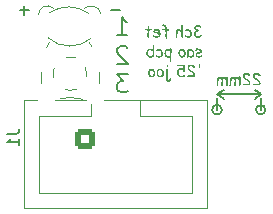
<source format=gbo>
G04 #@! TF.GenerationSoftware,KiCad,Pcbnew,7.0.9*
G04 #@! TF.CreationDate,2025-02-16T20:28:53+01:00*
G04 #@! TF.ProjectId,sao_pcb,73616f5f-7063-4622-9e6b-696361645f70,rev?*
G04 #@! TF.SameCoordinates,Original*
G04 #@! TF.FileFunction,Legend,Bot*
G04 #@! TF.FilePolarity,Positive*
%FSLAX46Y46*%
G04 Gerber Fmt 4.6, Leading zero omitted, Abs format (unit mm)*
G04 Created by KiCad (PCBNEW 7.0.9) date 2025-02-16 20:28:53*
%MOMM*%
%LPD*%
G01*
G04 APERTURE LIST*
G04 Aperture macros list*
%AMRoundRect*
0 Rectangle with rounded corners*
0 $1 Rounding radius*
0 $2 $3 $4 $5 $6 $7 $8 $9 X,Y pos of 4 corners*
0 Add a 4 corners polygon primitive as box body*
4,1,4,$2,$3,$4,$5,$6,$7,$8,$9,$2,$3,0*
0 Add four circle primitives for the rounded corners*
1,1,$1+$1,$2,$3*
1,1,$1+$1,$4,$5*
1,1,$1+$1,$6,$7*
1,1,$1+$1,$8,$9*
0 Add four rect primitives between the rounded corners*
20,1,$1+$1,$2,$3,$4,$5,0*
20,1,$1+$1,$4,$5,$6,$7,0*
20,1,$1+$1,$6,$7,$8,$9,0*
20,1,$1+$1,$8,$9,$2,$3,0*%
%AMHorizOval*
0 Thick line with rounded ends*
0 $1 width*
0 $2 $3 position (X,Y) of the first rounded end (center of the circle)*
0 $4 $5 position (X,Y) of the second rounded end (center of the circle)*
0 Add line between two ends*
20,1,$1,$2,$3,$4,$5,0*
0 Add two circle primitives to create the rounded ends*
1,1,$1,$2,$3*
1,1,$1,$4,$5*%
%AMRotRect*
0 Rectangle, with rotation*
0 The origin of the aperture is its center*
0 $1 length*
0 $2 width*
0 $3 Rotation angle, in degrees counterclockwise*
0 Add horizontal line*
21,1,$1,$2,0,0,$3*%
G04 Aperture macros list end*
%ADD10C,0.150000*%
%ADD11C,0.100000*%
%ADD12C,0.120000*%
%ADD13RotRect,2.800000X1.700000X355.000000*%
%ADD14HorizOval,1.700000X0.547907X0.047936X-0.547907X-0.047936X0*%
%ADD15HorizOval,1.700000X0.509951X0.206034X-0.509951X-0.206034X0*%
%ADD16HorizOval,1.700000X0.509951X-0.206034X-0.509951X0.206034X0*%
%ADD17HorizOval,1.700000X0.421324X0.353533X-0.421324X-0.353533X0*%
%ADD18HorizOval,1.700000X0.421324X-0.353533X-0.421324X0.353533X0*%
%ADD19C,1.700000*%
%ADD20RoundRect,0.250000X-0.600000X0.600000X-0.600000X-0.600000X0.600000X-0.600000X0.600000X0.600000X0*%
%ADD21O,1.700000X1.700000*%
%ADD22R,1.700000X1.700000*%
G04 APERTURE END LIST*
D10*
X155363220Y-74288866D02*
X154601316Y-74288866D01*
X147663220Y-74288866D02*
X146901316Y-74288866D01*
X147282268Y-74669819D02*
X147282268Y-73907914D01*
X155158458Y-76378628D02*
X156015601Y-76378628D01*
X155587030Y-76378628D02*
X155587030Y-74878628D01*
X155587030Y-74878628D02*
X155729887Y-75092914D01*
X155729887Y-75092914D02*
X155872744Y-75235771D01*
X155872744Y-75235771D02*
X156015601Y-75307200D01*
X156015601Y-77436485D02*
X155944173Y-77365057D01*
X155944173Y-77365057D02*
X155801316Y-77293628D01*
X155801316Y-77293628D02*
X155444173Y-77293628D01*
X155444173Y-77293628D02*
X155301316Y-77365057D01*
X155301316Y-77365057D02*
X155229887Y-77436485D01*
X155229887Y-77436485D02*
X155158458Y-77579342D01*
X155158458Y-77579342D02*
X155158458Y-77722200D01*
X155158458Y-77722200D02*
X155229887Y-77936485D01*
X155229887Y-77936485D02*
X156087030Y-78793628D01*
X156087030Y-78793628D02*
X155158458Y-78793628D01*
X156087030Y-79708628D02*
X155158458Y-79708628D01*
X155158458Y-79708628D02*
X155658458Y-80280057D01*
X155658458Y-80280057D02*
X155444173Y-80280057D01*
X155444173Y-80280057D02*
X155301316Y-80351485D01*
X155301316Y-80351485D02*
X155229887Y-80422914D01*
X155229887Y-80422914D02*
X155158458Y-80565771D01*
X155158458Y-80565771D02*
X155158458Y-80922914D01*
X155158458Y-80922914D02*
X155229887Y-81065771D01*
X155229887Y-81065771D02*
X155301316Y-81137200D01*
X155301316Y-81137200D02*
X155444173Y-81208628D01*
X155444173Y-81208628D02*
X155872744Y-81208628D01*
X155872744Y-81208628D02*
X156015601Y-81137200D01*
X156015601Y-81137200D02*
X156087030Y-81065771D01*
G36*
X166707571Y-80630000D02*
G01*
X166718427Y-80629381D01*
X166728393Y-80628046D01*
X166739691Y-80625962D01*
X166750436Y-80623580D01*
X166756175Y-80622184D01*
X166767375Y-80619528D01*
X166777528Y-80617421D01*
X166788048Y-80615658D01*
X166798325Y-80614559D01*
X166803803Y-80614368D01*
X166815646Y-80614440D01*
X166826349Y-80614600D01*
X166838143Y-80614852D01*
X166851029Y-80615195D01*
X166861410Y-80615513D01*
X166872404Y-80615882D01*
X166884013Y-80616303D01*
X166896235Y-80616775D01*
X166909071Y-80617299D01*
X166921868Y-80617823D01*
X166934064Y-80618295D01*
X166945659Y-80618716D01*
X166956653Y-80619085D01*
X166967046Y-80619403D01*
X166976837Y-80619669D01*
X166988958Y-80619944D01*
X167000010Y-80620127D01*
X167009993Y-80620218D01*
X167014584Y-80620230D01*
X167025561Y-80620402D01*
X167036086Y-80620807D01*
X167047862Y-80621451D01*
X167058185Y-80622138D01*
X167069310Y-80622978D01*
X167081236Y-80623970D01*
X167093963Y-80625115D01*
X167106691Y-80626260D01*
X167118616Y-80627252D01*
X167129741Y-80628091D01*
X167140064Y-80628778D01*
X167151841Y-80629422D01*
X167162366Y-80629828D01*
X167173342Y-80630000D01*
X167183317Y-80629241D01*
X167193549Y-80627638D01*
X167195324Y-80627313D01*
X167205170Y-80625527D01*
X167215306Y-80624428D01*
X167217306Y-80624382D01*
X167228636Y-80623645D01*
X167238937Y-80621436D01*
X167248206Y-80617753D01*
X167258345Y-80611078D01*
X167265296Y-80604081D01*
X167271217Y-80595611D01*
X167276108Y-80585667D01*
X167279099Y-80577243D01*
X167281921Y-80566847D01*
X167283827Y-80556295D01*
X167285327Y-80544026D01*
X167286236Y-80532974D01*
X167286885Y-80520823D01*
X167287201Y-80510988D01*
X167287371Y-80500536D01*
X167287404Y-80493224D01*
X167287318Y-80483062D01*
X167287063Y-80473032D01*
X167286637Y-80463135D01*
X167286041Y-80453370D01*
X167284338Y-80434236D01*
X167281954Y-80415631D01*
X167278888Y-80397554D01*
X167275142Y-80380005D01*
X167270714Y-80362986D01*
X167265605Y-80346495D01*
X167259815Y-80330532D01*
X167253343Y-80315098D01*
X167246190Y-80300192D01*
X167238357Y-80285816D01*
X167229841Y-80271967D01*
X167220645Y-80258647D01*
X167210768Y-80245856D01*
X167200209Y-80233593D01*
X167191553Y-80224695D01*
X167180514Y-80214488D01*
X167171831Y-80206956D01*
X167162089Y-80198841D01*
X167151288Y-80190145D01*
X167139428Y-80180866D01*
X167126509Y-80171006D01*
X167112530Y-80160564D01*
X167097493Y-80149539D01*
X167089578Y-80143809D01*
X167081397Y-80137933D01*
X167072952Y-80131912D01*
X167064242Y-80125745D01*
X167055267Y-80119432D01*
X167046028Y-80112975D01*
X167036523Y-80106371D01*
X167026754Y-80099622D01*
X167016721Y-80092728D01*
X167006422Y-80085688D01*
X166995859Y-80078503D01*
X166985031Y-80071172D01*
X166973012Y-80063011D01*
X166961503Y-80055075D01*
X166950504Y-80047364D01*
X166940014Y-80039878D01*
X166930033Y-80032618D01*
X166920562Y-80025582D01*
X166911601Y-80018772D01*
X166903148Y-80012187D01*
X166895206Y-80005827D01*
X166884247Y-79996710D01*
X166874435Y-79988099D01*
X166865769Y-79979994D01*
X166858249Y-79972397D01*
X166853872Y-79967613D01*
X166846715Y-79959405D01*
X166840019Y-79951023D01*
X166833785Y-79942468D01*
X166828013Y-79933739D01*
X166822703Y-79924837D01*
X166817854Y-79915761D01*
X166813467Y-79906511D01*
X166809542Y-79897088D01*
X166806079Y-79887491D01*
X166803078Y-79877720D01*
X166800538Y-79867776D01*
X166798460Y-79857658D01*
X166796844Y-79847366D01*
X166795689Y-79836901D01*
X166794997Y-79826262D01*
X166794766Y-79815450D01*
X166795655Y-79804733D01*
X166798323Y-79794323D01*
X166802768Y-79784217D01*
X166808993Y-79774417D01*
X166816996Y-79764922D01*
X166824165Y-79758001D01*
X166832334Y-79751252D01*
X166841504Y-79744675D01*
X166851674Y-79738269D01*
X166861089Y-79732813D01*
X166870465Y-79727893D01*
X166879802Y-79723511D01*
X166889101Y-79719664D01*
X166898361Y-79716355D01*
X166910647Y-79712777D01*
X166922865Y-79710154D01*
X166935014Y-79708484D01*
X166947095Y-79707768D01*
X166950104Y-79707739D01*
X166961868Y-79708067D01*
X166973529Y-79709052D01*
X166985086Y-79710694D01*
X166996541Y-79712994D01*
X167007892Y-79715950D01*
X167019141Y-79719562D01*
X167030286Y-79723832D01*
X167041329Y-79728759D01*
X167052268Y-79734342D01*
X167063105Y-79740582D01*
X167070272Y-79745108D01*
X167168457Y-79824487D01*
X167177406Y-79831382D01*
X167185783Y-79837109D01*
X167195080Y-79842438D01*
X167204884Y-79846529D01*
X167214715Y-79848399D01*
X167215840Y-79848422D01*
X167228499Y-79847903D01*
X167239912Y-79846344D01*
X167250080Y-79843747D01*
X167261700Y-79838667D01*
X167271107Y-79831741D01*
X167278301Y-79822967D01*
X167283281Y-79812346D01*
X167286048Y-79799879D01*
X167286671Y-79789316D01*
X167286033Y-79779009D01*
X167284119Y-79769156D01*
X167280928Y-79759756D01*
X167276462Y-79750809D01*
X167270720Y-79742316D01*
X167263701Y-79734275D01*
X167260537Y-79731186D01*
X167250575Y-79721465D01*
X167240780Y-79712085D01*
X167231150Y-79703047D01*
X167221687Y-79694351D01*
X167212390Y-79685996D01*
X167203258Y-79677983D01*
X167194293Y-79670311D01*
X167185493Y-79662981D01*
X167176860Y-79655992D01*
X167168392Y-79649345D01*
X167160091Y-79643040D01*
X167151956Y-79637076D01*
X167140064Y-79628771D01*
X167128546Y-79621234D01*
X167121074Y-79616636D01*
X167110675Y-79610632D01*
X167100237Y-79605015D01*
X167089761Y-79599786D01*
X167079248Y-79594944D01*
X167068696Y-79590490D01*
X167058105Y-79586422D01*
X167047477Y-79582742D01*
X167036810Y-79579450D01*
X167026106Y-79576545D01*
X167015363Y-79574027D01*
X167004582Y-79571897D01*
X166993763Y-79570153D01*
X166982905Y-79568798D01*
X166972010Y-79567829D01*
X166961076Y-79567248D01*
X166950104Y-79567055D01*
X166936277Y-79567298D01*
X166922638Y-79568028D01*
X166909189Y-79569244D01*
X166895928Y-79570947D01*
X166882856Y-79573137D01*
X166869973Y-79575813D01*
X166857279Y-79578976D01*
X166844774Y-79582625D01*
X166832458Y-79586761D01*
X166820331Y-79591384D01*
X166808393Y-79596493D01*
X166796643Y-79602088D01*
X166785083Y-79608170D01*
X166773711Y-79614739D01*
X166762529Y-79621795D01*
X166751535Y-79629337D01*
X166739734Y-79638254D01*
X166728694Y-79647483D01*
X166718416Y-79657023D01*
X166708899Y-79666874D01*
X166700144Y-79677035D01*
X166692149Y-79687508D01*
X166684917Y-79698292D01*
X166678445Y-79709387D01*
X166672735Y-79720793D01*
X166667786Y-79732510D01*
X166663599Y-79744538D01*
X166660173Y-79756877D01*
X166657508Y-79769527D01*
X166655605Y-79782488D01*
X166654463Y-79795760D01*
X166654082Y-79809344D01*
X166654258Y-79822209D01*
X166654786Y-79834886D01*
X166655666Y-79847374D01*
X166656898Y-79859673D01*
X166658483Y-79871783D01*
X166660419Y-79883704D01*
X166662707Y-79895436D01*
X166665348Y-79906980D01*
X166668340Y-79918334D01*
X166671685Y-79929500D01*
X166674110Y-79936838D01*
X166678002Y-79947650D01*
X166682259Y-79958285D01*
X166686880Y-79968744D01*
X166691867Y-79979027D01*
X166697219Y-79989135D01*
X166702935Y-79999066D01*
X166709017Y-80008821D01*
X166715463Y-80018400D01*
X166722274Y-80027803D01*
X166729451Y-80037030D01*
X166734438Y-80043084D01*
X166741158Y-80050742D01*
X166748436Y-80058513D01*
X166756271Y-80066397D01*
X166764663Y-80074393D01*
X166773612Y-80082501D01*
X166783118Y-80090723D01*
X166793182Y-80099057D01*
X166803803Y-80107503D01*
X166814981Y-80116062D01*
X166826716Y-80124734D01*
X166839008Y-80133518D01*
X166851857Y-80142414D01*
X166865264Y-80151424D01*
X166879228Y-80160546D01*
X166893749Y-80169780D01*
X166908827Y-80179127D01*
X166924631Y-80188960D01*
X166939743Y-80198491D01*
X166954162Y-80207721D01*
X166967888Y-80216649D01*
X166980922Y-80225276D01*
X166993263Y-80233601D01*
X167004911Y-80241625D01*
X167015867Y-80249347D01*
X167026130Y-80256768D01*
X167035700Y-80263887D01*
X167044577Y-80270705D01*
X167052762Y-80277221D01*
X167063741Y-80286430D01*
X167073162Y-80294961D01*
X167078576Y-80300272D01*
X167087798Y-80310141D01*
X167096413Y-80320269D01*
X167104422Y-80330657D01*
X167111823Y-80341304D01*
X167118618Y-80352211D01*
X167124807Y-80363378D01*
X167130388Y-80374804D01*
X167135362Y-80386489D01*
X167139730Y-80398434D01*
X167143491Y-80410639D01*
X167146645Y-80423103D01*
X167149193Y-80435826D01*
X167151133Y-80448809D01*
X167152467Y-80462052D01*
X167153194Y-80475554D01*
X167153314Y-80489316D01*
X167011898Y-80479790D01*
X166994026Y-80479051D01*
X166976803Y-80478359D01*
X166960229Y-80477715D01*
X166944303Y-80477119D01*
X166929027Y-80476570D01*
X166914399Y-80476069D01*
X166900420Y-80475616D01*
X166887090Y-80475211D01*
X166874408Y-80474853D01*
X166862375Y-80474543D01*
X166850991Y-80474280D01*
X166840256Y-80474066D01*
X166830169Y-80473899D01*
X166816256Y-80473738D01*
X166803803Y-80473684D01*
X166790823Y-80473970D01*
X166778020Y-80474829D01*
X166765392Y-80476260D01*
X166752939Y-80478264D01*
X166740662Y-80480840D01*
X166728561Y-80483988D01*
X166716635Y-80487709D01*
X166704884Y-80492002D01*
X166693841Y-80496749D01*
X166683884Y-80501831D01*
X166675014Y-80507248D01*
X166664876Y-80514991D01*
X166656669Y-80523330D01*
X166650393Y-80532264D01*
X166646048Y-80541793D01*
X166643634Y-80551918D01*
X166643091Y-80559902D01*
X166643744Y-80569954D01*
X166645701Y-80579594D01*
X166648964Y-80588822D01*
X166653532Y-80597637D01*
X166659406Y-80606041D01*
X166661653Y-80608750D01*
X166668923Y-80615972D01*
X166678187Y-80622508D01*
X166688291Y-80627011D01*
X166699237Y-80629481D01*
X166707571Y-80630000D01*
G37*
G36*
X165853698Y-80630000D02*
G01*
X165864554Y-80629381D01*
X165874520Y-80628046D01*
X165885818Y-80625962D01*
X165896563Y-80623580D01*
X165902302Y-80622184D01*
X165913502Y-80619528D01*
X165923655Y-80617421D01*
X165934175Y-80615658D01*
X165944452Y-80614559D01*
X165949930Y-80614368D01*
X165961773Y-80614440D01*
X165972476Y-80614600D01*
X165984270Y-80614852D01*
X165997156Y-80615195D01*
X166007537Y-80615513D01*
X166018531Y-80615882D01*
X166030140Y-80616303D01*
X166042362Y-80616775D01*
X166055198Y-80617299D01*
X166067995Y-80617823D01*
X166080191Y-80618295D01*
X166091786Y-80618716D01*
X166102780Y-80619085D01*
X166113173Y-80619403D01*
X166122964Y-80619669D01*
X166135085Y-80619944D01*
X166146137Y-80620127D01*
X166156120Y-80620218D01*
X166160711Y-80620230D01*
X166171688Y-80620402D01*
X166182213Y-80620807D01*
X166193989Y-80621451D01*
X166204312Y-80622138D01*
X166215437Y-80622978D01*
X166227363Y-80623970D01*
X166240090Y-80625115D01*
X166252818Y-80626260D01*
X166264743Y-80627252D01*
X166275868Y-80628091D01*
X166286191Y-80628778D01*
X166297968Y-80629422D01*
X166308493Y-80629828D01*
X166319469Y-80630000D01*
X166329444Y-80629241D01*
X166339676Y-80627638D01*
X166341451Y-80627313D01*
X166351297Y-80625527D01*
X166361433Y-80624428D01*
X166363433Y-80624382D01*
X166374763Y-80623645D01*
X166385064Y-80621436D01*
X166394333Y-80617753D01*
X166404472Y-80611078D01*
X166411423Y-80604081D01*
X166417344Y-80595611D01*
X166422235Y-80585667D01*
X166425226Y-80577243D01*
X166428048Y-80566847D01*
X166429954Y-80556295D01*
X166431454Y-80544026D01*
X166432363Y-80532974D01*
X166433012Y-80520823D01*
X166433328Y-80510988D01*
X166433498Y-80500536D01*
X166433531Y-80493224D01*
X166433445Y-80483062D01*
X166433190Y-80473032D01*
X166432764Y-80463135D01*
X166432168Y-80453370D01*
X166430465Y-80434236D01*
X166428081Y-80415631D01*
X166425015Y-80397554D01*
X166421269Y-80380005D01*
X166416841Y-80362986D01*
X166411732Y-80346495D01*
X166405942Y-80330532D01*
X166399470Y-80315098D01*
X166392317Y-80300192D01*
X166384484Y-80285816D01*
X166375968Y-80271967D01*
X166366772Y-80258647D01*
X166356895Y-80245856D01*
X166346336Y-80233593D01*
X166337680Y-80224695D01*
X166326641Y-80214488D01*
X166317958Y-80206956D01*
X166308216Y-80198841D01*
X166297415Y-80190145D01*
X166285555Y-80180866D01*
X166272636Y-80171006D01*
X166258657Y-80160564D01*
X166243620Y-80149539D01*
X166235705Y-80143809D01*
X166227524Y-80137933D01*
X166219079Y-80131912D01*
X166210369Y-80125745D01*
X166201394Y-80119432D01*
X166192155Y-80112975D01*
X166182650Y-80106371D01*
X166172881Y-80099622D01*
X166162848Y-80092728D01*
X166152549Y-80085688D01*
X166141986Y-80078503D01*
X166131158Y-80071172D01*
X166119139Y-80063011D01*
X166107630Y-80055075D01*
X166096631Y-80047364D01*
X166086141Y-80039878D01*
X166076160Y-80032618D01*
X166066689Y-80025582D01*
X166057728Y-80018772D01*
X166049275Y-80012187D01*
X166041333Y-80005827D01*
X166030374Y-79996710D01*
X166020562Y-79988099D01*
X166011896Y-79979994D01*
X166004376Y-79972397D01*
X166000000Y-79967613D01*
X165992842Y-79959405D01*
X165986146Y-79951023D01*
X165979912Y-79942468D01*
X165974140Y-79933739D01*
X165968830Y-79924837D01*
X165963981Y-79915761D01*
X165959594Y-79906511D01*
X165955669Y-79897088D01*
X165952206Y-79887491D01*
X165949205Y-79877720D01*
X165946665Y-79867776D01*
X165944587Y-79857658D01*
X165942971Y-79847366D01*
X165941816Y-79836901D01*
X165941124Y-79826262D01*
X165940893Y-79815450D01*
X165941782Y-79804733D01*
X165944450Y-79794323D01*
X165948896Y-79784217D01*
X165955120Y-79774417D01*
X165963123Y-79764922D01*
X165970292Y-79758001D01*
X165978461Y-79751252D01*
X165987631Y-79744675D01*
X165997801Y-79738269D01*
X166007216Y-79732813D01*
X166016592Y-79727893D01*
X166025929Y-79723511D01*
X166035228Y-79719664D01*
X166044488Y-79716355D01*
X166056774Y-79712777D01*
X166068992Y-79710154D01*
X166081141Y-79708484D01*
X166093222Y-79707768D01*
X166096231Y-79707739D01*
X166107995Y-79708067D01*
X166119656Y-79709052D01*
X166131213Y-79710694D01*
X166142668Y-79712994D01*
X166154019Y-79715950D01*
X166165268Y-79719562D01*
X166176413Y-79723832D01*
X166187456Y-79728759D01*
X166198395Y-79734342D01*
X166209232Y-79740582D01*
X166216399Y-79745108D01*
X166314584Y-79824487D01*
X166323533Y-79831382D01*
X166331910Y-79837109D01*
X166341207Y-79842438D01*
X166351011Y-79846529D01*
X166360842Y-79848399D01*
X166361967Y-79848422D01*
X166374626Y-79847903D01*
X166386039Y-79846344D01*
X166396207Y-79843747D01*
X166407827Y-79838667D01*
X166417234Y-79831741D01*
X166424428Y-79822967D01*
X166429408Y-79812346D01*
X166432175Y-79799879D01*
X166432798Y-79789316D01*
X166432160Y-79779009D01*
X166430246Y-79769156D01*
X166427055Y-79759756D01*
X166422589Y-79750809D01*
X166416847Y-79742316D01*
X166409829Y-79734275D01*
X166406664Y-79731186D01*
X166396702Y-79721465D01*
X166386907Y-79712085D01*
X166377277Y-79703047D01*
X166367814Y-79694351D01*
X166358517Y-79685996D01*
X166349385Y-79677983D01*
X166340420Y-79670311D01*
X166331620Y-79662981D01*
X166322987Y-79655992D01*
X166314519Y-79649345D01*
X166306218Y-79643040D01*
X166298083Y-79637076D01*
X166286191Y-79628771D01*
X166274673Y-79621234D01*
X166267201Y-79616636D01*
X166256802Y-79610632D01*
X166246364Y-79605015D01*
X166235888Y-79599786D01*
X166225375Y-79594944D01*
X166214823Y-79590490D01*
X166204232Y-79586422D01*
X166193604Y-79582742D01*
X166182937Y-79579450D01*
X166172233Y-79576545D01*
X166161490Y-79574027D01*
X166150709Y-79571897D01*
X166139890Y-79570153D01*
X166129032Y-79568798D01*
X166118137Y-79567829D01*
X166107203Y-79567248D01*
X166096231Y-79567055D01*
X166082404Y-79567298D01*
X166068765Y-79568028D01*
X166055316Y-79569244D01*
X166042055Y-79570947D01*
X166028983Y-79573137D01*
X166016100Y-79575813D01*
X166003406Y-79578976D01*
X165990901Y-79582625D01*
X165978585Y-79586761D01*
X165966458Y-79591384D01*
X165954520Y-79596493D01*
X165942770Y-79602088D01*
X165931210Y-79608170D01*
X165919838Y-79614739D01*
X165908656Y-79621795D01*
X165897662Y-79629337D01*
X165885861Y-79638254D01*
X165874821Y-79647483D01*
X165864543Y-79657023D01*
X165855026Y-79666874D01*
X165846271Y-79677035D01*
X165838276Y-79687508D01*
X165831044Y-79698292D01*
X165824572Y-79709387D01*
X165818862Y-79720793D01*
X165813913Y-79732510D01*
X165809726Y-79744538D01*
X165806300Y-79756877D01*
X165803635Y-79769527D01*
X165801732Y-79782488D01*
X165800590Y-79795760D01*
X165800209Y-79809344D01*
X165800385Y-79822209D01*
X165800913Y-79834886D01*
X165801793Y-79847374D01*
X165803025Y-79859673D01*
X165804610Y-79871783D01*
X165806546Y-79883704D01*
X165808834Y-79895436D01*
X165811475Y-79906980D01*
X165814467Y-79918334D01*
X165817812Y-79929500D01*
X165820237Y-79936838D01*
X165824129Y-79947650D01*
X165828386Y-79958285D01*
X165833007Y-79968744D01*
X165837994Y-79979027D01*
X165843346Y-79989135D01*
X165849062Y-79999066D01*
X165855144Y-80008821D01*
X165861590Y-80018400D01*
X165868402Y-80027803D01*
X165875578Y-80037030D01*
X165880565Y-80043084D01*
X165887285Y-80050742D01*
X165894563Y-80058513D01*
X165902398Y-80066397D01*
X165910790Y-80074393D01*
X165919739Y-80082501D01*
X165929245Y-80090723D01*
X165939309Y-80099057D01*
X165949930Y-80107503D01*
X165961108Y-80116062D01*
X165972843Y-80124734D01*
X165985135Y-80133518D01*
X165997984Y-80142414D01*
X166011391Y-80151424D01*
X166025355Y-80160546D01*
X166039876Y-80169780D01*
X166054954Y-80179127D01*
X166070758Y-80188960D01*
X166085870Y-80198491D01*
X166100289Y-80207721D01*
X166114015Y-80216649D01*
X166127049Y-80225276D01*
X166139390Y-80233601D01*
X166151038Y-80241625D01*
X166161994Y-80249347D01*
X166172257Y-80256768D01*
X166181827Y-80263887D01*
X166190705Y-80270705D01*
X166198890Y-80277221D01*
X166209868Y-80286430D01*
X166219289Y-80294961D01*
X166224703Y-80300272D01*
X166233925Y-80310141D01*
X166242540Y-80320269D01*
X166250549Y-80330657D01*
X166257950Y-80341304D01*
X166264745Y-80352211D01*
X166270934Y-80363378D01*
X166276515Y-80374804D01*
X166281489Y-80386489D01*
X166285857Y-80398434D01*
X166289618Y-80410639D01*
X166292772Y-80423103D01*
X166295320Y-80435826D01*
X166297260Y-80448809D01*
X166298594Y-80462052D01*
X166299321Y-80475554D01*
X166299441Y-80489316D01*
X166158025Y-80479790D01*
X166140153Y-80479051D01*
X166122930Y-80478359D01*
X166106356Y-80477715D01*
X166090430Y-80477119D01*
X166075154Y-80476570D01*
X166060526Y-80476069D01*
X166046547Y-80475616D01*
X166033217Y-80475211D01*
X166020535Y-80474853D01*
X166008502Y-80474543D01*
X165997118Y-80474280D01*
X165986383Y-80474066D01*
X165976296Y-80473899D01*
X165962383Y-80473738D01*
X165949930Y-80473684D01*
X165936950Y-80473970D01*
X165924147Y-80474829D01*
X165911519Y-80476260D01*
X165899066Y-80478264D01*
X165886789Y-80480840D01*
X165874688Y-80483988D01*
X165862762Y-80487709D01*
X165851011Y-80492002D01*
X165839968Y-80496749D01*
X165830011Y-80501831D01*
X165821141Y-80507248D01*
X165811003Y-80514991D01*
X165802796Y-80523330D01*
X165796520Y-80532264D01*
X165792175Y-80541793D01*
X165789761Y-80551918D01*
X165789218Y-80559902D01*
X165789871Y-80569954D01*
X165791828Y-80579594D01*
X165795091Y-80588822D01*
X165799659Y-80597637D01*
X165805533Y-80606041D01*
X165807780Y-80608750D01*
X165815050Y-80615972D01*
X165824314Y-80622508D01*
X165834418Y-80627011D01*
X165845364Y-80629481D01*
X165853698Y-80630000D01*
G37*
G36*
X164724319Y-80692526D02*
G01*
X164734486Y-80692000D01*
X164746759Y-80689662D01*
X164757567Y-80685455D01*
X164766909Y-80679377D01*
X164774786Y-80671430D01*
X164781197Y-80661612D01*
X164786143Y-80649925D01*
X164788891Y-80639932D01*
X164790265Y-80632686D01*
X164791821Y-80622980D01*
X164793375Y-80612792D01*
X164794927Y-80602121D01*
X164796478Y-80590966D01*
X164798026Y-80579330D01*
X164799573Y-80567210D01*
X164801117Y-80554608D01*
X164802660Y-80541523D01*
X164804201Y-80527955D01*
X164805740Y-80513904D01*
X164807277Y-80499371D01*
X164808812Y-80484354D01*
X164810345Y-80468856D01*
X164811876Y-80452874D01*
X164813406Y-80436409D01*
X164814933Y-80419462D01*
X164838381Y-80206238D01*
X164840239Y-80194423D01*
X164842395Y-80182669D01*
X164844849Y-80170976D01*
X164847601Y-80159344D01*
X164850650Y-80147773D01*
X164853997Y-80136263D01*
X164857641Y-80124814D01*
X164861584Y-80113426D01*
X164866016Y-80102383D01*
X164870522Y-80092426D01*
X164875101Y-80083555D01*
X164881320Y-80073417D01*
X164887668Y-80065210D01*
X164895786Y-80057667D01*
X164905795Y-80052598D01*
X164912630Y-80051632D01*
X164923701Y-80053127D01*
X164935289Y-80056654D01*
X164946104Y-80060970D01*
X164955117Y-80065079D01*
X164964903Y-80069935D01*
X164975462Y-80075538D01*
X164986793Y-80081888D01*
X164998898Y-80088984D01*
X165007397Y-80094131D01*
X165019362Y-80101323D01*
X165030529Y-80108244D01*
X165040897Y-80114895D01*
X165050467Y-80121276D01*
X165059239Y-80127386D01*
X165067211Y-80133226D01*
X165076599Y-80140591D01*
X165084568Y-80147476D01*
X165092532Y-80155405D01*
X165093859Y-80156901D01*
X165093953Y-80168806D01*
X165093962Y-80180706D01*
X165093884Y-80192602D01*
X165093721Y-80204494D01*
X165093472Y-80216382D01*
X165093137Y-80228265D01*
X165092717Y-80240144D01*
X165092210Y-80252018D01*
X165091617Y-80263889D01*
X165090939Y-80275755D01*
X165090439Y-80283663D01*
X165069678Y-80463914D01*
X165068111Y-80477082D01*
X165066645Y-80489961D01*
X165065279Y-80502551D01*
X165064015Y-80514854D01*
X165062852Y-80526869D01*
X165061790Y-80538595D01*
X165060829Y-80550034D01*
X165059970Y-80561184D01*
X165059211Y-80572046D01*
X165058554Y-80582620D01*
X165057998Y-80592906D01*
X165057543Y-80602904D01*
X165057050Y-80617360D01*
X165056784Y-80631168D01*
X165056734Y-80640013D01*
X165057403Y-80650810D01*
X165059413Y-80660850D01*
X165062761Y-80670135D01*
X165068361Y-80680013D01*
X165074612Y-80687661D01*
X165075785Y-80688862D01*
X165083215Y-80695419D01*
X165092839Y-80701355D01*
X165103491Y-80705444D01*
X165113440Y-80707479D01*
X165124145Y-80708157D01*
X165134858Y-80707487D01*
X165144833Y-80705478D01*
X165154069Y-80702129D01*
X165163912Y-80696529D01*
X165171548Y-80690278D01*
X165172749Y-80689106D01*
X165179140Y-80681593D01*
X165184926Y-80671894D01*
X165188452Y-80662781D01*
X165190656Y-80652929D01*
X165191537Y-80642339D01*
X165191556Y-80640502D01*
X165191622Y-80630094D01*
X165191819Y-80619081D01*
X165192148Y-80607463D01*
X165192609Y-80595241D01*
X165193201Y-80582413D01*
X165193926Y-80568981D01*
X165194781Y-80554943D01*
X165195769Y-80540301D01*
X165196888Y-80525054D01*
X165198139Y-80509202D01*
X165199521Y-80492746D01*
X165201035Y-80475684D01*
X165202681Y-80458017D01*
X165204459Y-80439746D01*
X165206368Y-80420869D01*
X165208408Y-80401388D01*
X165209430Y-80391572D01*
X165211377Y-80372391D01*
X165213193Y-80353813D01*
X165214880Y-80335839D01*
X165216437Y-80318467D01*
X165217864Y-80301698D01*
X165219162Y-80285532D01*
X165220330Y-80269969D01*
X165221368Y-80255009D01*
X165222276Y-80240653D01*
X165223054Y-80226899D01*
X165223703Y-80213748D01*
X165224222Y-80201200D01*
X165224611Y-80189255D01*
X165224871Y-80177913D01*
X165225001Y-80167174D01*
X165225017Y-80162030D01*
X165225197Y-80149024D01*
X165225738Y-80136568D01*
X165226640Y-80124661D01*
X165227902Y-80113304D01*
X165229525Y-80102496D01*
X165231508Y-80092238D01*
X165233853Y-80082529D01*
X165237539Y-80070439D01*
X165241867Y-80059326D01*
X165245533Y-80051632D01*
X165254609Y-80055899D01*
X165263703Y-80060637D01*
X165272813Y-80065848D01*
X165281941Y-80071531D01*
X165291086Y-80077686D01*
X165300248Y-80084313D01*
X165309427Y-80091413D01*
X165318623Y-80098985D01*
X165327837Y-80107029D01*
X165337067Y-80115546D01*
X165343230Y-80121486D01*
X165424319Y-80210146D01*
X165430639Y-80218832D01*
X165437521Y-80227459D01*
X165444425Y-80235616D01*
X165450886Y-80242952D01*
X165457992Y-80250776D01*
X165459490Y-80252400D01*
X165459608Y-80263074D01*
X165459963Y-80274947D01*
X165460555Y-80288018D01*
X165461154Y-80298607D01*
X165461886Y-80309871D01*
X165462751Y-80321808D01*
X165463749Y-80334420D01*
X165464880Y-80347706D01*
X165466145Y-80361665D01*
X165467062Y-80371346D01*
X165468415Y-80385688D01*
X165469635Y-80399313D01*
X165470722Y-80412221D01*
X165471676Y-80424412D01*
X165472496Y-80435886D01*
X165473184Y-80446643D01*
X165473738Y-80456683D01*
X165474271Y-80468954D01*
X165474567Y-80479951D01*
X165474633Y-80487362D01*
X165474221Y-80498490D01*
X165473184Y-80509855D01*
X165471793Y-80520806D01*
X165470280Y-80530784D01*
X165468444Y-80541538D01*
X165468039Y-80543782D01*
X165466139Y-80554589D01*
X165464561Y-80564418D01*
X165463093Y-80574923D01*
X165461966Y-80585398D01*
X165461444Y-80596050D01*
X165462182Y-80606090D01*
X165464911Y-80617023D01*
X165469649Y-80627114D01*
X165475311Y-80635094D01*
X165482449Y-80642456D01*
X165490575Y-80648847D01*
X165499199Y-80653916D01*
X165508321Y-80657663D01*
X165517940Y-80660087D01*
X165528058Y-80661189D01*
X165531542Y-80661263D01*
X165545422Y-80659711D01*
X165557937Y-80655054D01*
X165569087Y-80647294D01*
X165578871Y-80636430D01*
X165584636Y-80627463D01*
X165589794Y-80617116D01*
X165594345Y-80605389D01*
X165598289Y-80592283D01*
X165601626Y-80577797D01*
X165604357Y-80561932D01*
X165606480Y-80544687D01*
X165607997Y-80526063D01*
X165608528Y-80516233D01*
X165608908Y-80506059D01*
X165609135Y-80495539D01*
X165609211Y-80484675D01*
X165609093Y-80473783D01*
X165608738Y-80461625D01*
X165608316Y-80451674D01*
X165607762Y-80441011D01*
X165607074Y-80429635D01*
X165606253Y-80417546D01*
X165605299Y-80404745D01*
X165604213Y-80391231D01*
X165602993Y-80377004D01*
X165602105Y-80367124D01*
X165601639Y-80362065D01*
X165600723Y-80351996D01*
X165599865Y-80342243D01*
X165598689Y-80328208D01*
X165597647Y-80314886D01*
X165596737Y-80302277D01*
X165595961Y-80290380D01*
X165595317Y-80279196D01*
X165594807Y-80268724D01*
X165594334Y-80255871D01*
X165594097Y-80244285D01*
X165594068Y-80238967D01*
X165594229Y-80226706D01*
X165594590Y-80215617D01*
X165595156Y-80203392D01*
X165595717Y-80193476D01*
X165596393Y-80182921D01*
X165597185Y-80171726D01*
X165598093Y-80159892D01*
X165599117Y-80147418D01*
X165600257Y-80134304D01*
X165600662Y-80129790D01*
X165601797Y-80116456D01*
X165602821Y-80103750D01*
X165603732Y-80091670D01*
X165604532Y-80080216D01*
X165605221Y-80069390D01*
X165605797Y-80059191D01*
X165606393Y-80046566D01*
X165606790Y-80035056D01*
X165606988Y-80024661D01*
X165607013Y-80019881D01*
X165606739Y-80001011D01*
X165605917Y-79983359D01*
X165604548Y-79966924D01*
X165602632Y-79951707D01*
X165600167Y-79937707D01*
X165597155Y-79924924D01*
X165593596Y-79913359D01*
X165589488Y-79903011D01*
X165584833Y-79893880D01*
X165576824Y-79882467D01*
X165567583Y-79873793D01*
X165557109Y-79867858D01*
X165545403Y-79864663D01*
X165536915Y-79864054D01*
X165527003Y-79865059D01*
X165517418Y-79868072D01*
X165508158Y-79873096D01*
X165499225Y-79880128D01*
X165492030Y-79887523D01*
X165487822Y-79892630D01*
X165481419Y-79901537D01*
X165476101Y-79910395D01*
X165471869Y-79919206D01*
X165468222Y-79929716D01*
X165466139Y-79940158D01*
X165465596Y-79948806D01*
X165466000Y-79959437D01*
X165466802Y-79969345D01*
X165467853Y-79979516D01*
X165469016Y-79989351D01*
X165470178Y-79999154D01*
X165471229Y-80009440D01*
X165472031Y-80019679D01*
X165472432Y-80030203D01*
X165472435Y-80031116D01*
X165470969Y-80103412D01*
X165466380Y-80094278D01*
X165461528Y-80085254D01*
X165456412Y-80076341D01*
X165451033Y-80067539D01*
X165445391Y-80058847D01*
X165439485Y-80050266D01*
X165433316Y-80041796D01*
X165426884Y-80033436D01*
X165420188Y-80025187D01*
X165413229Y-80017049D01*
X165406007Y-80009022D01*
X165398521Y-80001105D01*
X165390772Y-79993298D01*
X165382760Y-79985603D01*
X165374484Y-79978018D01*
X165365945Y-79970544D01*
X165357355Y-79963327D01*
X165348924Y-79956576D01*
X165340654Y-79950291D01*
X165332545Y-79944471D01*
X165320681Y-79936614D01*
X165309178Y-79929805D01*
X165298035Y-79924043D01*
X165287253Y-79919329D01*
X165276832Y-79915663D01*
X165266771Y-79913044D01*
X165257071Y-79911472D01*
X165247732Y-79910949D01*
X165234530Y-79911341D01*
X165221853Y-79912517D01*
X165209701Y-79914478D01*
X165198074Y-79917223D01*
X165186971Y-79920752D01*
X165176394Y-79925065D01*
X165166340Y-79930163D01*
X165156812Y-79936045D01*
X165147809Y-79942711D01*
X165139330Y-79950161D01*
X165131376Y-79958396D01*
X165123946Y-79967414D01*
X165117042Y-79977218D01*
X165110662Y-79987805D01*
X165104807Y-79999177D01*
X165099476Y-80011332D01*
X165092253Y-80002163D01*
X165084781Y-79993432D01*
X165077061Y-79985139D01*
X165069091Y-79977283D01*
X165060872Y-79969866D01*
X165052404Y-79962886D01*
X165043687Y-79956345D01*
X165034721Y-79950241D01*
X165025506Y-79944575D01*
X165016042Y-79939348D01*
X165009595Y-79936106D01*
X164999661Y-79931610D01*
X164989462Y-79927556D01*
X164978996Y-79923945D01*
X164968264Y-79920776D01*
X164957266Y-79918049D01*
X164946002Y-79915764D01*
X164934471Y-79913921D01*
X164922675Y-79912521D01*
X164910612Y-79911563D01*
X164898283Y-79911047D01*
X164889916Y-79910949D01*
X164875880Y-79911435D01*
X164862412Y-79912895D01*
X164849510Y-79915328D01*
X164837175Y-79918734D01*
X164825406Y-79923113D01*
X164814204Y-79928465D01*
X164803569Y-79934791D01*
X164793501Y-79942090D01*
X164783999Y-79950361D01*
X164775064Y-79959606D01*
X164766696Y-79969824D01*
X164758895Y-79981016D01*
X164751660Y-79993180D01*
X164744992Y-80006318D01*
X164738891Y-80020429D01*
X164733356Y-80035512D01*
X164730481Y-80046822D01*
X164728487Y-80056991D01*
X164726290Y-80069697D01*
X164724714Y-80079577D01*
X164723049Y-80090585D01*
X164721293Y-80102721D01*
X164719448Y-80115984D01*
X164717513Y-80130376D01*
X164715488Y-80145895D01*
X164713374Y-80162541D01*
X164711170Y-80180316D01*
X164708877Y-80199218D01*
X164707696Y-80209092D01*
X164706493Y-80219248D01*
X164705268Y-80229685D01*
X164702813Y-80245202D01*
X164700273Y-80261952D01*
X164697646Y-80279937D01*
X164694934Y-80299157D01*
X164693545Y-80309230D01*
X164692135Y-80319612D01*
X164690704Y-80330302D01*
X164689251Y-80341301D01*
X164687777Y-80352608D01*
X164686281Y-80364224D01*
X164684764Y-80376149D01*
X164683225Y-80388382D01*
X164681665Y-80400924D01*
X164680083Y-80413775D01*
X164678480Y-80426934D01*
X164676856Y-80440402D01*
X164675210Y-80454179D01*
X164673542Y-80468264D01*
X164671853Y-80482658D01*
X164670143Y-80497360D01*
X164668411Y-80512372D01*
X164666658Y-80527691D01*
X164664883Y-80543320D01*
X164663087Y-80559257D01*
X164661269Y-80575503D01*
X164659430Y-80592057D01*
X164657569Y-80608920D01*
X164655687Y-80626092D01*
X164655670Y-80636149D01*
X164657690Y-80647146D01*
X164661907Y-80657347D01*
X164668322Y-80666754D01*
X164674249Y-80672986D01*
X164682261Y-80679627D01*
X164690907Y-80684893D01*
X164700190Y-80688786D01*
X164710107Y-80691304D01*
X164720660Y-80692449D01*
X164724319Y-80692526D01*
G37*
G36*
X163636950Y-80692526D02*
G01*
X163647117Y-80692000D01*
X163659390Y-80689662D01*
X163670198Y-80685455D01*
X163679540Y-80679377D01*
X163687417Y-80671430D01*
X163693828Y-80661612D01*
X163698774Y-80649925D01*
X163701522Y-80639932D01*
X163702896Y-80632686D01*
X163704452Y-80622980D01*
X163706006Y-80612792D01*
X163707558Y-80602121D01*
X163709108Y-80590966D01*
X163710657Y-80579330D01*
X163712203Y-80567210D01*
X163713748Y-80554608D01*
X163715291Y-80541523D01*
X163716832Y-80527955D01*
X163718371Y-80513904D01*
X163719908Y-80499371D01*
X163721443Y-80484354D01*
X163722976Y-80468856D01*
X163724507Y-80452874D01*
X163726037Y-80436409D01*
X163727564Y-80419462D01*
X163751011Y-80206238D01*
X163752870Y-80194423D01*
X163755026Y-80182669D01*
X163757480Y-80170976D01*
X163760232Y-80159344D01*
X163763281Y-80147773D01*
X163766628Y-80136263D01*
X163770272Y-80124814D01*
X163774214Y-80113426D01*
X163778647Y-80102383D01*
X163783153Y-80092426D01*
X163787732Y-80083555D01*
X163793951Y-80073417D01*
X163800299Y-80065210D01*
X163808417Y-80057667D01*
X163818426Y-80052598D01*
X163825261Y-80051632D01*
X163836332Y-80053127D01*
X163847919Y-80056654D01*
X163858735Y-80060970D01*
X163867748Y-80065079D01*
X163877534Y-80069935D01*
X163888093Y-80075538D01*
X163899424Y-80081888D01*
X163911529Y-80088984D01*
X163920027Y-80094131D01*
X163931993Y-80101323D01*
X163943160Y-80108244D01*
X163953528Y-80114895D01*
X163963098Y-80121276D01*
X163971869Y-80127386D01*
X163979842Y-80133226D01*
X163989230Y-80140591D01*
X163997199Y-80147476D01*
X164005163Y-80155405D01*
X164006489Y-80156901D01*
X164006584Y-80168806D01*
X164006592Y-80180706D01*
X164006515Y-80192602D01*
X164006352Y-80204494D01*
X164006103Y-80216382D01*
X164005768Y-80228265D01*
X164005347Y-80240144D01*
X164004841Y-80252018D01*
X164004248Y-80263889D01*
X164003570Y-80275755D01*
X164003070Y-80283663D01*
X163982309Y-80463914D01*
X163980742Y-80477082D01*
X163979275Y-80489961D01*
X163977910Y-80502551D01*
X163976646Y-80514854D01*
X163975483Y-80526869D01*
X163974421Y-80538595D01*
X163973460Y-80550034D01*
X163972601Y-80561184D01*
X163971842Y-80572046D01*
X163971185Y-80582620D01*
X163970629Y-80592906D01*
X163970174Y-80602904D01*
X163969681Y-80617360D01*
X163969415Y-80631168D01*
X163969364Y-80640013D01*
X163970034Y-80650810D01*
X163972044Y-80660850D01*
X163975392Y-80670135D01*
X163980992Y-80680013D01*
X163987243Y-80687661D01*
X163988415Y-80688862D01*
X163995846Y-80695419D01*
X164005469Y-80701355D01*
X164016122Y-80705444D01*
X164026071Y-80707479D01*
X164036775Y-80708157D01*
X164047489Y-80707487D01*
X164057464Y-80705478D01*
X164066700Y-80702129D01*
X164076542Y-80696529D01*
X164084179Y-80690278D01*
X164085380Y-80689106D01*
X164091771Y-80681593D01*
X164097556Y-80671894D01*
X164101083Y-80662781D01*
X164103287Y-80652929D01*
X164104168Y-80642339D01*
X164104187Y-80640502D01*
X164104252Y-80630094D01*
X164104450Y-80619081D01*
X164104779Y-80607463D01*
X164105240Y-80595241D01*
X164105832Y-80582413D01*
X164106556Y-80568981D01*
X164107412Y-80554943D01*
X164108400Y-80540301D01*
X164109519Y-80525054D01*
X164110770Y-80509202D01*
X164112152Y-80492746D01*
X164113666Y-80475684D01*
X164115312Y-80458017D01*
X164117089Y-80439746D01*
X164118999Y-80420869D01*
X164121039Y-80401388D01*
X164122061Y-80391572D01*
X164124007Y-80372391D01*
X164125824Y-80353813D01*
X164127511Y-80335839D01*
X164129068Y-80318467D01*
X164130495Y-80301698D01*
X164131793Y-80285532D01*
X164132960Y-80269969D01*
X164133998Y-80255009D01*
X164134907Y-80240653D01*
X164135685Y-80226899D01*
X164136334Y-80213748D01*
X164136853Y-80201200D01*
X164137242Y-80189255D01*
X164137502Y-80177913D01*
X164137632Y-80167174D01*
X164137648Y-80162030D01*
X164137828Y-80149024D01*
X164138369Y-80136568D01*
X164139271Y-80124661D01*
X164140533Y-80113304D01*
X164142156Y-80102496D01*
X164144139Y-80092238D01*
X164146483Y-80082529D01*
X164150170Y-80070439D01*
X164154498Y-80059326D01*
X164158164Y-80051632D01*
X164167240Y-80055899D01*
X164176334Y-80060637D01*
X164185444Y-80065848D01*
X164194572Y-80071531D01*
X164203716Y-80077686D01*
X164212878Y-80084313D01*
X164222058Y-80091413D01*
X164231254Y-80098985D01*
X164240467Y-80107029D01*
X164249698Y-80115546D01*
X164255861Y-80121486D01*
X164336950Y-80210146D01*
X164343270Y-80218832D01*
X164350152Y-80227459D01*
X164357056Y-80235616D01*
X164363517Y-80242952D01*
X164370623Y-80250776D01*
X164372121Y-80252400D01*
X164372239Y-80263074D01*
X164372594Y-80274947D01*
X164373186Y-80288018D01*
X164373785Y-80298607D01*
X164374517Y-80309871D01*
X164375382Y-80321808D01*
X164376380Y-80334420D01*
X164377511Y-80347706D01*
X164378776Y-80361665D01*
X164379692Y-80371346D01*
X164381046Y-80385688D01*
X164382266Y-80399313D01*
X164383353Y-80412221D01*
X164384306Y-80424412D01*
X164385127Y-80435886D01*
X164385815Y-80446643D01*
X164386369Y-80456683D01*
X164386902Y-80468954D01*
X164387197Y-80479951D01*
X164387264Y-80487362D01*
X164386852Y-80498490D01*
X164385815Y-80509855D01*
X164384424Y-80520806D01*
X164382911Y-80530784D01*
X164381075Y-80541538D01*
X164380669Y-80543782D01*
X164378770Y-80554589D01*
X164377192Y-80564418D01*
X164375724Y-80574923D01*
X164374597Y-80585398D01*
X164374075Y-80596050D01*
X164374813Y-80606090D01*
X164377541Y-80617023D01*
X164382280Y-80627114D01*
X164387941Y-80635094D01*
X164395080Y-80642456D01*
X164403206Y-80648847D01*
X164411829Y-80653916D01*
X164420951Y-80657663D01*
X164430571Y-80660087D01*
X164440689Y-80661189D01*
X164444173Y-80661263D01*
X164458053Y-80659711D01*
X164470568Y-80655054D01*
X164481718Y-80647294D01*
X164491502Y-80636430D01*
X164497267Y-80627463D01*
X164502424Y-80617116D01*
X164506975Y-80605389D01*
X164510920Y-80592283D01*
X164514257Y-80577797D01*
X164516987Y-80561932D01*
X164519111Y-80544687D01*
X164520628Y-80526063D01*
X164521159Y-80516233D01*
X164521538Y-80506059D01*
X164521766Y-80495539D01*
X164521842Y-80484675D01*
X164521723Y-80473783D01*
X164521369Y-80461625D01*
X164520947Y-80451674D01*
X164520393Y-80441011D01*
X164519705Y-80429635D01*
X164518884Y-80417546D01*
X164517930Y-80404745D01*
X164516843Y-80391231D01*
X164515623Y-80377004D01*
X164514736Y-80367124D01*
X164514270Y-80362065D01*
X164513353Y-80351996D01*
X164512496Y-80342243D01*
X164511320Y-80328208D01*
X164510277Y-80314886D01*
X164509368Y-80302277D01*
X164508592Y-80290380D01*
X164507948Y-80279196D01*
X164507438Y-80268724D01*
X164506965Y-80255871D01*
X164506728Y-80244285D01*
X164506699Y-80238967D01*
X164506860Y-80226706D01*
X164507220Y-80215617D01*
X164507787Y-80203392D01*
X164508347Y-80193476D01*
X164509024Y-80182921D01*
X164509816Y-80171726D01*
X164510724Y-80159892D01*
X164511748Y-80147418D01*
X164512888Y-80134304D01*
X164513293Y-80129790D01*
X164514428Y-80116456D01*
X164515451Y-80103750D01*
X164516363Y-80091670D01*
X164517163Y-80080216D01*
X164517851Y-80069390D01*
X164518428Y-80059191D01*
X164519023Y-80046566D01*
X164519420Y-80035056D01*
X164519619Y-80024661D01*
X164519644Y-80019881D01*
X164519370Y-80001011D01*
X164518548Y-79983359D01*
X164517179Y-79966924D01*
X164515262Y-79951707D01*
X164512798Y-79937707D01*
X164509786Y-79924924D01*
X164506226Y-79913359D01*
X164502119Y-79903011D01*
X164497464Y-79893880D01*
X164489455Y-79882467D01*
X164480214Y-79873793D01*
X164469740Y-79867858D01*
X164458034Y-79864663D01*
X164449546Y-79864054D01*
X164439634Y-79865059D01*
X164430048Y-79868072D01*
X164420789Y-79873096D01*
X164411856Y-79880128D01*
X164404661Y-79887523D01*
X164400453Y-79892630D01*
X164394050Y-79901537D01*
X164388732Y-79910395D01*
X164384500Y-79919206D01*
X164380853Y-79929716D01*
X164378770Y-79940158D01*
X164378227Y-79948806D01*
X164378631Y-79959437D01*
X164379432Y-79969345D01*
X164380484Y-79979516D01*
X164381646Y-79989351D01*
X164382808Y-79999154D01*
X164383860Y-80009440D01*
X164384662Y-80019679D01*
X164385062Y-80030203D01*
X164385066Y-80031116D01*
X164383600Y-80103412D01*
X164379011Y-80094278D01*
X164374159Y-80085254D01*
X164369043Y-80076341D01*
X164363664Y-80067539D01*
X164358022Y-80058847D01*
X164352116Y-80050266D01*
X164345947Y-80041796D01*
X164339515Y-80033436D01*
X164332819Y-80025187D01*
X164325860Y-80017049D01*
X164318637Y-80009022D01*
X164311152Y-80001105D01*
X164303403Y-79993298D01*
X164295391Y-79985603D01*
X164287115Y-79978018D01*
X164278576Y-79970544D01*
X164269985Y-79963327D01*
X164261555Y-79956576D01*
X164253285Y-79950291D01*
X164245176Y-79944471D01*
X164233312Y-79936614D01*
X164221809Y-79929805D01*
X164210666Y-79924043D01*
X164199884Y-79919329D01*
X164189463Y-79915663D01*
X164179402Y-79913044D01*
X164169702Y-79911472D01*
X164160362Y-79910949D01*
X164147161Y-79911341D01*
X164134484Y-79912517D01*
X164122332Y-79914478D01*
X164110705Y-79917223D01*
X164099602Y-79920752D01*
X164089024Y-79925065D01*
X164078971Y-79930163D01*
X164069443Y-79936045D01*
X164060439Y-79942711D01*
X164051961Y-79950161D01*
X164044006Y-79958396D01*
X164036577Y-79967414D01*
X164029672Y-79977218D01*
X164023293Y-79987805D01*
X164017437Y-79999177D01*
X164012107Y-80011332D01*
X164004884Y-80002163D01*
X163997412Y-79993432D01*
X163989691Y-79985139D01*
X163981722Y-79977283D01*
X163973503Y-79969866D01*
X163965035Y-79962886D01*
X163956318Y-79956345D01*
X163947352Y-79950241D01*
X163938137Y-79944575D01*
X163928673Y-79939348D01*
X163922226Y-79936106D01*
X163912292Y-79931610D01*
X163902093Y-79927556D01*
X163891627Y-79923945D01*
X163880895Y-79920776D01*
X163869897Y-79918049D01*
X163858633Y-79915764D01*
X163847102Y-79913921D01*
X163835306Y-79912521D01*
X163823243Y-79911563D01*
X163810914Y-79911047D01*
X163802547Y-79910949D01*
X163788511Y-79911435D01*
X163775043Y-79912895D01*
X163762141Y-79915328D01*
X163749805Y-79918734D01*
X163738037Y-79923113D01*
X163726835Y-79928465D01*
X163716200Y-79934791D01*
X163706132Y-79942090D01*
X163696630Y-79950361D01*
X163687695Y-79959606D01*
X163679327Y-79969824D01*
X163671526Y-79981016D01*
X163664291Y-79993180D01*
X163657623Y-80006318D01*
X163651522Y-80020429D01*
X163645987Y-80035512D01*
X163643112Y-80046822D01*
X163641117Y-80056991D01*
X163638921Y-80069697D01*
X163637345Y-80079577D01*
X163635679Y-80090585D01*
X163633924Y-80102721D01*
X163632079Y-80115984D01*
X163630144Y-80130376D01*
X163628119Y-80145895D01*
X163626005Y-80162541D01*
X163623801Y-80180316D01*
X163621508Y-80199218D01*
X163620327Y-80209092D01*
X163619124Y-80219248D01*
X163617899Y-80229685D01*
X163615444Y-80245202D01*
X163612903Y-80261952D01*
X163610277Y-80279937D01*
X163607564Y-80299157D01*
X163606176Y-80309230D01*
X163604766Y-80319612D01*
X163603335Y-80330302D01*
X163601882Y-80341301D01*
X163600408Y-80352608D01*
X163598912Y-80364224D01*
X163597395Y-80376149D01*
X163595856Y-80388382D01*
X163594296Y-80400924D01*
X163592714Y-80413775D01*
X163591111Y-80426934D01*
X163589487Y-80440402D01*
X163587841Y-80454179D01*
X163586173Y-80468264D01*
X163584484Y-80482658D01*
X163582774Y-80497360D01*
X163581042Y-80512372D01*
X163579289Y-80527691D01*
X163577514Y-80543320D01*
X163575718Y-80559257D01*
X163573900Y-80575503D01*
X163572061Y-80592057D01*
X163570200Y-80608920D01*
X163568318Y-80626092D01*
X163568301Y-80636149D01*
X163570321Y-80647146D01*
X163574538Y-80657347D01*
X163580953Y-80666754D01*
X163586880Y-80672986D01*
X163594892Y-80679627D01*
X163603538Y-80684893D01*
X163612820Y-80688786D01*
X163622738Y-80691304D01*
X163633291Y-80692449D01*
X163636950Y-80692526D01*
G37*
X163600000Y-81400000D02*
X164200000Y-81000000D01*
X164200000Y-81800000D02*
X163600000Y-81400000D01*
X163600000Y-81400000D02*
X164200000Y-81800000D01*
X167300000Y-81400000D02*
X166800000Y-81800000D01*
X166800000Y-81000000D02*
X167300000Y-81400000D01*
X167300000Y-81400000D02*
X166800000Y-81000000D01*
X163600000Y-81700000D02*
X163600000Y-82700000D01*
X167300000Y-81400000D02*
X163600000Y-81400000D01*
X167300000Y-82700000D02*
X167300000Y-81700000D01*
X167700000Y-82700000D02*
G75*
G03*
X167700000Y-82700000I-400000J0D01*
G01*
X164012311Y-82700000D02*
G75*
G03*
X164012311Y-82700000I-412311J0D01*
G01*
G36*
X161984298Y-76601263D02*
G01*
X161997190Y-76601088D01*
X162009913Y-76600564D01*
X162022469Y-76599691D01*
X162034856Y-76598469D01*
X162047076Y-76596898D01*
X162059128Y-76594977D01*
X162071012Y-76592707D01*
X162082728Y-76590088D01*
X162094276Y-76587120D01*
X162105656Y-76583803D01*
X162116869Y-76580137D01*
X162127913Y-76576121D01*
X162138789Y-76571756D01*
X162149498Y-76567042D01*
X162160039Y-76561979D01*
X162170411Y-76556566D01*
X162181776Y-76549900D01*
X162192668Y-76542908D01*
X162203086Y-76535589D01*
X162213032Y-76527944D01*
X162222504Y-76519973D01*
X162231502Y-76511675D01*
X162240028Y-76503051D01*
X162248080Y-76494101D01*
X162255660Y-76484825D01*
X162262766Y-76475222D01*
X162269398Y-76465293D01*
X162275558Y-76455037D01*
X162281244Y-76444456D01*
X162286457Y-76433548D01*
X162291197Y-76422314D01*
X162295464Y-76410753D01*
X162298152Y-76400555D01*
X162299470Y-76390598D01*
X162299616Y-76386085D01*
X162298886Y-76375712D01*
X162296696Y-76366026D01*
X162292297Y-76355594D01*
X162286944Y-76347397D01*
X162280132Y-76339886D01*
X162278855Y-76338702D01*
X162270746Y-76332310D01*
X162262174Y-76327241D01*
X162253138Y-76323495D01*
X162243638Y-76321070D01*
X162233675Y-76319968D01*
X162230251Y-76319895D01*
X162220250Y-76320788D01*
X162210765Y-76323467D01*
X162201795Y-76327932D01*
X162193340Y-76334183D01*
X162185400Y-76342220D01*
X162182868Y-76345296D01*
X162151360Y-76392923D01*
X162144926Y-76401144D01*
X162137957Y-76408830D01*
X162130455Y-76415981D01*
X162122418Y-76422599D01*
X162113846Y-76428682D01*
X162104740Y-76434231D01*
X162095100Y-76439246D01*
X162084926Y-76443726D01*
X162074168Y-76447676D01*
X162062899Y-76451099D01*
X162051118Y-76453996D01*
X162038825Y-76456366D01*
X162026022Y-76458209D01*
X162016083Y-76459246D01*
X162005857Y-76459986D01*
X161995344Y-76460431D01*
X161984542Y-76460579D01*
X161970648Y-76460169D01*
X161957085Y-76458939D01*
X161943852Y-76456889D01*
X161930950Y-76454018D01*
X161918379Y-76450328D01*
X161906138Y-76445818D01*
X161894227Y-76440488D01*
X161882647Y-76434338D01*
X161871398Y-76427368D01*
X161860479Y-76419577D01*
X161853384Y-76413928D01*
X161842690Y-76404528D01*
X161833048Y-76394737D01*
X161824458Y-76384555D01*
X161816919Y-76373983D01*
X161810433Y-76363020D01*
X161804998Y-76351666D01*
X161800615Y-76339922D01*
X161797284Y-76327787D01*
X161795005Y-76315261D01*
X161793778Y-76302345D01*
X161793545Y-76293517D01*
X161793842Y-76280765D01*
X161794735Y-76268341D01*
X161796224Y-76256242D01*
X161798307Y-76244470D01*
X161800986Y-76233024D01*
X161804261Y-76221904D01*
X161808130Y-76211110D01*
X161812595Y-76200643D01*
X161817656Y-76190502D01*
X161823312Y-76180688D01*
X161829563Y-76171200D01*
X161836409Y-76162038D01*
X161843851Y-76153202D01*
X161851888Y-76144693D01*
X161860520Y-76136509D01*
X161869748Y-76128653D01*
X161878345Y-76122159D01*
X161887284Y-76115990D01*
X161896564Y-76110146D01*
X161906186Y-76104625D01*
X161916150Y-76099429D01*
X161926455Y-76094558D01*
X161937101Y-76090011D01*
X161948089Y-76085788D01*
X161959419Y-76081890D01*
X161971090Y-76078316D01*
X161983103Y-76075066D01*
X161995457Y-76072141D01*
X162008153Y-76069540D01*
X162021190Y-76067264D01*
X162034569Y-76065312D01*
X162048290Y-76063684D01*
X162061908Y-76061857D01*
X162074187Y-76059213D01*
X162085127Y-76055754D01*
X162094726Y-76051480D01*
X162105443Y-76044511D01*
X162113777Y-76036092D01*
X162119731Y-76026223D01*
X162123303Y-76014904D01*
X162124494Y-76002135D01*
X162123559Y-75992358D01*
X162119760Y-75980973D01*
X162114618Y-75972535D01*
X162107605Y-75964693D01*
X162098723Y-75957446D01*
X162087970Y-75950794D01*
X162078679Y-75946196D01*
X162068336Y-75941932D01*
X162064654Y-75940586D01*
X161900767Y-75900286D01*
X161889288Y-75895824D01*
X161878541Y-75890989D01*
X161868527Y-75885780D01*
X161859246Y-75880197D01*
X161850697Y-75874239D01*
X161842882Y-75867908D01*
X161834142Y-75859468D01*
X161829448Y-75854124D01*
X161822464Y-75844731D01*
X161816625Y-75834718D01*
X161811931Y-75824085D01*
X161808382Y-75812831D01*
X161805978Y-75800958D01*
X161804879Y-75791013D01*
X161804535Y-75783293D01*
X161804696Y-75772188D01*
X161805729Y-75761495D01*
X161807633Y-75751214D01*
X161810409Y-75741345D01*
X161814056Y-75731888D01*
X161818575Y-75722843D01*
X161823965Y-75714211D01*
X161830227Y-75705990D01*
X161837360Y-75698182D01*
X161845365Y-75690786D01*
X161851186Y-75686085D01*
X161860932Y-75679232D01*
X161871396Y-75673053D01*
X161882577Y-75667548D01*
X161894474Y-75662717D01*
X161907089Y-75658561D01*
X161920420Y-75655078D01*
X161934469Y-75652270D01*
X161944233Y-75650772D01*
X161954315Y-75649573D01*
X161964717Y-75648675D01*
X161975436Y-75648076D01*
X161986475Y-75647776D01*
X161992114Y-75647739D01*
X162003735Y-75648124D01*
X162015271Y-75649280D01*
X162026724Y-75651208D01*
X162038093Y-75653906D01*
X162049377Y-75657375D01*
X162060578Y-75661615D01*
X162071695Y-75666625D01*
X162082728Y-75672407D01*
X162160153Y-75725652D01*
X162168353Y-75731047D01*
X162177117Y-75735931D01*
X162187114Y-75739977D01*
X162196545Y-75741528D01*
X162206612Y-75740738D01*
X162216111Y-75738368D01*
X162226478Y-75733606D01*
X162234750Y-75727813D01*
X162242455Y-75720440D01*
X162243684Y-75719057D01*
X162250324Y-75710325D01*
X162255591Y-75701163D01*
X162259484Y-75691572D01*
X162262002Y-75681551D01*
X162263147Y-75671101D01*
X162263224Y-75667522D01*
X162262300Y-75656616D01*
X162259531Y-75645786D01*
X162254916Y-75635035D01*
X162248454Y-75624360D01*
X162240147Y-75613763D01*
X162229993Y-75603242D01*
X162222198Y-75596272D01*
X162213583Y-75589336D01*
X162204147Y-75582434D01*
X162193891Y-75575567D01*
X162182814Y-75568734D01*
X162170917Y-75561935D01*
X162158199Y-75555170D01*
X162146907Y-75549344D01*
X162135866Y-75543893D01*
X162125077Y-75538819D01*
X162114541Y-75534120D01*
X162104256Y-75529797D01*
X162094223Y-75525850D01*
X162084442Y-75522279D01*
X162074912Y-75519084D01*
X162061091Y-75514996D01*
X162047836Y-75511753D01*
X162035147Y-75509357D01*
X162023026Y-75507806D01*
X162011471Y-75507102D01*
X162007745Y-75507055D01*
X161989514Y-75507313D01*
X161971762Y-75508089D01*
X161954488Y-75509382D01*
X161937694Y-75511191D01*
X161921378Y-75513518D01*
X161905541Y-75516363D01*
X161890184Y-75519724D01*
X161875305Y-75523602D01*
X161860905Y-75527997D01*
X161846984Y-75532910D01*
X161833542Y-75538340D01*
X161820579Y-75544286D01*
X161808095Y-75550750D01*
X161796090Y-75557731D01*
X161784564Y-75565229D01*
X161773517Y-75573244D01*
X161762278Y-75582366D01*
X161751764Y-75591963D01*
X161741975Y-75602036D01*
X161732911Y-75612583D01*
X161724573Y-75623605D01*
X161716959Y-75635103D01*
X161710071Y-75647075D01*
X161703907Y-75659523D01*
X161698469Y-75672446D01*
X161693756Y-75685844D01*
X161689768Y-75699717D01*
X161686505Y-75714066D01*
X161683967Y-75728889D01*
X161682155Y-75744188D01*
X161681067Y-75759961D01*
X161680704Y-75776210D01*
X161680832Y-75786344D01*
X161681215Y-75796260D01*
X161682746Y-75815438D01*
X161685298Y-75833744D01*
X161688871Y-75851178D01*
X161693465Y-75867739D01*
X161699080Y-75883429D01*
X161705715Y-75898247D01*
X161713372Y-75912192D01*
X161722049Y-75925266D01*
X161731747Y-75937468D01*
X161742466Y-75948797D01*
X161754206Y-75959255D01*
X161766967Y-75968841D01*
X161780748Y-75977554D01*
X161795551Y-75985396D01*
X161811374Y-75992365D01*
X161820499Y-75996029D01*
X161829769Y-75999387D01*
X161837997Y-76002135D01*
X161826759Y-76006511D01*
X161815881Y-76011153D01*
X161805365Y-76016060D01*
X161795208Y-76021232D01*
X161785413Y-76026669D01*
X161775978Y-76032371D01*
X161766904Y-76038339D01*
X161758190Y-76044572D01*
X161749837Y-76051070D01*
X161741845Y-76057834D01*
X161734214Y-76064862D01*
X161726943Y-76072156D01*
X161720032Y-76079715D01*
X161713482Y-76087540D01*
X161707293Y-76095629D01*
X161701465Y-76103984D01*
X161695964Y-76112574D01*
X161690817Y-76121428D01*
X161686026Y-76130548D01*
X161681590Y-76139934D01*
X161677508Y-76149584D01*
X161673782Y-76159500D01*
X161670410Y-76169681D01*
X161667393Y-76180127D01*
X161664731Y-76190838D01*
X161662424Y-76201815D01*
X161660472Y-76213057D01*
X161658875Y-76224564D01*
X161657633Y-76236336D01*
X161656746Y-76248374D01*
X161656213Y-76260676D01*
X161656036Y-76273244D01*
X161656409Y-76290181D01*
X161657528Y-76306797D01*
X161659393Y-76323093D01*
X161662004Y-76339068D01*
X161665362Y-76354722D01*
X161669465Y-76370056D01*
X161674315Y-76385070D01*
X161679911Y-76399762D01*
X161686252Y-76414134D01*
X161693340Y-76428186D01*
X161701174Y-76441917D01*
X161709754Y-76455327D01*
X161719080Y-76468417D01*
X161729152Y-76481187D01*
X161739970Y-76493635D01*
X161751535Y-76505764D01*
X161763635Y-76517328D01*
X161776062Y-76528146D01*
X161788815Y-76538218D01*
X161801895Y-76547544D01*
X161815300Y-76556124D01*
X161829032Y-76563958D01*
X161843091Y-76571046D01*
X161857475Y-76577388D01*
X161872186Y-76582983D01*
X161887223Y-76587833D01*
X161902587Y-76591937D01*
X161918276Y-76595294D01*
X161934292Y-76597905D01*
X161950635Y-76599770D01*
X161967303Y-76600890D01*
X161984298Y-76601263D01*
G37*
G36*
X161140195Y-76601263D02*
G01*
X161157628Y-76600940D01*
X161174694Y-76599973D01*
X161191394Y-76598360D01*
X161207728Y-76596103D01*
X161223695Y-76593201D01*
X161239296Y-76589653D01*
X161254531Y-76585461D01*
X161269399Y-76580624D01*
X161283901Y-76575142D01*
X161298037Y-76569015D01*
X161311806Y-76562243D01*
X161325209Y-76554826D01*
X161338245Y-76546764D01*
X161350915Y-76538057D01*
X161363219Y-76528705D01*
X161375157Y-76518709D01*
X161387135Y-76507655D01*
X161398341Y-76496169D01*
X161408773Y-76484253D01*
X161418433Y-76471905D01*
X161427320Y-76459127D01*
X161435435Y-76445917D01*
X161442776Y-76432275D01*
X161449345Y-76418203D01*
X161455141Y-76403699D01*
X161460164Y-76388764D01*
X161464415Y-76373397D01*
X161467892Y-76357600D01*
X161470597Y-76341371D01*
X161472529Y-76324711D01*
X161473688Y-76307620D01*
X161474075Y-76290097D01*
X161473712Y-76273150D01*
X161472625Y-76256136D01*
X161470812Y-76239055D01*
X161468274Y-76221908D01*
X161465011Y-76204693D01*
X161461023Y-76187412D01*
X161456310Y-76170064D01*
X161450872Y-76152650D01*
X161444708Y-76135168D01*
X161437820Y-76117620D01*
X161430207Y-76100005D01*
X161421868Y-76082323D01*
X161417427Y-76073457D01*
X161412804Y-76064574D01*
X161408000Y-76055675D01*
X161403015Y-76046759D01*
X161397849Y-76037826D01*
X161392502Y-76028877D01*
X161386973Y-76019910D01*
X161381263Y-76010928D01*
X161374795Y-76001085D01*
X161368277Y-75991555D01*
X161361707Y-75982338D01*
X161355087Y-75973433D01*
X161348415Y-75964840D01*
X161341692Y-75956560D01*
X161334919Y-75948592D01*
X161328094Y-75940937D01*
X161321218Y-75933594D01*
X161314291Y-75926564D01*
X161300285Y-75913440D01*
X161286074Y-75901567D01*
X161271659Y-75890943D01*
X161257039Y-75881570D01*
X161242216Y-75873446D01*
X161227188Y-75866572D01*
X161211956Y-75860947D01*
X161196521Y-75856573D01*
X161180880Y-75853448D01*
X161165036Y-75851573D01*
X161148988Y-75850949D01*
X161136252Y-75851234D01*
X161123233Y-75852091D01*
X161109931Y-75853518D01*
X161096346Y-75855517D01*
X161082477Y-75858086D01*
X161068325Y-75861227D01*
X161058732Y-75863638D01*
X161049014Y-75866302D01*
X161039170Y-75869221D01*
X161029200Y-75872393D01*
X161019104Y-75875819D01*
X161008882Y-75879499D01*
X160998534Y-75883433D01*
X160985816Y-75888726D01*
X160973919Y-75894164D01*
X160962842Y-75899748D01*
X160952586Y-75905476D01*
X160943150Y-75911349D01*
X160934535Y-75917367D01*
X160926740Y-75923531D01*
X160916586Y-75933048D01*
X160908279Y-75942891D01*
X160901817Y-75953060D01*
X160897202Y-75963556D01*
X160894433Y-75974378D01*
X160893510Y-75985526D01*
X160894119Y-75995395D01*
X160896372Y-76006388D01*
X160900284Y-76016820D01*
X160905855Y-76026691D01*
X160910851Y-76033398D01*
X160918728Y-76041487D01*
X160927400Y-76047590D01*
X160936867Y-76051705D01*
X160947129Y-76053834D01*
X160953349Y-76054159D01*
X160964091Y-76053289D01*
X160974060Y-76050681D01*
X160983256Y-76046334D01*
X160988032Y-76043168D01*
X160996198Y-76036906D01*
X161004209Y-76030760D01*
X161012066Y-76024730D01*
X161016364Y-76021430D01*
X161027305Y-76014446D01*
X161036568Y-76009819D01*
X161046737Y-76005716D01*
X161057811Y-76002137D01*
X161069792Y-75999082D01*
X161082678Y-75996550D01*
X161096471Y-75994542D01*
X161111169Y-75993058D01*
X161121471Y-75992360D01*
X161132176Y-75991894D01*
X161143283Y-75991662D01*
X161148988Y-75991632D01*
X161162118Y-75992633D01*
X161175223Y-75995634D01*
X161188302Y-76000636D01*
X161197007Y-76005082D01*
X161205700Y-76010417D01*
X161214382Y-76016641D01*
X161223053Y-76023755D01*
X161231712Y-76031757D01*
X161240360Y-76040649D01*
X161248996Y-76050431D01*
X161257621Y-76061101D01*
X161266234Y-76072660D01*
X161274836Y-76085109D01*
X161283427Y-76098447D01*
X161287718Y-76105450D01*
X161295289Y-76118377D01*
X161302372Y-76131087D01*
X161308967Y-76143580D01*
X161315073Y-76155855D01*
X161320690Y-76167913D01*
X161325819Y-76179753D01*
X161330460Y-76191375D01*
X161334612Y-76202780D01*
X161338276Y-76213968D01*
X161341451Y-76224938D01*
X161344138Y-76235690D01*
X161346336Y-76246225D01*
X161348046Y-76256542D01*
X161349267Y-76266642D01*
X161350000Y-76276525D01*
X161350244Y-76286189D01*
X161350002Y-76296371D01*
X161349278Y-76306278D01*
X161347287Y-76320624D01*
X161344209Y-76334351D01*
X161340045Y-76347460D01*
X161334795Y-76359951D01*
X161328459Y-76371823D01*
X161321037Y-76383077D01*
X161312528Y-76393713D01*
X161302933Y-76403731D01*
X161292252Y-76413131D01*
X161288450Y-76416127D01*
X161277353Y-76424071D01*
X161265676Y-76431233D01*
X161253419Y-76437615D01*
X161240583Y-76443215D01*
X161227167Y-76448033D01*
X161213171Y-76452070D01*
X161203519Y-76454328D01*
X161193609Y-76456238D01*
X161183441Y-76457800D01*
X161173016Y-76459016D01*
X161162333Y-76459884D01*
X161151393Y-76460405D01*
X161140195Y-76460579D01*
X161129792Y-76460224D01*
X161119221Y-76459159D01*
X161108481Y-76457384D01*
X161097575Y-76454900D01*
X161086500Y-76451706D01*
X161075257Y-76447802D01*
X161063846Y-76443188D01*
X161052267Y-76437864D01*
X160972644Y-76393900D01*
X160963012Y-76388878D01*
X160953964Y-76384943D01*
X160944237Y-76382466D01*
X160943091Y-76382421D01*
X160932305Y-76383461D01*
X160922174Y-76386582D01*
X160912697Y-76391783D01*
X160903875Y-76399064D01*
X160899127Y-76404159D01*
X160892819Y-76412450D01*
X160887816Y-76421206D01*
X160884118Y-76430425D01*
X160881725Y-76440108D01*
X160880637Y-76450255D01*
X160880565Y-76453740D01*
X160881494Y-76463739D01*
X160884283Y-76473678D01*
X160888930Y-76483557D01*
X160895437Y-76493376D01*
X160903802Y-76503135D01*
X160914027Y-76512833D01*
X160921876Y-76519266D01*
X160930552Y-76525671D01*
X160940053Y-76532050D01*
X160950381Y-76538402D01*
X160961535Y-76544728D01*
X160973515Y-76551027D01*
X160986322Y-76557299D01*
X160997799Y-76562623D01*
X161009029Y-76567603D01*
X161020010Y-76572240D01*
X161030744Y-76576533D01*
X161041229Y-76580483D01*
X161051466Y-76584089D01*
X161061455Y-76587352D01*
X161071196Y-76590272D01*
X161080689Y-76592848D01*
X161094464Y-76596068D01*
X161107680Y-76598515D01*
X161120338Y-76600189D01*
X161132438Y-76601091D01*
X161140195Y-76601263D01*
G37*
G36*
X160156629Y-76601263D02*
G01*
X160168314Y-76600454D01*
X160178947Y-76598026D01*
X160188526Y-76593981D01*
X160197051Y-76588318D01*
X160204523Y-76581036D01*
X160210942Y-76572137D01*
X160216308Y-76561619D01*
X160220621Y-76549483D01*
X160223530Y-76538538D01*
X160226397Y-76526769D01*
X160229220Y-76514175D01*
X160232001Y-76500757D01*
X160234738Y-76486514D01*
X160236540Y-76476561D01*
X160238322Y-76466242D01*
X160240085Y-76455556D01*
X160241829Y-76444504D01*
X160243554Y-76433086D01*
X160245260Y-76421301D01*
X160246947Y-76409150D01*
X160248615Y-76396633D01*
X160249441Y-76390237D01*
X160250920Y-76378010D01*
X160252303Y-76366061D01*
X160253591Y-76354387D01*
X160254784Y-76342991D01*
X160255881Y-76331871D01*
X160256883Y-76321028D01*
X160257789Y-76310462D01*
X160258600Y-76300172D01*
X160259316Y-76290159D01*
X160260210Y-76275658D01*
X160260890Y-76261780D01*
X160261355Y-76248525D01*
X160261606Y-76235892D01*
X160261653Y-76227815D01*
X160261547Y-76217756D01*
X160261278Y-76207075D01*
X160260917Y-76196525D01*
X160260525Y-76186749D01*
X160260049Y-76176079D01*
X160259944Y-76173838D01*
X160259451Y-76162989D01*
X160259042Y-76153034D01*
X160258661Y-76142269D01*
X160258369Y-76131338D01*
X160258236Y-76120992D01*
X160258234Y-76119860D01*
X160258486Y-76104332D01*
X160259241Y-76089807D01*
X160260501Y-76076283D01*
X160262264Y-76063760D01*
X160264531Y-76052240D01*
X160267301Y-76041721D01*
X160270576Y-76032204D01*
X160276432Y-76019807D01*
X160283422Y-76009664D01*
X160291544Y-76001775D01*
X160300801Y-75996140D01*
X160311191Y-75992759D01*
X160322714Y-75991632D01*
X160333570Y-75991943D01*
X160344280Y-75992873D01*
X160354843Y-75994423D01*
X160365258Y-75996594D01*
X160375527Y-75999384D01*
X160385649Y-76002795D01*
X160395623Y-76006826D01*
X160405451Y-76011477D01*
X160415132Y-76016748D01*
X160424666Y-76022640D01*
X160434054Y-76029151D01*
X160443294Y-76036283D01*
X160452387Y-76044035D01*
X160461333Y-76052407D01*
X160470133Y-76061399D01*
X160478785Y-76071011D01*
X160485607Y-76079264D01*
X160492885Y-76088817D01*
X160500617Y-76099671D01*
X160508804Y-76111827D01*
X160514515Y-76120653D01*
X160520429Y-76130057D01*
X160526544Y-76140040D01*
X160532862Y-76150600D01*
X160539382Y-76161739D01*
X160546105Y-76173456D01*
X160553029Y-76185751D01*
X160560156Y-76198624D01*
X160567485Y-76212076D01*
X160575017Y-76226106D01*
X160575038Y-76242578D01*
X160575103Y-76258624D01*
X160575210Y-76274245D01*
X160575360Y-76289441D01*
X160575554Y-76304211D01*
X160575790Y-76318555D01*
X160576069Y-76332474D01*
X160576391Y-76345968D01*
X160576756Y-76359036D01*
X160577164Y-76371678D01*
X160577614Y-76383895D01*
X160578108Y-76395686D01*
X160578645Y-76407052D01*
X160579224Y-76417993D01*
X160579847Y-76428508D01*
X160580512Y-76438597D01*
X160581972Y-76457499D01*
X160583604Y-76474699D01*
X160585407Y-76490197D01*
X160587382Y-76503993D01*
X160589528Y-76516087D01*
X160591847Y-76526478D01*
X160595646Y-76538875D01*
X160596999Y-76542156D01*
X160602155Y-76552345D01*
X160607974Y-76561176D01*
X160614458Y-76568649D01*
X160623497Y-76576078D01*
X160633573Y-76581385D01*
X160644687Y-76584570D01*
X160656838Y-76585631D01*
X160667131Y-76584961D01*
X160676943Y-76582952D01*
X160686273Y-76579603D01*
X160695123Y-76574915D01*
X160703492Y-76568887D01*
X160706175Y-76566580D01*
X160713397Y-76559061D01*
X160719124Y-76550975D01*
X160723918Y-76540826D01*
X160726677Y-76529905D01*
X160727424Y-76519930D01*
X160726256Y-76509491D01*
X160723990Y-76499459D01*
X160721318Y-76489888D01*
X160719036Y-76479276D01*
X160717620Y-76467860D01*
X160716617Y-76456427D01*
X160715939Y-76446509D01*
X160715326Y-76435441D01*
X160714777Y-76423222D01*
X160714293Y-76409853D01*
X160713873Y-76395332D01*
X160713747Y-76390237D01*
X160711549Y-76289120D01*
X160709595Y-75786713D01*
X160709003Y-75776335D01*
X160708450Y-75766391D01*
X160707691Y-75752287D01*
X160707019Y-75739157D01*
X160706432Y-75727002D01*
X160705931Y-75715821D01*
X160705516Y-75705615D01*
X160705096Y-75693523D01*
X160704829Y-75683164D01*
X160704710Y-75672651D01*
X160704871Y-75661832D01*
X160705354Y-75651204D01*
X160706159Y-75640766D01*
X160707286Y-75630519D01*
X160708735Y-75620463D01*
X160710506Y-75610598D01*
X160711304Y-75606706D01*
X160713204Y-75596947D01*
X160714782Y-75587057D01*
X160716038Y-75577035D01*
X160716972Y-75566883D01*
X160717583Y-75556599D01*
X160717873Y-75546184D01*
X160717899Y-75541981D01*
X160717203Y-75531609D01*
X160715117Y-75521923D01*
X160710924Y-75511491D01*
X160704839Y-75501994D01*
X160698115Y-75494598D01*
X160690287Y-75488207D01*
X160681824Y-75483138D01*
X160672725Y-75479391D01*
X160662990Y-75476967D01*
X160652620Y-75475865D01*
X160649023Y-75475792D01*
X160638856Y-75476300D01*
X160626583Y-75478561D01*
X160615775Y-75482632D01*
X160606433Y-75488511D01*
X160598556Y-75496198D01*
X160592144Y-75505695D01*
X160587199Y-75517001D01*
X160584451Y-75526668D01*
X160583077Y-75533677D01*
X160581156Y-75545564D01*
X160579425Y-75557227D01*
X160577882Y-75568668D01*
X160576528Y-75579885D01*
X160575363Y-75590879D01*
X160574387Y-75601649D01*
X160573600Y-75612196D01*
X160573002Y-75622520D01*
X160572593Y-75632621D01*
X160572372Y-75642499D01*
X160572330Y-75648960D01*
X160572371Y-75661971D01*
X160572493Y-75675086D01*
X160572697Y-75688304D01*
X160572983Y-75701625D01*
X160573350Y-75715048D01*
X160573799Y-75728575D01*
X160574329Y-75742205D01*
X160574941Y-75755938D01*
X160575634Y-75769774D01*
X160576409Y-75783713D01*
X160576971Y-75793063D01*
X160577706Y-75806690D01*
X160578356Y-75820369D01*
X160578920Y-75834099D01*
X160579398Y-75847880D01*
X160579790Y-75861713D01*
X160580096Y-75875598D01*
X160580317Y-75889534D01*
X160580451Y-75903522D01*
X160580500Y-75917561D01*
X160580463Y-75931652D01*
X160580390Y-75941074D01*
X160579658Y-76001402D01*
X160572575Y-75992117D01*
X160565434Y-75983130D01*
X160558234Y-75974440D01*
X160550974Y-75966048D01*
X160543656Y-75957954D01*
X160536278Y-75950157D01*
X160528841Y-75942658D01*
X160521345Y-75935457D01*
X160513789Y-75928553D01*
X160506175Y-75921947D01*
X160498501Y-75915639D01*
X160490768Y-75909628D01*
X160479058Y-75901170D01*
X160467215Y-75893382D01*
X160459246Y-75888562D01*
X160447133Y-75881840D01*
X160434883Y-75875779D01*
X160422495Y-75870380D01*
X160409970Y-75865641D01*
X160397307Y-75861564D01*
X160384508Y-75858148D01*
X160371570Y-75855393D01*
X160358496Y-75853299D01*
X160345284Y-75851867D01*
X160331934Y-75851095D01*
X160322958Y-75850949D01*
X160308980Y-75851238D01*
X160295561Y-75852105D01*
X160282701Y-75853550D01*
X160270400Y-75855574D01*
X160258659Y-75858176D01*
X160247476Y-75861356D01*
X160236852Y-75865114D01*
X160226788Y-75869450D01*
X160217282Y-75874364D01*
X160208336Y-75879857D01*
X160199949Y-75885928D01*
X160192120Y-75892577D01*
X160184851Y-75899804D01*
X160178141Y-75907609D01*
X160171990Y-75915993D01*
X160166399Y-75924954D01*
X160160950Y-75935379D01*
X160155960Y-75947053D01*
X160151430Y-75959977D01*
X160147359Y-75974150D01*
X160144901Y-75984293D01*
X160142646Y-75994991D01*
X160140596Y-76006244D01*
X160138750Y-76018053D01*
X160137108Y-76030416D01*
X160135670Y-76043336D01*
X160134436Y-76056810D01*
X160133407Y-76070840D01*
X160132582Y-76085425D01*
X160131960Y-76100565D01*
X160126343Y-76231479D01*
X160112665Y-76374361D01*
X160111457Y-76384301D01*
X160110215Y-76394091D01*
X160108287Y-76408498D01*
X160106282Y-76422570D01*
X160104200Y-76436308D01*
X160102041Y-76449710D01*
X160099804Y-76462777D01*
X160097490Y-76475510D01*
X160095098Y-76487908D01*
X160092630Y-76499970D01*
X160090084Y-76511698D01*
X160089218Y-76515533D01*
X160087290Y-76525719D01*
X160086531Y-76535317D01*
X160087261Y-76545607D01*
X160089451Y-76555227D01*
X160093850Y-76565603D01*
X160100237Y-76575068D01*
X160107292Y-76582456D01*
X160115277Y-76588847D01*
X160123847Y-76593916D01*
X160133000Y-76597663D01*
X160142738Y-76600087D01*
X160153059Y-76601189D01*
X160156629Y-76601263D01*
G37*
G36*
X159043859Y-75616475D02*
G01*
X159054111Y-75616669D01*
X159064077Y-75617248D01*
X159083151Y-75619567D01*
X159101080Y-75623431D01*
X159117864Y-75628840D01*
X159133503Y-75635795D01*
X159147998Y-75644296D01*
X159161347Y-75654343D01*
X159173551Y-75665935D01*
X159184611Y-75679072D01*
X159194526Y-75693755D01*
X159203296Y-75709984D01*
X159210921Y-75727759D01*
X159214304Y-75737225D01*
X159217401Y-75747079D01*
X159220211Y-75757318D01*
X159222736Y-75767944D01*
X159224974Y-75778957D01*
X159226926Y-75790355D01*
X159228592Y-75802141D01*
X159229972Y-75814312D01*
X159232170Y-75850949D01*
X159217898Y-75849943D01*
X159204269Y-75849002D01*
X159191283Y-75848126D01*
X159178940Y-75847315D01*
X159167240Y-75846569D01*
X159156184Y-75845888D01*
X159145770Y-75845272D01*
X159135999Y-75844720D01*
X159122549Y-75844015D01*
X159110545Y-75843455D01*
X159099989Y-75843042D01*
X159088164Y-75842717D01*
X159080983Y-75842644D01*
X159067763Y-75842928D01*
X159055395Y-75843778D01*
X159043880Y-75845195D01*
X159033219Y-75847178D01*
X159023410Y-75849728D01*
X159010296Y-75854616D01*
X158999101Y-75860779D01*
X158989825Y-75868218D01*
X158982469Y-75876931D01*
X158977031Y-75886919D01*
X158973513Y-75898183D01*
X158971914Y-75910722D01*
X158971807Y-75915184D01*
X158972643Y-75927767D01*
X158975150Y-75939013D01*
X158979329Y-75948924D01*
X158985179Y-75957500D01*
X158992701Y-75964739D01*
X159001895Y-75970643D01*
X159012760Y-75975211D01*
X159025296Y-75978443D01*
X159035928Y-75980110D01*
X159047308Y-75981262D01*
X159057658Y-75981840D01*
X159068558Y-75982040D01*
X159080006Y-75981863D01*
X159092114Y-75981779D01*
X159105165Y-75982142D01*
X159116918Y-75982664D01*
X159130353Y-75983401D01*
X159140245Y-75984012D01*
X159150885Y-75984718D01*
X159162272Y-75985519D01*
X159174408Y-75986416D01*
X159187292Y-75987408D01*
X159200924Y-75988496D01*
X159215304Y-75989679D01*
X159230431Y-75990957D01*
X159238276Y-75991632D01*
X159243893Y-76152588D01*
X159243851Y-76164201D01*
X159243726Y-76177181D01*
X159243576Y-76187812D01*
X159243379Y-76199211D01*
X159243135Y-76211379D01*
X159242844Y-76224316D01*
X159242505Y-76238021D01*
X159242120Y-76252494D01*
X159241836Y-76262570D01*
X159241532Y-76272988D01*
X159241207Y-76283747D01*
X159240852Y-76294503D01*
X159240520Y-76304912D01*
X159240211Y-76314974D01*
X159239790Y-76329415D01*
X159239421Y-76343075D01*
X159239103Y-76355954D01*
X159238837Y-76368051D01*
X159238622Y-76379367D01*
X159238459Y-76389901D01*
X159238322Y-76402731D01*
X159238276Y-76414173D01*
X159238335Y-76430702D01*
X159238512Y-76446768D01*
X159238808Y-76462370D01*
X159239222Y-76477508D01*
X159239755Y-76492182D01*
X159240405Y-76506393D01*
X159241174Y-76520141D01*
X159242062Y-76533424D01*
X159243067Y-76546244D01*
X159244191Y-76558600D01*
X159245433Y-76570493D01*
X159246794Y-76581922D01*
X159248273Y-76592887D01*
X159249870Y-76603388D01*
X159251585Y-76613426D01*
X159253419Y-76623000D01*
X159255973Y-76633083D01*
X159260488Y-76644984D01*
X159266270Y-76655122D01*
X159273318Y-76663497D01*
X159281634Y-76670109D01*
X159291217Y-76674957D01*
X159302067Y-76678043D01*
X159314183Y-76679365D01*
X159317411Y-76679420D01*
X159327660Y-76678751D01*
X159337343Y-76676741D01*
X159347923Y-76672704D01*
X159356378Y-76667793D01*
X159364267Y-76661541D01*
X159365526Y-76660369D01*
X159372250Y-76652890D01*
X159378336Y-76643318D01*
X159382528Y-76632835D01*
X159384615Y-76623123D01*
X159385310Y-76612742D01*
X159384553Y-76602928D01*
X159383845Y-76598332D01*
X159382129Y-76586605D01*
X159380524Y-76574751D01*
X159379030Y-76562769D01*
X159377647Y-76550659D01*
X159376374Y-76538421D01*
X159375212Y-76526055D01*
X159374161Y-76513561D01*
X159373220Y-76500940D01*
X159372390Y-76488191D01*
X159371671Y-76475313D01*
X159371062Y-76462308D01*
X159370564Y-76449176D01*
X159370177Y-76435915D01*
X159369900Y-76422526D01*
X159369734Y-76409010D01*
X159369678Y-76395366D01*
X159371632Y-76199727D01*
X159371632Y-75991632D01*
X159382102Y-75992461D01*
X159392080Y-75993235D01*
X159406124Y-75994297D01*
X159419059Y-75995239D01*
X159430888Y-75996060D01*
X159441608Y-75996762D01*
X159454179Y-75997510D01*
X159464781Y-75998044D01*
X159475263Y-75998411D01*
X159480076Y-75998471D01*
X159492473Y-75997917D01*
X159503650Y-75996256D01*
X159513607Y-75993487D01*
X159524987Y-75988071D01*
X159534200Y-75980687D01*
X159541245Y-75971333D01*
X159546122Y-75960010D01*
X159548357Y-75950226D01*
X159549373Y-75939333D01*
X159549441Y-75935457D01*
X159548385Y-75924036D01*
X159545217Y-75913681D01*
X159539936Y-75904390D01*
X159532543Y-75896164D01*
X159523037Y-75889003D01*
X159511419Y-75882906D01*
X159497689Y-75877874D01*
X159487363Y-75875111D01*
X159476097Y-75872822D01*
X159463892Y-75871005D01*
X159450749Y-75869662D01*
X159436667Y-75868792D01*
X159429274Y-75868534D01*
X159363328Y-75866580D01*
X159362563Y-75854658D01*
X159361727Y-75844218D01*
X159360693Y-75832977D01*
X159359460Y-75820935D01*
X159358029Y-75808091D01*
X159356825Y-75797933D01*
X159355510Y-75787323D01*
X159354083Y-75776263D01*
X159353070Y-75768639D01*
X159350680Y-75751042D01*
X159347968Y-75734033D01*
X159344933Y-75717611D01*
X159341575Y-75701777D01*
X159337895Y-75686531D01*
X159333893Y-75671873D01*
X159329568Y-75657802D01*
X159324921Y-75644319D01*
X159319951Y-75631424D01*
X159314659Y-75619116D01*
X159309044Y-75607396D01*
X159303107Y-75596264D01*
X159296847Y-75585720D01*
X159290265Y-75575763D01*
X159283361Y-75566394D01*
X159276133Y-75557613D01*
X159266875Y-75547705D01*
X159256991Y-75538436D01*
X159246481Y-75529806D01*
X159235345Y-75521816D01*
X159223583Y-75514465D01*
X159211195Y-75507753D01*
X159198182Y-75501680D01*
X159184542Y-75496247D01*
X159170277Y-75491453D01*
X159155386Y-75487298D01*
X159139869Y-75483782D01*
X159123726Y-75480905D01*
X159106957Y-75478668D01*
X159089562Y-75477070D01*
X159071542Y-75476111D01*
X159052896Y-75475792D01*
X159040976Y-75476067D01*
X159029826Y-75476894D01*
X159019445Y-75478273D01*
X159009832Y-75480203D01*
X158996856Y-75484132D01*
X158985609Y-75489302D01*
X158976093Y-75495713D01*
X158968307Y-75503364D01*
X158962252Y-75512256D01*
X158957926Y-75522389D01*
X158955331Y-75533763D01*
X158954466Y-75546378D01*
X158955251Y-75558905D01*
X158957608Y-75570200D01*
X158961537Y-75580263D01*
X158967037Y-75589094D01*
X158974108Y-75596692D01*
X158982750Y-75603058D01*
X158992964Y-75608192D01*
X159004749Y-75612094D01*
X159018106Y-75614764D01*
X159027883Y-75615859D01*
X159038359Y-75616407D01*
X159043859Y-75616475D01*
G37*
G36*
X158501883Y-75851078D02*
G01*
X158521050Y-75852110D01*
X158539723Y-75854175D01*
X158557902Y-75857271D01*
X158575587Y-75861401D01*
X158592778Y-75866562D01*
X158609474Y-75872756D01*
X158625676Y-75879982D01*
X158641384Y-75888241D01*
X158656597Y-75897531D01*
X158671317Y-75907855D01*
X158685542Y-75919210D01*
X158699273Y-75931598D01*
X158712510Y-75945018D01*
X158725253Y-75959470D01*
X158731439Y-75967083D01*
X158737501Y-75974955D01*
X158743440Y-75983084D01*
X158753910Y-75998423D01*
X158763704Y-76014213D01*
X158772823Y-76030457D01*
X158781267Y-76047152D01*
X158789035Y-76064299D01*
X158796128Y-76081899D01*
X158802545Y-76099951D01*
X158808286Y-76118456D01*
X158810904Y-76127877D01*
X158813352Y-76137412D01*
X158815632Y-76147060D01*
X158817743Y-76156821D01*
X158819685Y-76166695D01*
X158821458Y-76176682D01*
X158823063Y-76186782D01*
X158824498Y-76196995D01*
X158825764Y-76207321D01*
X158826862Y-76217760D01*
X158827791Y-76228313D01*
X158828551Y-76238978D01*
X158829142Y-76249756D01*
X158829564Y-76260648D01*
X158829817Y-76271652D01*
X158829902Y-76282770D01*
X158829492Y-76301857D01*
X158828261Y-76320406D01*
X158826210Y-76338417D01*
X158823338Y-76355890D01*
X158819646Y-76372825D01*
X158815133Y-76389222D01*
X158809799Y-76405080D01*
X158803646Y-76420401D01*
X158796671Y-76435183D01*
X158788877Y-76449427D01*
X158780261Y-76463134D01*
X158770826Y-76476302D01*
X158760569Y-76488932D01*
X158749492Y-76501024D01*
X158737595Y-76512578D01*
X158724877Y-76523593D01*
X158712618Y-76532999D01*
X158699896Y-76541797D01*
X158686713Y-76549989D01*
X158673067Y-76557574D01*
X158658960Y-76564552D01*
X158644392Y-76570923D01*
X158629361Y-76576688D01*
X158613869Y-76581845D01*
X158597915Y-76586396D01*
X158581499Y-76590340D01*
X158564622Y-76593678D01*
X158547282Y-76596408D01*
X158529481Y-76598532D01*
X158511218Y-76600049D01*
X158492494Y-76600959D01*
X158473307Y-76601263D01*
X158460858Y-76601071D01*
X158448364Y-76600496D01*
X158435824Y-76599537D01*
X158423237Y-76598194D01*
X158410606Y-76596468D01*
X158397928Y-76594359D01*
X158385204Y-76591866D01*
X158372435Y-76588989D01*
X158359620Y-76585729D01*
X158346759Y-76582086D01*
X158333852Y-76578059D01*
X158320900Y-76573648D01*
X158307901Y-76568854D01*
X158294857Y-76563676D01*
X158281767Y-76558115D01*
X158268632Y-76552170D01*
X158253755Y-76544878D01*
X158239838Y-76537412D01*
X158226881Y-76529773D01*
X158214883Y-76521960D01*
X158203845Y-76513973D01*
X158193767Y-76505813D01*
X158184649Y-76497479D01*
X158176491Y-76488972D01*
X158169293Y-76480291D01*
X158163054Y-76471436D01*
X158157775Y-76462408D01*
X158153456Y-76453206D01*
X158150097Y-76443830D01*
X158147697Y-76434281D01*
X158146257Y-76424558D01*
X158145778Y-76414661D01*
X158146243Y-76406878D01*
X158148457Y-76396503D01*
X158152494Y-76386736D01*
X158158354Y-76377576D01*
X158164829Y-76370209D01*
X158169610Y-76365744D01*
X158178364Y-76359362D01*
X158187609Y-76354804D01*
X158197345Y-76352070D01*
X158207571Y-76351158D01*
X158217526Y-76352403D01*
X158227240Y-76356138D01*
X158236714Y-76362364D01*
X158244425Y-76369453D01*
X158251970Y-76378273D01*
X158257885Y-76386573D01*
X158261012Y-76390917D01*
X158268621Y-76399290D01*
X158278040Y-76407243D01*
X158286291Y-76412933D01*
X158295560Y-76418386D01*
X158305846Y-76423603D01*
X158317149Y-76428584D01*
X158329470Y-76433329D01*
X158342809Y-76437837D01*
X158352267Y-76440712D01*
X158362177Y-76443482D01*
X158374029Y-76446537D01*
X158385590Y-76449292D01*
X158396858Y-76451746D01*
X158407835Y-76453900D01*
X158418520Y-76455753D01*
X158428912Y-76457306D01*
X158439013Y-76458558D01*
X158448822Y-76459510D01*
X158461446Y-76460312D01*
X158473551Y-76460579D01*
X158483003Y-76460471D01*
X158496906Y-76459905D01*
X158510478Y-76458854D01*
X158523719Y-76457317D01*
X158536630Y-76455296D01*
X158549210Y-76452789D01*
X158561460Y-76449798D01*
X158573379Y-76446321D01*
X158584967Y-76442359D01*
X158596225Y-76437912D01*
X158607152Y-76432979D01*
X158614224Y-76429394D01*
X158624559Y-76423622D01*
X158634569Y-76417378D01*
X158644251Y-76410662D01*
X158653608Y-76403474D01*
X158662638Y-76395813D01*
X158671342Y-76387680D01*
X158679720Y-76379075D01*
X158687772Y-76369997D01*
X158695497Y-76360447D01*
X158702896Y-76350425D01*
X158440579Y-76235143D01*
X158426958Y-76229197D01*
X158413941Y-76223449D01*
X158401527Y-76217901D01*
X158389715Y-76212550D01*
X158378507Y-76207398D01*
X158367901Y-76202445D01*
X158357899Y-76197689D01*
X158348499Y-76193133D01*
X158335530Y-76186670D01*
X158323918Y-76180654D01*
X158313663Y-76175084D01*
X158304764Y-76169960D01*
X158295010Y-76163824D01*
X158290231Y-76160254D01*
X158281130Y-76153042D01*
X158272635Y-76145730D01*
X158264746Y-76138318D01*
X158257465Y-76130808D01*
X158250790Y-76123198D01*
X158241916Y-76111598D01*
X158234407Y-76099774D01*
X158228263Y-76087727D01*
X158223484Y-76075456D01*
X158220071Y-76062963D01*
X158218023Y-76050246D01*
X158217624Y-76042679D01*
X158326517Y-76042679D01*
X158337082Y-76050591D01*
X158348900Y-76058756D01*
X158357475Y-76064340D01*
X158366607Y-76070037D01*
X158376297Y-76075847D01*
X158386544Y-76081769D01*
X158397348Y-76087803D01*
X158408709Y-76093950D01*
X158420627Y-76100210D01*
X158433103Y-76106582D01*
X158446135Y-76113067D01*
X158459725Y-76119664D01*
X158473872Y-76126374D01*
X158488576Y-76133197D01*
X158503838Y-76140132D01*
X158714619Y-76233189D01*
X158711089Y-76218284D01*
X158707338Y-76203857D01*
X158703365Y-76189906D01*
X158699171Y-76176433D01*
X158694755Y-76163436D01*
X158690119Y-76150917D01*
X158685260Y-76138875D01*
X158680181Y-76127309D01*
X158674880Y-76116221D01*
X158669358Y-76105610D01*
X158663614Y-76095476D01*
X158657650Y-76085819D01*
X158651463Y-76076638D01*
X158645056Y-76067935D01*
X158638427Y-76059709D01*
X158631577Y-76051960D01*
X158624506Y-76044655D01*
X158617216Y-76037821D01*
X158609706Y-76031458D01*
X158598031Y-76022798D01*
X158585861Y-76015198D01*
X158573198Y-76008659D01*
X158560041Y-76003180D01*
X158546390Y-75998761D01*
X158532246Y-75995403D01*
X158522542Y-75993753D01*
X158512619Y-75992575D01*
X158502476Y-75991868D01*
X158492114Y-75991632D01*
X158478988Y-75991832D01*
X158466232Y-75992430D01*
X158453846Y-75993427D01*
X158441830Y-75994823D01*
X158430185Y-75996617D01*
X158418910Y-75998811D01*
X158408005Y-76001403D01*
X158397470Y-76004394D01*
X158387305Y-76007784D01*
X158377511Y-76011573D01*
X158368086Y-76015760D01*
X158359032Y-76020346D01*
X158350348Y-76025331D01*
X158342034Y-76030715D01*
X158334091Y-76036498D01*
X158326517Y-76042679D01*
X158217624Y-76042679D01*
X158217341Y-76037306D01*
X158217687Y-76025080D01*
X158218726Y-76013256D01*
X158220458Y-76001831D01*
X158222882Y-75990808D01*
X158225999Y-75980185D01*
X158229809Y-75969964D01*
X158234311Y-75960142D01*
X158239506Y-75950722D01*
X158245393Y-75941702D01*
X158251974Y-75933083D01*
X158259247Y-75924864D01*
X158267212Y-75917047D01*
X158275870Y-75909630D01*
X158285221Y-75902614D01*
X158295265Y-75895998D01*
X158306001Y-75889783D01*
X158315171Y-75885081D01*
X158324670Y-75880681D01*
X158334497Y-75876585D01*
X158344652Y-75872793D01*
X158355136Y-75869304D01*
X158365947Y-75866118D01*
X158377087Y-75863236D01*
X158388555Y-75860657D01*
X158400351Y-75858382D01*
X158412476Y-75856410D01*
X158424928Y-75854741D01*
X158437709Y-75853376D01*
X158450818Y-75852314D01*
X158464255Y-75851555D01*
X158478020Y-75851100D01*
X158492114Y-75850949D01*
X158501883Y-75851078D01*
G37*
G36*
X157567655Y-75983817D02*
G01*
X157578197Y-75983672D01*
X157588882Y-75983291D01*
X157599397Y-75982743D01*
X157601849Y-75982595D01*
X157612434Y-75981887D01*
X157622208Y-75981410D01*
X157632116Y-75981153D01*
X157635799Y-75981130D01*
X157645606Y-75981633D01*
X157656246Y-75982607D01*
X157666939Y-75983756D01*
X157679571Y-75985233D01*
X157690318Y-75986556D01*
X157702154Y-75988063D01*
X157715082Y-75989756D01*
X157729099Y-75991632D01*
X157716154Y-76389748D01*
X157715422Y-76419302D01*
X157714689Y-76453740D01*
X157714656Y-76471604D01*
X157715227Y-76488316D01*
X157716403Y-76503875D01*
X157718185Y-76518281D01*
X157720571Y-76531535D01*
X157723562Y-76543637D01*
X157727158Y-76554585D01*
X157731359Y-76564382D01*
X157736164Y-76573026D01*
X157744507Y-76583831D01*
X157754211Y-76592042D01*
X157765275Y-76597661D01*
X157777701Y-76600686D01*
X157786741Y-76601263D01*
X157796833Y-76600644D01*
X157807956Y-76598360D01*
X157818378Y-76594393D01*
X157828098Y-76588743D01*
X157834612Y-76583677D01*
X157842511Y-76575563D01*
X157848470Y-76566607D01*
X157852489Y-76556809D01*
X157854568Y-76546171D01*
X157854884Y-76539713D01*
X157854816Y-76529195D01*
X157854653Y-76519052D01*
X157854396Y-76507657D01*
X157854121Y-76497639D01*
X157853785Y-76486820D01*
X157853388Y-76475199D01*
X157852930Y-76462777D01*
X157852415Y-76450355D01*
X157851969Y-76438734D01*
X157851591Y-76427915D01*
X157851282Y-76417897D01*
X157850992Y-76406502D01*
X157850810Y-76396359D01*
X157850732Y-76385840D01*
X157864410Y-75991632D01*
X157874259Y-75991154D01*
X157885032Y-75990542D01*
X157896728Y-75989797D01*
X157909347Y-75988919D01*
X157922889Y-75987908D01*
X157937354Y-75986764D01*
X157947510Y-75985927D01*
X157958076Y-75985031D01*
X157969053Y-75984076D01*
X157980439Y-75983062D01*
X157992237Y-75981989D01*
X158004444Y-75980856D01*
X158017062Y-75979665D01*
X158027974Y-75977646D01*
X158037813Y-75974704D01*
X158049262Y-75969346D01*
X158058802Y-75962347D01*
X158066435Y-75953707D01*
X158072159Y-75943426D01*
X158075976Y-75931504D01*
X158077586Y-75921485D01*
X158078122Y-75910544D01*
X158077470Y-75899298D01*
X158075512Y-75888825D01*
X158072249Y-75879125D01*
X158067681Y-75870198D01*
X158061808Y-75862043D01*
X158059560Y-75859497D01*
X158052238Y-75852608D01*
X158042785Y-75846372D01*
X158032350Y-75842076D01*
X158022624Y-75839938D01*
X158012177Y-75839225D01*
X157868073Y-75850949D01*
X157868151Y-75839937D01*
X157868384Y-75827817D01*
X157868681Y-75817322D01*
X157869078Y-75806118D01*
X157869574Y-75794203D01*
X157870170Y-75781579D01*
X157870681Y-75771645D01*
X157871249Y-75761311D01*
X157871772Y-75751053D01*
X157872391Y-75738230D01*
X157872917Y-75726385D01*
X157873352Y-75715516D01*
X157873696Y-75705624D01*
X157873996Y-75694633D01*
X157874168Y-75683459D01*
X157874180Y-75680223D01*
X157873484Y-75670208D01*
X157870914Y-75659370D01*
X157866452Y-75649444D01*
X157860095Y-75640430D01*
X157854396Y-75634549D01*
X157846576Y-75628407D01*
X157836672Y-75622847D01*
X157825926Y-75619017D01*
X157816046Y-75617111D01*
X157805547Y-75616475D01*
X157794370Y-75617326D01*
X157784104Y-75619876D01*
X157774747Y-75624126D01*
X157766301Y-75630077D01*
X157758764Y-75637727D01*
X157752138Y-75647078D01*
X157746422Y-75658129D01*
X157741617Y-75670881D01*
X157738919Y-75680326D01*
X157736625Y-75690527D01*
X157734736Y-75701483D01*
X157733251Y-75713196D01*
X157732490Y-75724349D01*
X157731986Y-75734653D01*
X157731620Y-75745644D01*
X157731391Y-75757321D01*
X157731305Y-75767578D01*
X157731297Y-75771814D01*
X157732519Y-75810160D01*
X157733251Y-75850949D01*
X157722882Y-75849618D01*
X157713082Y-75848373D01*
X157699453Y-75846666D01*
X157687108Y-75845153D01*
X157676046Y-75843832D01*
X157666268Y-75842705D01*
X157655227Y-75841503D01*
X157644636Y-75840484D01*
X157635799Y-75839958D01*
X157622816Y-75840018D01*
X157610705Y-75840198D01*
X157599466Y-75840499D01*
X157589099Y-75840919D01*
X157576631Y-75841667D01*
X157565712Y-75842629D01*
X157554243Y-75844132D01*
X157543676Y-75846376D01*
X157542254Y-75846796D01*
X157532465Y-75850872D01*
X157523981Y-75856139D01*
X157515212Y-75864396D01*
X157508482Y-75874514D01*
X157504567Y-75883948D01*
X157501956Y-75894573D01*
X157500651Y-75906388D01*
X157500488Y-75912742D01*
X157501158Y-75923988D01*
X157503167Y-75934461D01*
X157506516Y-75944161D01*
X157511204Y-75953088D01*
X157517232Y-75961242D01*
X157519539Y-75963789D01*
X157526961Y-75970595D01*
X157535121Y-75975993D01*
X157545574Y-75980511D01*
X157555335Y-75982858D01*
X157565833Y-75983797D01*
X157567655Y-75983817D01*
G37*
G36*
X161840683Y-77718527D02*
G01*
X161851959Y-77717847D01*
X161862126Y-77715808D01*
X161872862Y-77711566D01*
X161882001Y-77705367D01*
X161889543Y-77697209D01*
X161893684Y-77690683D01*
X161898043Y-77680018D01*
X161901000Y-77669938D01*
X161903271Y-77660397D01*
X161905457Y-77649544D01*
X161907560Y-77637377D01*
X161909082Y-77627391D01*
X161910557Y-77616666D01*
X161911514Y-77609106D01*
X161921666Y-77611729D01*
X161932797Y-77614742D01*
X161944907Y-77618146D01*
X161957996Y-77621940D01*
X161972064Y-77626126D01*
X161981986Y-77629133D01*
X161992344Y-77632314D01*
X162003136Y-77635668D01*
X162014364Y-77639197D01*
X162026026Y-77642898D01*
X162038124Y-77646774D01*
X162050657Y-77650823D01*
X162063625Y-77655046D01*
X162070272Y-77657222D01*
X162083673Y-77662799D01*
X162096215Y-77668537D01*
X162107898Y-77674438D01*
X162118723Y-77680502D01*
X162128690Y-77686727D01*
X162137797Y-77693114D01*
X162146046Y-77699664D01*
X162153436Y-77706376D01*
X162162912Y-77716748D01*
X162170455Y-77727485D01*
X162176066Y-77738587D01*
X162179746Y-77750053D01*
X162181493Y-77761885D01*
X162181646Y-77765910D01*
X162171419Y-77769436D01*
X162161252Y-77772444D01*
X162151147Y-77774932D01*
X162141102Y-77776901D01*
X162131305Y-77778693D01*
X162121666Y-77780526D01*
X162102863Y-77784316D01*
X162084693Y-77788273D01*
X162067158Y-77792395D01*
X162050255Y-77796684D01*
X162033986Y-77801138D01*
X162018351Y-77805759D01*
X162003349Y-77810546D01*
X161988981Y-77815498D01*
X161975246Y-77820617D01*
X161962145Y-77825901D01*
X161949677Y-77831352D01*
X161937842Y-77836969D01*
X161926642Y-77842751D01*
X161916074Y-77848700D01*
X161906140Y-77854815D01*
X161892565Y-77864135D01*
X161879865Y-77873961D01*
X161868041Y-77884293D01*
X161857093Y-77895130D01*
X161847021Y-77906473D01*
X161837825Y-77918322D01*
X161829504Y-77930676D01*
X161822060Y-77943536D01*
X161815491Y-77956901D01*
X161809798Y-77970773D01*
X161804981Y-77985150D01*
X161801040Y-78000032D01*
X161797974Y-78015420D01*
X161795785Y-78031314D01*
X161794471Y-78047714D01*
X161794033Y-78064619D01*
X161794412Y-78078448D01*
X161795548Y-78091848D01*
X161797442Y-78104819D01*
X161800093Y-78117360D01*
X161803502Y-78129472D01*
X161807669Y-78141155D01*
X161812593Y-78152408D01*
X161818274Y-78163232D01*
X161824713Y-78173627D01*
X161831910Y-78183592D01*
X161839864Y-78193128D01*
X161848575Y-78202235D01*
X161858045Y-78210912D01*
X161868271Y-78219160D01*
X161879256Y-78226979D01*
X161890997Y-78234368D01*
X161901208Y-78240047D01*
X161911750Y-78245359D01*
X161922625Y-78250305D01*
X161933831Y-78254884D01*
X161945370Y-78259098D01*
X161957241Y-78262944D01*
X161969443Y-78266425D01*
X161981978Y-78269539D01*
X161994845Y-78272287D01*
X162008043Y-78274668D01*
X162021574Y-78276683D01*
X162035437Y-78278332D01*
X162049631Y-78279614D01*
X162064158Y-78280530D01*
X162079017Y-78281079D01*
X162094207Y-78281263D01*
X162105441Y-78281146D01*
X162116609Y-78280797D01*
X162127713Y-78280215D01*
X162138751Y-78279400D01*
X162149725Y-78278353D01*
X162160634Y-78277072D01*
X162171478Y-78275559D01*
X162182257Y-78273813D01*
X162192971Y-78271834D01*
X162203621Y-78269623D01*
X162214205Y-78267179D01*
X162224725Y-78264501D01*
X162235179Y-78261591D01*
X162245569Y-78258449D01*
X162255894Y-78255073D01*
X162266154Y-78251465D01*
X162278961Y-78246615D01*
X162290941Y-78241531D01*
X162302095Y-78236212D01*
X162312423Y-78230659D01*
X162321925Y-78224870D01*
X162330600Y-78218847D01*
X162338449Y-78212589D01*
X162348674Y-78202763D01*
X162357039Y-78192408D01*
X162363546Y-78181525D01*
X162368194Y-78170114D01*
X162370982Y-78158175D01*
X162371912Y-78145708D01*
X162371156Y-78135782D01*
X162368364Y-78124809D01*
X162363516Y-78114491D01*
X162357723Y-78106167D01*
X162350418Y-78098325D01*
X162342061Y-78091435D01*
X162333291Y-78085971D01*
X162324109Y-78081933D01*
X162314515Y-78079320D01*
X162304508Y-78078132D01*
X162301081Y-78078053D01*
X162291189Y-78079513D01*
X162281760Y-78083091D01*
X162271456Y-78088816D01*
X162262201Y-78095226D01*
X162254358Y-78101427D01*
X162246127Y-78108583D01*
X162236992Y-78114761D01*
X162228049Y-78118887D01*
X162217090Y-78122775D01*
X162206872Y-78125713D01*
X162195364Y-78128499D01*
X162182566Y-78131132D01*
X162172121Y-78133007D01*
X162160809Y-78134782D01*
X162149956Y-78136320D01*
X162139560Y-78137621D01*
X162129623Y-78138686D01*
X162117845Y-78139684D01*
X162106782Y-78140313D01*
X162096435Y-78140571D01*
X162094452Y-78140579D01*
X162083764Y-78140458D01*
X162073317Y-78140098D01*
X162063110Y-78139497D01*
X162053144Y-78138655D01*
X162043418Y-78137573D01*
X162030825Y-78135757D01*
X162018658Y-78133513D01*
X162006919Y-78130841D01*
X161995608Y-78127743D01*
X161992847Y-78126901D01*
X161981411Y-78122942D01*
X161971100Y-78118575D01*
X161961913Y-78113800D01*
X161951415Y-78106799D01*
X161942916Y-78099073D01*
X161936417Y-78090622D01*
X161931917Y-78081445D01*
X161929417Y-78071544D01*
X161928855Y-78063642D01*
X161929365Y-78052186D01*
X161930893Y-78041202D01*
X161933440Y-78030692D01*
X161937007Y-78020655D01*
X161941592Y-78011092D01*
X161947196Y-78002001D01*
X161953819Y-77993384D01*
X161961461Y-77985240D01*
X161970123Y-77977570D01*
X161979803Y-77970372D01*
X161990502Y-77963648D01*
X162002219Y-77957397D01*
X162014956Y-77951619D01*
X162028712Y-77946314D01*
X162043487Y-77941483D01*
X162059281Y-77937124D01*
X162130844Y-77921737D01*
X162142055Y-77919299D01*
X162152852Y-77916810D01*
X162163236Y-77914270D01*
X162173205Y-77911677D01*
X162182760Y-77909034D01*
X162196316Y-77904971D01*
X162208941Y-77900793D01*
X162220633Y-77896499D01*
X162231395Y-77892089D01*
X162241224Y-77887563D01*
X162250122Y-77882922D01*
X162260537Y-77876552D01*
X162270489Y-77869213D01*
X162279462Y-77861208D01*
X162287456Y-77852537D01*
X162294471Y-77843202D01*
X162300508Y-77833200D01*
X162305565Y-77822533D01*
X162309644Y-77811201D01*
X162312744Y-77799204D01*
X162314865Y-77786540D01*
X162316007Y-77773212D01*
X162316224Y-77763956D01*
X162315696Y-77746895D01*
X162314110Y-77730457D01*
X162311467Y-77714640D01*
X162307767Y-77699446D01*
X162303010Y-77684873D01*
X162297196Y-77670923D01*
X162290325Y-77657594D01*
X162282397Y-77644888D01*
X162273411Y-77632804D01*
X162263369Y-77621341D01*
X162252269Y-77610501D01*
X162240112Y-77600283D01*
X162226898Y-77590687D01*
X162212627Y-77581713D01*
X162197299Y-77573361D01*
X162180914Y-77565631D01*
X162169824Y-77561006D01*
X162160494Y-77557396D01*
X162150297Y-77553667D01*
X162139234Y-77549817D01*
X162127302Y-77545847D01*
X162114504Y-77541757D01*
X162100838Y-77537547D01*
X162091246Y-77534673D01*
X162081268Y-77531746D01*
X162070905Y-77528766D01*
X162060157Y-77525732D01*
X162049023Y-77522644D01*
X162037867Y-77519560D01*
X162027117Y-77516534D01*
X162016771Y-77513568D01*
X162006830Y-77510661D01*
X161997293Y-77507813D01*
X161983746Y-77503652D01*
X161971109Y-77499624D01*
X161959383Y-77495730D01*
X161948566Y-77491968D01*
X161938660Y-77488339D01*
X161926868Y-77483708D01*
X161919085Y-77480390D01*
X161908381Y-77476323D01*
X161897332Y-77473097D01*
X161885941Y-77470713D01*
X161876185Y-77469369D01*
X161866191Y-77468609D01*
X161858025Y-77468422D01*
X161847320Y-77469084D01*
X161837371Y-77471067D01*
X161828177Y-77474373D01*
X161818407Y-77479901D01*
X161809665Y-77487229D01*
X161803190Y-77494685D01*
X161797330Y-77504404D01*
X161793758Y-77513609D01*
X161791525Y-77523621D01*
X161790632Y-77534440D01*
X161790614Y-77536322D01*
X161790079Y-77547221D01*
X161788735Y-77558611D01*
X161786932Y-77569751D01*
X161784970Y-77580005D01*
X161782591Y-77591142D01*
X161782065Y-77593475D01*
X161779602Y-77604788D01*
X161777557Y-77615218D01*
X161775654Y-77626570D01*
X161774351Y-77636650D01*
X161773592Y-77646805D01*
X161773517Y-77650628D01*
X161774186Y-77661581D01*
X161776196Y-77671728D01*
X161779544Y-77681067D01*
X161785144Y-77690943D01*
X161791395Y-77698534D01*
X161792568Y-77699720D01*
X161799989Y-77706112D01*
X161809581Y-77711897D01*
X161820178Y-77715882D01*
X161830062Y-77717866D01*
X161840683Y-77718527D01*
G37*
G36*
X161306390Y-77531063D02*
G01*
X161325889Y-77531981D01*
X161345043Y-77533817D01*
X161363851Y-77536570D01*
X161382315Y-77540241D01*
X161400433Y-77544831D01*
X161418205Y-77550337D01*
X161435632Y-77556762D01*
X161452714Y-77564105D01*
X161469450Y-77572365D01*
X161485841Y-77581543D01*
X161501887Y-77591639D01*
X161517587Y-77602653D01*
X161532942Y-77614585D01*
X161540490Y-77620895D01*
X161547951Y-77627434D01*
X161555327Y-77634203D01*
X161562616Y-77641202D01*
X161569818Y-77648429D01*
X161576851Y-77655819D01*
X161583660Y-77663302D01*
X161590246Y-77670880D01*
X161596608Y-77678551D01*
X161602748Y-77686317D01*
X161608664Y-77694176D01*
X161619827Y-77710177D01*
X161630096Y-77726554D01*
X161639473Y-77743306D01*
X161647957Y-77760435D01*
X161655547Y-77777939D01*
X161662245Y-77795819D01*
X161668049Y-77814076D01*
X161672961Y-77832708D01*
X161676980Y-77851716D01*
X161678654Y-77861361D01*
X161680105Y-77871100D01*
X161681333Y-77880933D01*
X161682338Y-77890859D01*
X161683119Y-77900880D01*
X161683677Y-77910995D01*
X161684012Y-77921204D01*
X161684124Y-77931507D01*
X161684056Y-77942349D01*
X161683853Y-77953015D01*
X161683514Y-77963504D01*
X161683040Y-77973818D01*
X161682430Y-77983956D01*
X161681685Y-77993918D01*
X161679788Y-78013313D01*
X161677350Y-78032004D01*
X161674369Y-78049991D01*
X161670847Y-78067274D01*
X161666782Y-78083853D01*
X161662176Y-78099728D01*
X161657028Y-78114899D01*
X161651338Y-78129365D01*
X161645106Y-78143128D01*
X161638332Y-78156186D01*
X161631016Y-78168541D01*
X161623158Y-78180191D01*
X161614759Y-78191137D01*
X161605229Y-78202051D01*
X161595017Y-78212260D01*
X161584124Y-78221766D01*
X161572551Y-78230567D01*
X161560295Y-78238664D01*
X161547359Y-78246057D01*
X161533742Y-78252746D01*
X161519443Y-78258731D01*
X161504463Y-78264012D01*
X161488802Y-78268589D01*
X161472460Y-78272461D01*
X161455436Y-78275630D01*
X161437731Y-78278094D01*
X161419345Y-78279854D01*
X161400278Y-78280911D01*
X161390489Y-78281175D01*
X161380530Y-78281263D01*
X161371848Y-78280953D01*
X161360276Y-78279698D01*
X161350443Y-78277998D01*
X161340099Y-78275679D01*
X161329244Y-78272742D01*
X161317877Y-78269188D01*
X161305999Y-78265014D01*
X161296755Y-78261479D01*
X161290404Y-78258932D01*
X161280650Y-78254837D01*
X161270621Y-78250412D01*
X161260317Y-78245655D01*
X161249738Y-78240568D01*
X161238884Y-78235151D01*
X161227756Y-78229403D01*
X161216353Y-78223324D01*
X161204675Y-78216915D01*
X161192722Y-78210175D01*
X161180495Y-78203105D01*
X161175381Y-78211298D01*
X161169504Y-78219849D01*
X161162864Y-78228758D01*
X161155460Y-78238024D01*
X161148988Y-78245695D01*
X161142027Y-78253594D01*
X161134577Y-78261723D01*
X161130356Y-78265982D01*
X161122419Y-78273676D01*
X161115152Y-78280270D01*
X161107014Y-78286968D01*
X161097384Y-78293459D01*
X161087194Y-78296894D01*
X161080939Y-78296612D01*
X161070452Y-78294758D01*
X161060550Y-78291175D01*
X161051232Y-78285863D01*
X161042498Y-78278820D01*
X161036939Y-78273010D01*
X161030740Y-78264074D01*
X161026387Y-78254203D01*
X161023881Y-78243397D01*
X161023203Y-78233391D01*
X161027355Y-78221667D01*
X161030634Y-78214397D01*
X161034705Y-78205181D01*
X161039045Y-78194980D01*
X161042986Y-78185031D01*
X161047420Y-78173881D01*
X161051623Y-78163206D01*
X161055594Y-78153006D01*
X161059335Y-78143281D01*
X161064514Y-78129584D01*
X161069173Y-78116957D01*
X161073312Y-78105398D01*
X161076932Y-78094909D01*
X161080033Y-78085489D01*
X161083359Y-78074591D01*
X161084368Y-78070725D01*
X161207850Y-78070725D01*
X161213359Y-78075120D01*
X161221329Y-78081361D01*
X161231408Y-78089028D01*
X161240861Y-78095947D01*
X161249688Y-78102118D01*
X161257889Y-78107541D01*
X161267260Y-78113267D01*
X161277215Y-78118597D01*
X161280105Y-78119949D01*
X161292053Y-78124930D01*
X161301426Y-78128214D01*
X161311150Y-78131112D01*
X161321227Y-78133624D01*
X161331655Y-78135749D01*
X161342436Y-78137488D01*
X161353568Y-78138840D01*
X161365053Y-78139806D01*
X161376890Y-78140386D01*
X161389078Y-78140579D01*
X161398905Y-78140377D01*
X161413059Y-78139321D01*
X161426509Y-78137358D01*
X161439254Y-78134489D01*
X161451295Y-78130715D01*
X161462633Y-78126034D01*
X161473266Y-78120448D01*
X161483195Y-78113956D01*
X161492420Y-78106557D01*
X161500941Y-78098253D01*
X161508757Y-78089043D01*
X161513578Y-78082400D01*
X161520227Y-78071681D01*
X161526175Y-78060055D01*
X161531424Y-78047523D01*
X161535972Y-78034086D01*
X161538616Y-78024624D01*
X161540949Y-78014760D01*
X161542970Y-78004493D01*
X161544681Y-77993824D01*
X161546081Y-77982752D01*
X161547169Y-77971277D01*
X161547947Y-77959400D01*
X161548413Y-77947120D01*
X161548569Y-77934438D01*
X161548267Y-77921558D01*
X161547363Y-77908869D01*
X161545856Y-77896370D01*
X161543745Y-77884063D01*
X161541032Y-77871946D01*
X161537715Y-77860020D01*
X161533796Y-77848285D01*
X161529274Y-77836741D01*
X161524148Y-77825387D01*
X161518420Y-77814224D01*
X161512089Y-77803253D01*
X161505155Y-77792472D01*
X161497618Y-77781881D01*
X161489477Y-77771482D01*
X161480734Y-77761273D01*
X161471388Y-77751256D01*
X161461597Y-77741614D01*
X161451578Y-77732594D01*
X161441332Y-77724196D01*
X161430859Y-77716420D01*
X161420159Y-77709267D01*
X161409232Y-77702735D01*
X161398078Y-77696826D01*
X161386697Y-77691538D01*
X161375089Y-77686873D01*
X161363253Y-77682829D01*
X161351191Y-77679408D01*
X161338902Y-77676609D01*
X161326385Y-77674432D01*
X161313642Y-77672877D01*
X161300671Y-77671943D01*
X161287473Y-77671632D01*
X161278234Y-77672422D01*
X161268015Y-77674534D01*
X161258408Y-77677250D01*
X161253722Y-77678754D01*
X161243708Y-77682356D01*
X161234245Y-77686160D01*
X161224127Y-77690571D01*
X161214933Y-77694836D01*
X161215864Y-77699307D01*
X161218059Y-77710345D01*
X161220062Y-77721179D01*
X161221875Y-77731811D01*
X161223497Y-77742241D01*
X161224928Y-77752467D01*
X161226168Y-77762491D01*
X161226612Y-77766442D01*
X161227771Y-77778077D01*
X161228673Y-77789385D01*
X161229317Y-77800367D01*
X161229703Y-77811024D01*
X161229832Y-77821353D01*
X161229746Y-77832030D01*
X161229489Y-77843362D01*
X161229059Y-77855348D01*
X161228458Y-77867988D01*
X161227685Y-77881283D01*
X161226741Y-77895233D01*
X161225625Y-77909837D01*
X161224337Y-77925095D01*
X161222877Y-77941008D01*
X161221245Y-77957576D01*
X161219442Y-77974798D01*
X161217467Y-77992674D01*
X161215321Y-78011205D01*
X161213002Y-78030391D01*
X161211779Y-78040229D01*
X161210512Y-78050231D01*
X161209203Y-78060396D01*
X161207850Y-78070725D01*
X161084368Y-78070725D01*
X161086217Y-78063642D01*
X161087723Y-78057303D01*
X161089788Y-78047266D01*
X161091621Y-78036592D01*
X161093223Y-78025284D01*
X161094592Y-78013340D01*
X161095730Y-78000760D01*
X161096636Y-77987545D01*
X161097310Y-77973695D01*
X161097752Y-77959209D01*
X161097918Y-77949199D01*
X161097981Y-77938907D01*
X161097941Y-77928332D01*
X161097867Y-77916741D01*
X161097769Y-77905415D01*
X161097646Y-77894354D01*
X161097498Y-77883559D01*
X161097326Y-77873029D01*
X161097128Y-77862764D01*
X161096906Y-77852764D01*
X161096526Y-77838262D01*
X161096090Y-77824357D01*
X161095598Y-77811048D01*
X161095051Y-77798336D01*
X161094448Y-77786221D01*
X161093789Y-77774703D01*
X161093030Y-77763733D01*
X161092220Y-77753356D01*
X161091359Y-77743572D01*
X161090130Y-77731448D01*
X161088809Y-77720377D01*
X161087397Y-77710359D01*
X161085504Y-77699318D01*
X161083042Y-77688241D01*
X161079031Y-77683636D01*
X161073525Y-77674837D01*
X161070221Y-77665381D01*
X161069120Y-77655268D01*
X161069211Y-77651865D01*
X161070578Y-77641842D01*
X161073585Y-77632104D01*
X161078232Y-77622648D01*
X161084518Y-77613476D01*
X161092445Y-77604588D01*
X161102012Y-77595983D01*
X161113219Y-77587661D01*
X161121602Y-77582270D01*
X161130713Y-77577006D01*
X161140554Y-77571867D01*
X161151123Y-77566854D01*
X161162421Y-77561967D01*
X161171646Y-77558211D01*
X161185272Y-77553031D01*
X161198645Y-77548397D01*
X161211765Y-77544307D01*
X161224631Y-77540763D01*
X161237244Y-77537764D01*
X161249604Y-77535311D01*
X161261711Y-77533402D01*
X161273564Y-77532039D01*
X161285164Y-77531221D01*
X161296510Y-77530949D01*
X161306390Y-77531063D01*
G37*
G36*
X160610358Y-77531084D02*
G01*
X160620882Y-77531491D01*
X160631258Y-77532170D01*
X160641485Y-77533120D01*
X160651564Y-77534341D01*
X160661495Y-77535834D01*
X160671277Y-77537599D01*
X160690397Y-77541942D01*
X160708923Y-77547370D01*
X160726856Y-77553885D01*
X160744195Y-77561485D01*
X160760941Y-77570171D01*
X160777094Y-77579942D01*
X160792653Y-77590800D01*
X160807618Y-77602743D01*
X160821991Y-77615772D01*
X160828954Y-77622693D01*
X160835769Y-77629886D01*
X160842436Y-77637351D01*
X160848955Y-77645087D01*
X160855325Y-77653094D01*
X160861546Y-77661373D01*
X160867620Y-77669923D01*
X160877572Y-77684783D01*
X160886850Y-77699934D01*
X160895455Y-77715375D01*
X160903386Y-77731106D01*
X160910644Y-77747126D01*
X160917228Y-77763437D01*
X160923138Y-77780038D01*
X160928375Y-77796929D01*
X160932939Y-77814110D01*
X160936828Y-77831581D01*
X160940045Y-77849342D01*
X160942587Y-77867393D01*
X160944456Y-77885734D01*
X160945652Y-77904365D01*
X160946174Y-77923287D01*
X160946022Y-77942498D01*
X160945631Y-77952402D01*
X160945069Y-77962179D01*
X160943431Y-77981351D01*
X160941107Y-78000014D01*
X160938099Y-78018167D01*
X160934406Y-78035811D01*
X160930028Y-78052945D01*
X160924964Y-78069570D01*
X160919216Y-78085685D01*
X160912783Y-78101291D01*
X160905665Y-78116387D01*
X160897861Y-78130974D01*
X160889373Y-78145051D01*
X160880199Y-78158619D01*
X160870341Y-78171678D01*
X160859797Y-78184227D01*
X160848569Y-78196266D01*
X160838033Y-78206559D01*
X160827247Y-78216187D01*
X160816212Y-78225152D01*
X160804926Y-78233452D01*
X160793390Y-78241088D01*
X160781604Y-78248061D01*
X160769569Y-78254369D01*
X160757283Y-78260013D01*
X160744748Y-78264994D01*
X160731962Y-78269310D01*
X160718927Y-78272962D01*
X160705641Y-78275950D01*
X160692106Y-78278274D01*
X160678320Y-78279935D01*
X160664285Y-78280931D01*
X160650000Y-78281263D01*
X160632088Y-78280787D01*
X160614622Y-78279358D01*
X160597604Y-78276978D01*
X160581031Y-78273645D01*
X160564906Y-78269361D01*
X160549226Y-78264124D01*
X160533994Y-78257935D01*
X160519207Y-78250793D01*
X160504868Y-78242700D01*
X160490975Y-78233654D01*
X160477528Y-78223657D01*
X160464528Y-78212707D01*
X160451974Y-78200805D01*
X160439867Y-78187950D01*
X160428206Y-78174144D01*
X160416992Y-78159385D01*
X160407579Y-78145778D01*
X160398758Y-78131824D01*
X160390528Y-78117523D01*
X160382889Y-78102874D01*
X160375843Y-78087878D01*
X160369387Y-78072534D01*
X160363524Y-78056843D01*
X160358251Y-78040806D01*
X160353571Y-78024420D01*
X160349482Y-78007688D01*
X160345984Y-77990608D01*
X160343078Y-77973181D01*
X160340763Y-77955406D01*
X160339040Y-77937285D01*
X160337909Y-77918816D01*
X160337459Y-77903129D01*
X160464524Y-77903129D01*
X160464656Y-77918772D01*
X160465108Y-77934926D01*
X160465750Y-77946891D01*
X160466821Y-77958545D01*
X160468322Y-77969888D01*
X160470252Y-77980920D01*
X160472611Y-77991641D01*
X160475400Y-78002051D01*
X160478618Y-78012150D01*
X160482266Y-78021938D01*
X160486342Y-78031415D01*
X160490849Y-78040580D01*
X160495784Y-78049435D01*
X160501149Y-78057979D01*
X160506943Y-78066212D01*
X160513166Y-78074133D01*
X160519819Y-78081744D01*
X160526901Y-78089043D01*
X160533420Y-78095284D01*
X160543489Y-78103890D01*
X160553905Y-78111590D01*
X160564669Y-78118384D01*
X160575781Y-78124273D01*
X160587241Y-78129255D01*
X160599048Y-78133332D01*
X160611203Y-78136502D01*
X160623706Y-78138767D01*
X160636557Y-78140126D01*
X160649755Y-78140579D01*
X160657327Y-78140401D01*
X160668455Y-78139470D01*
X160679309Y-78137739D01*
X160689887Y-78135211D01*
X160700191Y-78131883D01*
X160710221Y-78127757D01*
X160719975Y-78122833D01*
X160729455Y-78117110D01*
X160738660Y-78110588D01*
X160747590Y-78103268D01*
X160756245Y-78095150D01*
X160759581Y-78091672D01*
X160768953Y-78080732D01*
X160777373Y-78069027D01*
X160784839Y-78056557D01*
X160789287Y-78047820D01*
X160793311Y-78038743D01*
X160796912Y-78029326D01*
X160800089Y-78019570D01*
X160802842Y-78009474D01*
X160805172Y-77999038D01*
X160807078Y-77988263D01*
X160808561Y-77977148D01*
X160809620Y-77965693D01*
X160810255Y-77953899D01*
X160810467Y-77941765D01*
X160810292Y-77929546D01*
X160809769Y-77917497D01*
X160808896Y-77905618D01*
X160807674Y-77893909D01*
X160806102Y-77882369D01*
X160804182Y-77870999D01*
X160801912Y-77859800D01*
X160799293Y-77848770D01*
X160796325Y-77837909D01*
X160793008Y-77827219D01*
X160789341Y-77816698D01*
X160785325Y-77806348D01*
X160780960Y-77796167D01*
X160776246Y-77786156D01*
X160771183Y-77776314D01*
X160765771Y-77766643D01*
X160758574Y-77755080D01*
X160751028Y-77744268D01*
X160743133Y-77734205D01*
X160734889Y-77724893D01*
X160726296Y-77716330D01*
X160717353Y-77708517D01*
X160708062Y-77701454D01*
X160698421Y-77695141D01*
X160688431Y-77689578D01*
X160678091Y-77684764D01*
X160667403Y-77680701D01*
X160656365Y-77677387D01*
X160644978Y-77674824D01*
X160633242Y-77673010D01*
X160621157Y-77671946D01*
X160608722Y-77671632D01*
X160599295Y-77671934D01*
X160581397Y-77674071D01*
X160564773Y-77678254D01*
X160549424Y-77684482D01*
X160535349Y-77692756D01*
X160522550Y-77703075D01*
X160511024Y-77715440D01*
X160500774Y-77729850D01*
X160491798Y-77746306D01*
X160487788Y-77755301D01*
X160484097Y-77764807D01*
X160480724Y-77774825D01*
X160477670Y-77785354D01*
X160474935Y-77796395D01*
X160472518Y-77807947D01*
X160470420Y-77820010D01*
X160468641Y-77832585D01*
X160467180Y-77845671D01*
X160466038Y-77859268D01*
X160465215Y-77873377D01*
X160464710Y-77887997D01*
X160464524Y-77903129D01*
X160337459Y-77903129D01*
X160337369Y-77900000D01*
X160337323Y-77882361D01*
X160337735Y-77865042D01*
X160338605Y-77848044D01*
X160339933Y-77831367D01*
X160341719Y-77815011D01*
X160343963Y-77798975D01*
X160346665Y-77783259D01*
X160349825Y-77767864D01*
X160353443Y-77752790D01*
X160357519Y-77738036D01*
X160362052Y-77723603D01*
X160367044Y-77709490D01*
X160372494Y-77695698D01*
X160378401Y-77682226D01*
X160384767Y-77669076D01*
X160391591Y-77656245D01*
X160400704Y-77641073D01*
X160410336Y-77626879D01*
X160420488Y-77613664D01*
X160431158Y-77601428D01*
X160442347Y-77590171D01*
X160454056Y-77579893D01*
X160466283Y-77570593D01*
X160479030Y-77562273D01*
X160492295Y-77554931D01*
X160506079Y-77548568D01*
X160520383Y-77543185D01*
X160535205Y-77538780D01*
X160550547Y-77535354D01*
X160566407Y-77532906D01*
X160582787Y-77531438D01*
X160599685Y-77530949D01*
X160610358Y-77531084D01*
G37*
G36*
X159699174Y-77484699D02*
G01*
X159710268Y-77487319D01*
X159720445Y-77491955D01*
X159729703Y-77498606D01*
X159738043Y-77507272D01*
X159744053Y-77515657D01*
X159749476Y-77525331D01*
X159753655Y-77534116D01*
X159757277Y-77543374D01*
X159760341Y-77553106D01*
X159762848Y-77563311D01*
X159764799Y-77573989D01*
X159766191Y-77585140D01*
X159767027Y-77596764D01*
X159767306Y-77608862D01*
X159757048Y-77750523D01*
X159756034Y-77766351D01*
X159755071Y-77782389D01*
X159754157Y-77798637D01*
X159753292Y-77815095D01*
X159752478Y-77831762D01*
X159751712Y-77848640D01*
X159750997Y-77865727D01*
X159750331Y-77883025D01*
X159749715Y-77900532D01*
X159749148Y-77918249D01*
X159748631Y-77936176D01*
X159748163Y-77954313D01*
X159747745Y-77972660D01*
X159747377Y-77991217D01*
X159747058Y-78009983D01*
X159746789Y-78028960D01*
X159746789Y-78307397D01*
X159748743Y-78586566D01*
X159748670Y-78590369D01*
X159747568Y-78601251D01*
X159745144Y-78611343D01*
X159741397Y-78620646D01*
X159736328Y-78629158D01*
X159729937Y-78636880D01*
X159728736Y-78638082D01*
X159721111Y-78644494D01*
X159711304Y-78650237D01*
X159702116Y-78653672D01*
X159692207Y-78655733D01*
X159681577Y-78656420D01*
X159670872Y-78655741D01*
X159660923Y-78653706D01*
X159650271Y-78649617D01*
X159640647Y-78643682D01*
X159633217Y-78637124D01*
X159630910Y-78634671D01*
X159624882Y-78626805D01*
X159620193Y-78618184D01*
X159616845Y-78608808D01*
X159614835Y-78598675D01*
X159614166Y-78587787D01*
X159612700Y-78259281D01*
X159607569Y-78260633D01*
X159597387Y-78263209D01*
X159587312Y-78265613D01*
X159577344Y-78267846D01*
X159567483Y-78269907D01*
X159557728Y-78271796D01*
X159543297Y-78274307D01*
X159529106Y-78276433D01*
X159515156Y-78278171D01*
X159501446Y-78279524D01*
X159487976Y-78280490D01*
X159474747Y-78281069D01*
X159461758Y-78281263D01*
X159444362Y-78280856D01*
X159427408Y-78279637D01*
X159410894Y-78277605D01*
X159394820Y-78274760D01*
X159379188Y-78271102D01*
X159363996Y-78266631D01*
X159349245Y-78261347D01*
X159334935Y-78255251D01*
X159321066Y-78248341D01*
X159307637Y-78240619D01*
X159294649Y-78232084D01*
X159282102Y-78222736D01*
X159269996Y-78212575D01*
X159258330Y-78201601D01*
X159247106Y-78189815D01*
X159236322Y-78177215D01*
X159226680Y-78164702D01*
X159217660Y-78151772D01*
X159209262Y-78138423D01*
X159201487Y-78124657D01*
X159194333Y-78110473D01*
X159187802Y-78095871D01*
X159181892Y-78080851D01*
X159176605Y-78065413D01*
X159171939Y-78049557D01*
X159167896Y-78033284D01*
X159164474Y-78016592D01*
X159161675Y-77999483D01*
X159159498Y-77981955D01*
X159157943Y-77964010D01*
X159157010Y-77945647D01*
X159156703Y-77927110D01*
X159291277Y-77927110D01*
X159291429Y-77938336D01*
X159291887Y-77949298D01*
X159292650Y-77959997D01*
X159293719Y-77970433D01*
X159295093Y-77980605D01*
X159296772Y-77990514D01*
X159298756Y-78000160D01*
X159302306Y-78014135D01*
X159306542Y-78027517D01*
X159311465Y-78040307D01*
X159317075Y-78052504D01*
X159323372Y-78064109D01*
X159330355Y-78075122D01*
X159339230Y-78086820D01*
X159348817Y-78097367D01*
X159359116Y-78106763D01*
X159370129Y-78115010D01*
X159381854Y-78122105D01*
X159394292Y-78128050D01*
X159407442Y-78132844D01*
X159421305Y-78136488D01*
X159430943Y-78138277D01*
X159440898Y-78139556D01*
X159451170Y-78140323D01*
X159461758Y-78140579D01*
X159475774Y-78140319D01*
X159489794Y-78139540D01*
X159503818Y-78138241D01*
X159517846Y-78136423D01*
X159531879Y-78134085D01*
X159545916Y-78131228D01*
X159559957Y-78127851D01*
X159574003Y-78123955D01*
X159583369Y-78121069D01*
X159592737Y-78117952D01*
X159602107Y-78114604D01*
X159611479Y-78111025D01*
X159611488Y-78100035D01*
X159611513Y-78089077D01*
X159611556Y-78078151D01*
X159611616Y-78067256D01*
X159611694Y-78056394D01*
X159611788Y-78045563D01*
X159611900Y-78034765D01*
X159612028Y-78023999D01*
X159612174Y-78013264D01*
X159612338Y-78002561D01*
X159612518Y-77991891D01*
X159612715Y-77981252D01*
X159612930Y-77970646D01*
X159613162Y-77960071D01*
X159613411Y-77949528D01*
X159613677Y-77939017D01*
X159613960Y-77928538D01*
X159614261Y-77918092D01*
X159614579Y-77907677D01*
X159614914Y-77897294D01*
X159615266Y-77886943D01*
X159615635Y-77876624D01*
X159616021Y-77866337D01*
X159616425Y-77856082D01*
X159616846Y-77845858D01*
X159617283Y-77835667D01*
X159617739Y-77825508D01*
X159618211Y-77815381D01*
X159618700Y-77805286D01*
X159619207Y-77795222D01*
X159619731Y-77785191D01*
X159620272Y-77775191D01*
X159613386Y-77768545D01*
X159603340Y-77759070D01*
X159593634Y-77750187D01*
X159584267Y-77741897D01*
X159575238Y-77734199D01*
X159566549Y-77727093D01*
X159558200Y-77720580D01*
X159547594Y-77712818D01*
X159537592Y-77706109D01*
X159528192Y-77700453D01*
X159521793Y-77696963D01*
X159512012Y-77692150D01*
X159502012Y-77687844D01*
X159491793Y-77684044D01*
X159481356Y-77680751D01*
X159470699Y-77677965D01*
X159459823Y-77675685D01*
X159448729Y-77673912D01*
X159437415Y-77672646D01*
X159425882Y-77671886D01*
X159414131Y-77671632D01*
X159406529Y-77671881D01*
X159395584Y-77673189D01*
X159385188Y-77675617D01*
X159375342Y-77679165D01*
X159366045Y-77683834D01*
X159357298Y-77689624D01*
X159349101Y-77696534D01*
X159341453Y-77704564D01*
X159334355Y-77713716D01*
X159327806Y-77723987D01*
X159321807Y-77735380D01*
X159316351Y-77747897D01*
X159311431Y-77761543D01*
X159308450Y-77771268D01*
X159305707Y-77781495D01*
X159303202Y-77792224D01*
X159300937Y-77803454D01*
X159298909Y-77815186D01*
X159297120Y-77827420D01*
X159295570Y-77840156D01*
X159294258Y-77853394D01*
X159293185Y-77867134D01*
X159292350Y-77881375D01*
X159291754Y-77896118D01*
X159291396Y-77911363D01*
X159291277Y-77927110D01*
X159156703Y-77927110D01*
X159156699Y-77926866D01*
X159156749Y-77916519D01*
X159156900Y-77906299D01*
X159157152Y-77896207D01*
X159157504Y-77886242D01*
X159158511Y-77866694D01*
X159159920Y-77847655D01*
X159161731Y-77829126D01*
X159163946Y-77811107D01*
X159166563Y-77793596D01*
X159169583Y-77776596D01*
X159173005Y-77760105D01*
X159176830Y-77744123D01*
X159181057Y-77728651D01*
X159185687Y-77713688D01*
X159190720Y-77699235D01*
X159196155Y-77685291D01*
X159201993Y-77671857D01*
X159208234Y-77658932D01*
X159216681Y-77643434D01*
X159225720Y-77628936D01*
X159235351Y-77615438D01*
X159245573Y-77602939D01*
X159256386Y-77591441D01*
X159267791Y-77580942D01*
X159279788Y-77571443D01*
X159292376Y-77562944D01*
X159305555Y-77555445D01*
X159319326Y-77548946D01*
X159333689Y-77543447D01*
X159348643Y-77538948D01*
X159364189Y-77535448D01*
X159380326Y-77532948D01*
X159397055Y-77531448D01*
X159414375Y-77530949D01*
X159423806Y-77531127D01*
X159436514Y-77531919D01*
X159449375Y-77533344D01*
X159459121Y-77534829D01*
X159468953Y-77536670D01*
X159478870Y-77538867D01*
X159488874Y-77541421D01*
X159498963Y-77544331D01*
X159509138Y-77547598D01*
X159519399Y-77551221D01*
X159526285Y-77553834D01*
X159536674Y-77558051D01*
X159547136Y-77562624D01*
X159557671Y-77567553D01*
X159568279Y-77572839D01*
X159578961Y-77578481D01*
X159589715Y-77584480D01*
X159600542Y-77590835D01*
X159611442Y-77597546D01*
X159622415Y-77604613D01*
X159633461Y-77612037D01*
X159632726Y-77604073D01*
X159631507Y-77593353D01*
X159630163Y-77583369D01*
X159628576Y-77572958D01*
X159628339Y-77570952D01*
X159627240Y-77560556D01*
X159626622Y-77550244D01*
X159626908Y-77543474D01*
X159628787Y-77532250D01*
X159632418Y-77521822D01*
X159637803Y-77512188D01*
X159644940Y-77503349D01*
X159649592Y-77498827D01*
X159658376Y-77492364D01*
X159667978Y-77487747D01*
X159678398Y-77484977D01*
X159689637Y-77484054D01*
X159699174Y-77484699D01*
G37*
G36*
X158694836Y-78281263D02*
G01*
X158712268Y-78280940D01*
X158729335Y-78279973D01*
X158746035Y-78278360D01*
X158762369Y-78276103D01*
X158778336Y-78273201D01*
X158793937Y-78269653D01*
X158809172Y-78265461D01*
X158824040Y-78260624D01*
X158838542Y-78255142D01*
X158852677Y-78249015D01*
X158866447Y-78242243D01*
X158879849Y-78234826D01*
X158892886Y-78226764D01*
X158905556Y-78218057D01*
X158917860Y-78208705D01*
X158929797Y-78198709D01*
X158941776Y-78187655D01*
X158952981Y-78176169D01*
X158963414Y-78164253D01*
X158973074Y-78151905D01*
X158981961Y-78139127D01*
X158990075Y-78125917D01*
X158997417Y-78112275D01*
X159003986Y-78098203D01*
X159009782Y-78083699D01*
X159014805Y-78068764D01*
X159019055Y-78053397D01*
X159022533Y-78037600D01*
X159025238Y-78021371D01*
X159027170Y-78004711D01*
X159028329Y-77987620D01*
X159028715Y-77970097D01*
X159028353Y-77953150D01*
X159027265Y-77936136D01*
X159025453Y-77919055D01*
X159022915Y-77901908D01*
X159019652Y-77884693D01*
X159015664Y-77867412D01*
X159010951Y-77850064D01*
X159005512Y-77832650D01*
X158999349Y-77815168D01*
X158992461Y-77797620D01*
X158984847Y-77780005D01*
X158976509Y-77762323D01*
X158972067Y-77753457D01*
X158967445Y-77744574D01*
X158962641Y-77735675D01*
X158957656Y-77726759D01*
X158952490Y-77717826D01*
X158947142Y-77708877D01*
X158941613Y-77699910D01*
X158935903Y-77690928D01*
X158929436Y-77681085D01*
X158922917Y-77671555D01*
X158916348Y-77662338D01*
X158909727Y-77653433D01*
X158903056Y-77644840D01*
X158896333Y-77636560D01*
X158889559Y-77628592D01*
X158882735Y-77620937D01*
X158875859Y-77613594D01*
X158868932Y-77606564D01*
X158854925Y-77593440D01*
X158840714Y-77581567D01*
X158826299Y-77570943D01*
X158811680Y-77561570D01*
X158796857Y-77553446D01*
X158781829Y-77546572D01*
X158766597Y-77540947D01*
X158751161Y-77536573D01*
X158735521Y-77533448D01*
X158719677Y-77531573D01*
X158703628Y-77530949D01*
X158690893Y-77531234D01*
X158677874Y-77532091D01*
X158664572Y-77533518D01*
X158650986Y-77535517D01*
X158637117Y-77538086D01*
X158622965Y-77541227D01*
X158613373Y-77543638D01*
X158603655Y-77546302D01*
X158593811Y-77549221D01*
X158583840Y-77552393D01*
X158573744Y-77555819D01*
X158563523Y-77559499D01*
X158553175Y-77563433D01*
X158540457Y-77568726D01*
X158528560Y-77574164D01*
X158517483Y-77579748D01*
X158507226Y-77585476D01*
X158497791Y-77591349D01*
X158489175Y-77597367D01*
X158481381Y-77603531D01*
X158471227Y-77613048D01*
X158462919Y-77622891D01*
X158456458Y-77633060D01*
X158451842Y-77643556D01*
X158449073Y-77654378D01*
X158448150Y-77665526D01*
X158448760Y-77675395D01*
X158451012Y-77686388D01*
X158454924Y-77696820D01*
X158460496Y-77706691D01*
X158465491Y-77713398D01*
X158473369Y-77721487D01*
X158482041Y-77727590D01*
X158491508Y-77731705D01*
X158501769Y-77733834D01*
X158507990Y-77734159D01*
X158518732Y-77733289D01*
X158528701Y-77730681D01*
X158537897Y-77726334D01*
X158542672Y-77723168D01*
X158550838Y-77716906D01*
X158558849Y-77710760D01*
X158566706Y-77704730D01*
X158571004Y-77701430D01*
X158581946Y-77694446D01*
X158591209Y-77689819D01*
X158601377Y-77685716D01*
X158612452Y-77682137D01*
X158624433Y-77679082D01*
X158637319Y-77676550D01*
X158651111Y-77674542D01*
X158665809Y-77673058D01*
X158676112Y-77672360D01*
X158686816Y-77671894D01*
X158697924Y-77671662D01*
X158703628Y-77671632D01*
X158716759Y-77672633D01*
X158729863Y-77675634D01*
X158742942Y-77680636D01*
X158751647Y-77685082D01*
X158760341Y-77690417D01*
X158769023Y-77696641D01*
X158777693Y-77703755D01*
X158786353Y-77711757D01*
X158795000Y-77720649D01*
X158803637Y-77730431D01*
X158812261Y-77741101D01*
X158820875Y-77752660D01*
X158829477Y-77765109D01*
X158838067Y-77778447D01*
X158842358Y-77785450D01*
X158849930Y-77798377D01*
X158857013Y-77811087D01*
X158863607Y-77823580D01*
X158869713Y-77835855D01*
X158875331Y-77847913D01*
X158880460Y-77859753D01*
X158885101Y-77871375D01*
X158889253Y-77882780D01*
X158892916Y-77893968D01*
X158896092Y-77904938D01*
X158898778Y-77915690D01*
X158900976Y-77926225D01*
X158902686Y-77936542D01*
X158903907Y-77946642D01*
X158904640Y-77956525D01*
X158904884Y-77966189D01*
X158904643Y-77976371D01*
X158903919Y-77986278D01*
X158901927Y-78000624D01*
X158898850Y-78014351D01*
X158894686Y-78027460D01*
X158889436Y-78039951D01*
X158883100Y-78051823D01*
X158875677Y-78063077D01*
X158867169Y-78073713D01*
X158857574Y-78083731D01*
X158846893Y-78093131D01*
X158843091Y-78096127D01*
X158831993Y-78104071D01*
X158820316Y-78111233D01*
X158808059Y-78117615D01*
X158795223Y-78123215D01*
X158781807Y-78128033D01*
X158767812Y-78132070D01*
X158758159Y-78134328D01*
X158748249Y-78136238D01*
X158738082Y-78137800D01*
X158727657Y-78139016D01*
X158716974Y-78139884D01*
X158706033Y-78140405D01*
X158694836Y-78140579D01*
X158684432Y-78140224D01*
X158673861Y-78139159D01*
X158663122Y-78137384D01*
X158652215Y-78134900D01*
X158641140Y-78131706D01*
X158629897Y-78127802D01*
X158618487Y-78123188D01*
X158606908Y-78117864D01*
X158527285Y-78073900D01*
X158517653Y-78068878D01*
X158508604Y-78064943D01*
X158498877Y-78062466D01*
X158497732Y-78062421D01*
X158486946Y-78063461D01*
X158476814Y-78066582D01*
X158467338Y-78071783D01*
X158458515Y-78079064D01*
X158453768Y-78084159D01*
X158447459Y-78092450D01*
X158442456Y-78101206D01*
X158438758Y-78110425D01*
X158436366Y-78120108D01*
X158435278Y-78130255D01*
X158435205Y-78133740D01*
X158436135Y-78143739D01*
X158438923Y-78153678D01*
X158443571Y-78163557D01*
X158450077Y-78173376D01*
X158458443Y-78183135D01*
X158468668Y-78192833D01*
X158476517Y-78199266D01*
X158485192Y-78205671D01*
X158494694Y-78212050D01*
X158505022Y-78218402D01*
X158516176Y-78224728D01*
X158528156Y-78231027D01*
X158540963Y-78237299D01*
X158552440Y-78242623D01*
X158563669Y-78247603D01*
X158574651Y-78252240D01*
X158585384Y-78256533D01*
X158595869Y-78260483D01*
X158606107Y-78264089D01*
X158616096Y-78267352D01*
X158625837Y-78270272D01*
X158635330Y-78272848D01*
X158649104Y-78276068D01*
X158662321Y-78278515D01*
X158674979Y-78280189D01*
X158687079Y-78281091D01*
X158694836Y-78281263D01*
G37*
G36*
X158207627Y-77172437D02*
G01*
X158218816Y-77175478D01*
X158229170Y-77180546D01*
X158238689Y-77187642D01*
X158245703Y-77194779D01*
X158252184Y-77203213D01*
X158258129Y-77212944D01*
X158262136Y-77221256D01*
X158266394Y-77232011D01*
X158269817Y-77243171D01*
X158272405Y-77254737D01*
X158274158Y-77266708D01*
X158274959Y-77276577D01*
X158275226Y-77286706D01*
X158275227Y-77289937D01*
X158275238Y-77300666D01*
X158275261Y-77312949D01*
X158275298Y-77326786D01*
X158275329Y-77336875D01*
X158275367Y-77347654D01*
X158275409Y-77359124D01*
X158275458Y-77371284D01*
X158275513Y-77384136D01*
X158275573Y-77397678D01*
X158275638Y-77411911D01*
X158275710Y-77426834D01*
X158275787Y-77442449D01*
X158275870Y-77458754D01*
X158275959Y-77475750D01*
X158276048Y-77492744D01*
X158276131Y-77509043D01*
X158276208Y-77524648D01*
X158276280Y-77539558D01*
X158276345Y-77553774D01*
X158276406Y-77567295D01*
X158276460Y-77580122D01*
X158276509Y-77592254D01*
X158276552Y-77603691D01*
X158276589Y-77614434D01*
X158276634Y-77629246D01*
X158276666Y-77642495D01*
X158276685Y-77654181D01*
X158276692Y-77664305D01*
X158276677Y-77673624D01*
X158276635Y-77683505D01*
X158276563Y-77693949D01*
X158276463Y-77704956D01*
X158276334Y-77716526D01*
X158276177Y-77728659D01*
X158275991Y-77741355D01*
X158275776Y-77754614D01*
X158275533Y-77768436D01*
X158275261Y-77782820D01*
X158274960Y-77797768D01*
X158274631Y-77813278D01*
X158274273Y-77829351D01*
X158273887Y-77845987D01*
X158273472Y-77863187D01*
X158273028Y-77880949D01*
X158272788Y-77889885D01*
X158272330Y-77907337D01*
X158271902Y-77924228D01*
X158271505Y-77940558D01*
X158271139Y-77956327D01*
X158270803Y-77971535D01*
X158270498Y-77986181D01*
X158270223Y-78000267D01*
X158269979Y-78013792D01*
X158269765Y-78026756D01*
X158269582Y-78039159D01*
X158269429Y-78051001D01*
X158269307Y-78062282D01*
X158269216Y-78073002D01*
X158269155Y-78083161D01*
X158269120Y-78097348D01*
X158269227Y-78107224D01*
X158269496Y-78117644D01*
X158269857Y-78127897D01*
X158270337Y-78139369D01*
X158270830Y-78149860D01*
X158271322Y-78160281D01*
X158271803Y-78171684D01*
X158272164Y-78181885D01*
X158272433Y-78192267D01*
X158272540Y-78202128D01*
X158272257Y-78208822D01*
X158270404Y-78219838D01*
X158266821Y-78229966D01*
X158261508Y-78239206D01*
X158254466Y-78247557D01*
X158249764Y-78251793D01*
X158240948Y-78257847D01*
X158231385Y-78262172D01*
X158221073Y-78264766D01*
X158210013Y-78265631D01*
X158200400Y-78264826D01*
X158189478Y-78261735D01*
X158179225Y-78256325D01*
X158171193Y-78250046D01*
X158163626Y-78242157D01*
X158156524Y-78232658D01*
X158145703Y-78238544D01*
X158134733Y-78244050D01*
X158123614Y-78249176D01*
X158112347Y-78253923D01*
X158100930Y-78258289D01*
X158089365Y-78262277D01*
X158077651Y-78265884D01*
X158065788Y-78269112D01*
X158053776Y-78271959D01*
X158041616Y-78274428D01*
X158029306Y-78276516D01*
X158016848Y-78278225D01*
X158004241Y-78279554D01*
X157991485Y-78280503D01*
X157978580Y-78281073D01*
X157965526Y-78281263D01*
X157946913Y-78280836D01*
X157928688Y-78279557D01*
X157910849Y-78277424D01*
X157893398Y-78274439D01*
X157876335Y-78270601D01*
X157859659Y-78265910D01*
X157843370Y-78260366D01*
X157827468Y-78253968D01*
X157811954Y-78246718D01*
X157796827Y-78238615D01*
X157782088Y-78229660D01*
X157767735Y-78219851D01*
X157753771Y-78209189D01*
X157740193Y-78197674D01*
X157727003Y-78185307D01*
X157714200Y-78172086D01*
X157701956Y-78158224D01*
X157690501Y-78143994D01*
X157679837Y-78129396D01*
X157669962Y-78114429D01*
X157660877Y-78099095D01*
X157652583Y-78083392D01*
X157645078Y-78067320D01*
X157638363Y-78050881D01*
X157632438Y-78034073D01*
X157627303Y-78016896D01*
X157622959Y-77999352D01*
X157619404Y-77981439D01*
X157616639Y-77963158D01*
X157614664Y-77944509D01*
X157613479Y-77925491D01*
X157613089Y-77906350D01*
X157738136Y-77906350D01*
X157738386Y-77918738D01*
X157739136Y-77930870D01*
X157740386Y-77942743D01*
X157742136Y-77954359D01*
X157744385Y-77965717D01*
X157747135Y-77976818D01*
X157750385Y-77987661D01*
X157754134Y-77998246D01*
X157758384Y-78008574D01*
X157763133Y-78018644D01*
X157768382Y-78028457D01*
X157774132Y-78038012D01*
X157780381Y-78047309D01*
X157787130Y-78056349D01*
X157794379Y-78065132D01*
X157802128Y-78073656D01*
X157810237Y-78081760D01*
X157818626Y-78089341D01*
X157827295Y-78096399D01*
X157836246Y-78102935D01*
X157845476Y-78108947D01*
X157854987Y-78114437D01*
X157864779Y-78119404D01*
X157874851Y-78123848D01*
X157885204Y-78127769D01*
X157895837Y-78131168D01*
X157906751Y-78134043D01*
X157917945Y-78136396D01*
X157929419Y-78138226D01*
X157941175Y-78139533D01*
X157953210Y-78140317D01*
X157965526Y-78140579D01*
X157978555Y-78140384D01*
X157991263Y-78139800D01*
X158003651Y-78138827D01*
X158015718Y-78137465D01*
X158027465Y-78135713D01*
X158038891Y-78133572D01*
X158049996Y-78131042D01*
X158060781Y-78128122D01*
X158071765Y-78123980D01*
X158082276Y-78119979D01*
X158092316Y-78116120D01*
X158101883Y-78112403D01*
X158110977Y-78108827D01*
X158122369Y-78104280D01*
X158132921Y-78099985D01*
X158142633Y-78095942D01*
X158153593Y-78091242D01*
X158154326Y-77983286D01*
X158155059Y-77880704D01*
X158153593Y-77766887D01*
X158144992Y-77760794D01*
X158136714Y-77754973D01*
X158124901Y-77746748D01*
X158113813Y-77739133D01*
X158103451Y-77732128D01*
X158093815Y-77725732D01*
X158084904Y-77719946D01*
X158074152Y-77713180D01*
X158064689Y-77707497D01*
X158054675Y-77701919D01*
X158047298Y-77698251D01*
X158036276Y-77693194D01*
X158025305Y-77688668D01*
X158014385Y-77684676D01*
X158003518Y-77681215D01*
X157992701Y-77678287D01*
X157981936Y-77675891D01*
X157971223Y-77674028D01*
X157960561Y-77672697D01*
X157949951Y-77671899D01*
X157939392Y-77671632D01*
X157927788Y-77671910D01*
X157916483Y-77672743D01*
X157905478Y-77674131D01*
X157894772Y-77676075D01*
X157884366Y-77678573D01*
X157874260Y-77681627D01*
X157864453Y-77685237D01*
X157854945Y-77689401D01*
X157845738Y-77694121D01*
X157836829Y-77699396D01*
X157828221Y-77705226D01*
X157819912Y-77711612D01*
X157811902Y-77718553D01*
X157804193Y-77726049D01*
X157796782Y-77734100D01*
X157789672Y-77742707D01*
X157783431Y-77751046D01*
X157777593Y-77759636D01*
X157772158Y-77768479D01*
X157767125Y-77777573D01*
X157762495Y-77786919D01*
X157758267Y-77796517D01*
X157754442Y-77806367D01*
X157751020Y-77816468D01*
X157748000Y-77826822D01*
X157745383Y-77837428D01*
X157743169Y-77848285D01*
X157741357Y-77859394D01*
X157739948Y-77870755D01*
X157738942Y-77882368D01*
X157738338Y-77894233D01*
X157738136Y-77906350D01*
X157613089Y-77906350D01*
X157613084Y-77906106D01*
X157613422Y-77886879D01*
X157614435Y-77868034D01*
X157616124Y-77849571D01*
X157618488Y-77831489D01*
X157621527Y-77813789D01*
X157625243Y-77796471D01*
X157629633Y-77779534D01*
X157634699Y-77762979D01*
X157640441Y-77746806D01*
X157646858Y-77731014D01*
X157653951Y-77715604D01*
X157661719Y-77700575D01*
X157670162Y-77685928D01*
X157679281Y-77671663D01*
X157689076Y-77657779D01*
X157699546Y-77644277D01*
X157711273Y-77630554D01*
X157723436Y-77617716D01*
X157736033Y-77605763D01*
X157749066Y-77594696D01*
X157762534Y-77584514D01*
X157776437Y-77575218D01*
X157790774Y-77566806D01*
X157805547Y-77559281D01*
X157820755Y-77552640D01*
X157836398Y-77546885D01*
X157852476Y-77542016D01*
X157868989Y-77538032D01*
X157885938Y-77534933D01*
X157903321Y-77532719D01*
X157921139Y-77531391D01*
X157939392Y-77530949D01*
X157942360Y-77530968D01*
X157954361Y-77531443D01*
X157966567Y-77532552D01*
X157978980Y-77534294D01*
X157991598Y-77536670D01*
X158001197Y-77538867D01*
X158010912Y-77541421D01*
X158020743Y-77544331D01*
X158030690Y-77547598D01*
X158040753Y-77551221D01*
X158047494Y-77553834D01*
X158057694Y-77558051D01*
X158068002Y-77562624D01*
X158078416Y-77567553D01*
X158088939Y-77572839D01*
X158099568Y-77578481D01*
X158110305Y-77584480D01*
X158121149Y-77590835D01*
X158132101Y-77597546D01*
X158143160Y-77604613D01*
X158154326Y-77612037D01*
X158152861Y-77437159D01*
X158150907Y-77287194D01*
X158150426Y-77278779D01*
X158149140Y-77268833D01*
X158147487Y-77259106D01*
X158146155Y-77251418D01*
X158144722Y-77241083D01*
X158144068Y-77231018D01*
X158144521Y-77220368D01*
X158146534Y-77207797D01*
X158150158Y-77197089D01*
X158155392Y-77188242D01*
X158164199Y-77179804D01*
X158173056Y-77175148D01*
X158183525Y-77172354D01*
X158195603Y-77171423D01*
X158207627Y-77172437D01*
G37*
G36*
X162082728Y-78936908D02*
G01*
X162082564Y-78946949D01*
X162082164Y-78957081D01*
X162081523Y-78968622D01*
X162080805Y-78979315D01*
X162079920Y-78990985D01*
X162079309Y-78998457D01*
X162078450Y-79008341D01*
X162077538Y-79019817D01*
X162076804Y-79030314D01*
X162076160Y-79041620D01*
X162075774Y-79051517D01*
X162075645Y-79060006D01*
X162075886Y-79070713D01*
X162076611Y-79080729D01*
X162078602Y-79094458D01*
X162081680Y-79106632D01*
X162085843Y-79117252D01*
X162091093Y-79126318D01*
X162097430Y-79133830D01*
X162107568Y-79141429D01*
X162119637Y-79146264D01*
X162129956Y-79148077D01*
X162137438Y-79148422D01*
X162147639Y-79147945D01*
X162159027Y-79146007D01*
X162168901Y-79142579D01*
X162178750Y-79136496D01*
X162186418Y-79128268D01*
X162191905Y-79117892D01*
X162194255Y-79107848D01*
X162195578Y-79097549D01*
X162196391Y-79087157D01*
X162196942Y-79075119D01*
X162197194Y-79064304D01*
X162197278Y-79052435D01*
X162197522Y-79041490D01*
X162198137Y-79029984D01*
X162198961Y-79018690D01*
X162199858Y-79008268D01*
X162200945Y-78996928D01*
X162201186Y-78994549D01*
X162202241Y-78983031D01*
X162203118Y-78972444D01*
X162203934Y-78960966D01*
X162204492Y-78950828D01*
X162204817Y-78940693D01*
X162204849Y-78936908D01*
X162204802Y-78924343D01*
X162204661Y-78912568D01*
X162204424Y-78901583D01*
X162204094Y-78891387D01*
X162203506Y-78879023D01*
X162202751Y-78868062D01*
X162201570Y-78856337D01*
X162199807Y-78845162D01*
X162199476Y-78843607D01*
X162196620Y-78833830D01*
X162191903Y-78822289D01*
X162186148Y-78812459D01*
X162179355Y-78804338D01*
X162171524Y-78797926D01*
X162162655Y-78793225D01*
X162152748Y-78790233D01*
X162141802Y-78788950D01*
X162138904Y-78788897D01*
X162127868Y-78789715D01*
X162117626Y-78792169D01*
X162108179Y-78796260D01*
X162099527Y-78801987D01*
X162094940Y-78805994D01*
X162087993Y-78813811D01*
X162082752Y-78822517D01*
X162079217Y-78832110D01*
X162077389Y-78842592D01*
X162077110Y-78848981D01*
X162077397Y-78859571D01*
X162078038Y-78870104D01*
X162078899Y-78880823D01*
X162079861Y-78891127D01*
X162080041Y-78892944D01*
X162080954Y-78903420D01*
X162081781Y-78914339D01*
X162082411Y-78925101D01*
X162082718Y-78935019D01*
X162082728Y-78936908D01*
G37*
G36*
X161164375Y-79930000D02*
G01*
X161175231Y-79929381D01*
X161185197Y-79928046D01*
X161196495Y-79925962D01*
X161207240Y-79923580D01*
X161212979Y-79922184D01*
X161224179Y-79919528D01*
X161234331Y-79917421D01*
X161244852Y-79915658D01*
X161255129Y-79914559D01*
X161260607Y-79914368D01*
X161272450Y-79914440D01*
X161283153Y-79914600D01*
X161294947Y-79914852D01*
X161307833Y-79915195D01*
X161318214Y-79915513D01*
X161329208Y-79915882D01*
X161340817Y-79916303D01*
X161353039Y-79916775D01*
X161365875Y-79917299D01*
X161378672Y-79917823D01*
X161390868Y-79918295D01*
X161402463Y-79918716D01*
X161413457Y-79919085D01*
X161423850Y-79919403D01*
X161433641Y-79919669D01*
X161445762Y-79919944D01*
X161456814Y-79920127D01*
X161466797Y-79920218D01*
X161471388Y-79920230D01*
X161482365Y-79920402D01*
X161492889Y-79920807D01*
X161504666Y-79921451D01*
X161514989Y-79922138D01*
X161526114Y-79922978D01*
X161538040Y-79923970D01*
X161550767Y-79925115D01*
X161563494Y-79926260D01*
X161575420Y-79927252D01*
X161586545Y-79928091D01*
X161596868Y-79928778D01*
X161608645Y-79929422D01*
X161619169Y-79929828D01*
X161630146Y-79930000D01*
X161640121Y-79929241D01*
X161650353Y-79927638D01*
X161652128Y-79927313D01*
X161661974Y-79925527D01*
X161672110Y-79924428D01*
X161674110Y-79924382D01*
X161685440Y-79923645D01*
X161695741Y-79921436D01*
X161705010Y-79917753D01*
X161715149Y-79911078D01*
X161722100Y-79904081D01*
X161728021Y-79895611D01*
X161732911Y-79885667D01*
X161735903Y-79877243D01*
X161738725Y-79866847D01*
X161740631Y-79856295D01*
X161742131Y-79844026D01*
X161743040Y-79832974D01*
X161743688Y-79820823D01*
X161744005Y-79810988D01*
X161744175Y-79800536D01*
X161744207Y-79793224D01*
X161744122Y-79783062D01*
X161743867Y-79773032D01*
X161743441Y-79763135D01*
X161742845Y-79753370D01*
X161741142Y-79734236D01*
X161738758Y-79715631D01*
X161735692Y-79697554D01*
X161731946Y-79680005D01*
X161727518Y-79662986D01*
X161722409Y-79646495D01*
X161716619Y-79630532D01*
X161710147Y-79615098D01*
X161702994Y-79600192D01*
X161695160Y-79585816D01*
X161686645Y-79571967D01*
X161677449Y-79558647D01*
X161667571Y-79545856D01*
X161657013Y-79533593D01*
X161648357Y-79524695D01*
X161637318Y-79514488D01*
X161628635Y-79506956D01*
X161618893Y-79498841D01*
X161608092Y-79490145D01*
X161596232Y-79480866D01*
X161583312Y-79471006D01*
X161569334Y-79460564D01*
X161554297Y-79449539D01*
X161546381Y-79443809D01*
X161538201Y-79437933D01*
X161529756Y-79431912D01*
X161521046Y-79425745D01*
X161512071Y-79419432D01*
X161502832Y-79412975D01*
X161493327Y-79406371D01*
X161483558Y-79399622D01*
X161473525Y-79392728D01*
X161463226Y-79385688D01*
X161452663Y-79378503D01*
X161441835Y-79371172D01*
X161429816Y-79363011D01*
X161418307Y-79355075D01*
X161407308Y-79347364D01*
X161396818Y-79339878D01*
X161386837Y-79332618D01*
X161377366Y-79325582D01*
X161368405Y-79318772D01*
X161359952Y-79312187D01*
X161352010Y-79305827D01*
X161341051Y-79296710D01*
X161331239Y-79288099D01*
X161322573Y-79279994D01*
X161315053Y-79272397D01*
X161310676Y-79267613D01*
X161303519Y-79259405D01*
X161296823Y-79251023D01*
X161290589Y-79242468D01*
X161284817Y-79233739D01*
X161279507Y-79224837D01*
X161274658Y-79215761D01*
X161270271Y-79206511D01*
X161266346Y-79197088D01*
X161262883Y-79187491D01*
X161259882Y-79177720D01*
X161257342Y-79167776D01*
X161255264Y-79157658D01*
X161253648Y-79147366D01*
X161252493Y-79136901D01*
X161251801Y-79126262D01*
X161251570Y-79115450D01*
X161252459Y-79104733D01*
X161255126Y-79094323D01*
X161259572Y-79084217D01*
X161265797Y-79074417D01*
X161273800Y-79064922D01*
X161280969Y-79058001D01*
X161289138Y-79051252D01*
X161298308Y-79044675D01*
X161308478Y-79038269D01*
X161317893Y-79032813D01*
X161327269Y-79027893D01*
X161336606Y-79023511D01*
X161345905Y-79019664D01*
X161355165Y-79016355D01*
X161367451Y-79012777D01*
X161379669Y-79010154D01*
X161391818Y-79008484D01*
X161403899Y-79007768D01*
X161406908Y-79007739D01*
X161418672Y-79008067D01*
X161430332Y-79009052D01*
X161441890Y-79010694D01*
X161453345Y-79012994D01*
X161464696Y-79015950D01*
X161475945Y-79019562D01*
X161487090Y-79023832D01*
X161498133Y-79028759D01*
X161509072Y-79034342D01*
X161519909Y-79040582D01*
X161527076Y-79045108D01*
X161625261Y-79124487D01*
X161634210Y-79131382D01*
X161642587Y-79137109D01*
X161651884Y-79142438D01*
X161661688Y-79146529D01*
X161671518Y-79148399D01*
X161672644Y-79148422D01*
X161685302Y-79147903D01*
X161696716Y-79146344D01*
X161706884Y-79143747D01*
X161718504Y-79138667D01*
X161727911Y-79131741D01*
X161735105Y-79122967D01*
X161740085Y-79112346D01*
X161742852Y-79099879D01*
X161743475Y-79089316D01*
X161742837Y-79079009D01*
X161740923Y-79069156D01*
X161737732Y-79059756D01*
X161733266Y-79050809D01*
X161727524Y-79042316D01*
X161720505Y-79034275D01*
X161717341Y-79031186D01*
X161707379Y-79021465D01*
X161697584Y-79012085D01*
X161687954Y-79003047D01*
X161678491Y-78994351D01*
X161669193Y-78985996D01*
X161660062Y-78977983D01*
X161651097Y-78970311D01*
X161642297Y-78962981D01*
X161633664Y-78955992D01*
X161625196Y-78949345D01*
X161616895Y-78943040D01*
X161608760Y-78937076D01*
X161596868Y-78928771D01*
X161585349Y-78921234D01*
X161577878Y-78916636D01*
X161567479Y-78910632D01*
X161557041Y-78905015D01*
X161546565Y-78899786D01*
X161536051Y-78894944D01*
X161525499Y-78890490D01*
X161514909Y-78886422D01*
X161504281Y-78882742D01*
X161493614Y-78879450D01*
X161482910Y-78876545D01*
X161472167Y-78874027D01*
X161461386Y-78871897D01*
X161450566Y-78870153D01*
X161439709Y-78868798D01*
X161428814Y-78867829D01*
X161417880Y-78867248D01*
X161406908Y-78867055D01*
X161393081Y-78867298D01*
X161379442Y-78868028D01*
X161365993Y-78869244D01*
X161352732Y-78870947D01*
X161339660Y-78873137D01*
X161326777Y-78875813D01*
X161314083Y-78878976D01*
X161301578Y-78882625D01*
X161289262Y-78886761D01*
X161277135Y-78891384D01*
X161265197Y-78896493D01*
X161253447Y-78902088D01*
X161241887Y-78908170D01*
X161230515Y-78914739D01*
X161219332Y-78921795D01*
X161208339Y-78929337D01*
X161196538Y-78938254D01*
X161185498Y-78947483D01*
X161175220Y-78957023D01*
X161165703Y-78966874D01*
X161156947Y-78977035D01*
X161148953Y-78987508D01*
X161141720Y-78998292D01*
X161135249Y-79009387D01*
X161129539Y-79020793D01*
X161124590Y-79032510D01*
X161120403Y-79044538D01*
X161116977Y-79056877D01*
X161114312Y-79069527D01*
X161112408Y-79082488D01*
X161111266Y-79095760D01*
X161110886Y-79109344D01*
X161111062Y-79122209D01*
X161111590Y-79134886D01*
X161112470Y-79147374D01*
X161113702Y-79159673D01*
X161115286Y-79171783D01*
X161117223Y-79183704D01*
X161119511Y-79195436D01*
X161122151Y-79206980D01*
X161125144Y-79218334D01*
X161128488Y-79229500D01*
X161130914Y-79236838D01*
X161134806Y-79247650D01*
X161139062Y-79258285D01*
X161143684Y-79268744D01*
X161148671Y-79279027D01*
X161154023Y-79289135D01*
X161159739Y-79299066D01*
X161165821Y-79308821D01*
X161172267Y-79318400D01*
X161179078Y-79327803D01*
X161186255Y-79337030D01*
X161191242Y-79343084D01*
X161197962Y-79350742D01*
X161205240Y-79358513D01*
X161213075Y-79366397D01*
X161221467Y-79374393D01*
X161230416Y-79382501D01*
X161239922Y-79390723D01*
X161249986Y-79399057D01*
X161260607Y-79407503D01*
X161271785Y-79416062D01*
X161283520Y-79424734D01*
X161295812Y-79433518D01*
X161308661Y-79442414D01*
X161322068Y-79451424D01*
X161336032Y-79460546D01*
X161350553Y-79469780D01*
X161365631Y-79479127D01*
X161381435Y-79488960D01*
X161396547Y-79498491D01*
X161410966Y-79507721D01*
X161424692Y-79516649D01*
X161437726Y-79525276D01*
X161450067Y-79533601D01*
X161461715Y-79541625D01*
X161472670Y-79549347D01*
X161482933Y-79556768D01*
X161492504Y-79563887D01*
X161501381Y-79570705D01*
X161509566Y-79577221D01*
X161520545Y-79586430D01*
X161529965Y-79594961D01*
X161535380Y-79600272D01*
X161544602Y-79610141D01*
X161553217Y-79620269D01*
X161561226Y-79630657D01*
X161568627Y-79641304D01*
X161575422Y-79652211D01*
X161581610Y-79663378D01*
X161587192Y-79674804D01*
X161592166Y-79686489D01*
X161596534Y-79698434D01*
X161600295Y-79710639D01*
X161603449Y-79723103D01*
X161605997Y-79735826D01*
X161607937Y-79748809D01*
X161609271Y-79762052D01*
X161609998Y-79775554D01*
X161610118Y-79789316D01*
X161468702Y-79779790D01*
X161450830Y-79779051D01*
X161433607Y-79778359D01*
X161417033Y-79777715D01*
X161401107Y-79777119D01*
X161385831Y-79776570D01*
X161371203Y-79776069D01*
X161357224Y-79775616D01*
X161343893Y-79775211D01*
X161331212Y-79774853D01*
X161319179Y-79774543D01*
X161307795Y-79774280D01*
X161297060Y-79774066D01*
X161286973Y-79773899D01*
X161273060Y-79773738D01*
X161260607Y-79773684D01*
X161247627Y-79773970D01*
X161234824Y-79774829D01*
X161222196Y-79776260D01*
X161209743Y-79778264D01*
X161197466Y-79780840D01*
X161185365Y-79783988D01*
X161173439Y-79787709D01*
X161161688Y-79792002D01*
X161150645Y-79796749D01*
X161140688Y-79801831D01*
X161131817Y-79807248D01*
X161121679Y-79814991D01*
X161113472Y-79823330D01*
X161107197Y-79832264D01*
X161102852Y-79841793D01*
X161100438Y-79851918D01*
X161099895Y-79859902D01*
X161100547Y-79869954D01*
X161102505Y-79879594D01*
X161105768Y-79888822D01*
X161110336Y-79897637D01*
X161116209Y-79906041D01*
X161118457Y-79908750D01*
X161125727Y-79915972D01*
X161134990Y-79922508D01*
X161145095Y-79927011D01*
X161156041Y-79929481D01*
X161164375Y-79930000D01*
G37*
G36*
X160617027Y-79961263D02*
G01*
X160629108Y-79961121D01*
X160640988Y-79960696D01*
X160652668Y-79959987D01*
X160664147Y-79958996D01*
X160675424Y-79957721D01*
X160686501Y-79956162D01*
X160697378Y-79954320D01*
X160708053Y-79952195D01*
X160718528Y-79949787D01*
X160728801Y-79947095D01*
X160738874Y-79944119D01*
X160748746Y-79940861D01*
X160758417Y-79937319D01*
X160767888Y-79933493D01*
X160777157Y-79929385D01*
X160786226Y-79924993D01*
X160795094Y-79920317D01*
X160803761Y-79915358D01*
X160812227Y-79910116D01*
X160820492Y-79904591D01*
X160828557Y-79898782D01*
X160836421Y-79892689D01*
X160844084Y-79886314D01*
X160851546Y-79879655D01*
X160858807Y-79872713D01*
X160865867Y-79865487D01*
X160872727Y-79857978D01*
X160879386Y-79850186D01*
X160885843Y-79842110D01*
X160892100Y-79833751D01*
X160898157Y-79825108D01*
X160904012Y-79816182D01*
X160908866Y-79807490D01*
X160912953Y-79797728D01*
X160915483Y-79788149D01*
X160916468Y-79777592D01*
X160915721Y-79767692D01*
X160912962Y-79756814D01*
X160908168Y-79746661D01*
X160902441Y-79738535D01*
X160895219Y-79730942D01*
X160887053Y-79724218D01*
X160878492Y-79718886D01*
X160869537Y-79714945D01*
X160858589Y-79712105D01*
X160848777Y-79711177D01*
X160847103Y-79711158D01*
X160836665Y-79712154D01*
X160826415Y-79715142D01*
X160816355Y-79720122D01*
X160808115Y-79725794D01*
X160800007Y-79732850D01*
X160793614Y-79739490D01*
X160786906Y-79746968D01*
X160778462Y-79756123D01*
X160770591Y-79764347D01*
X160763293Y-79771640D01*
X160754974Y-79779447D01*
X160747550Y-79785798D01*
X160738660Y-79792247D01*
X160729996Y-79797310D01*
X160720765Y-79801875D01*
X160710968Y-79805942D01*
X160700604Y-79809511D01*
X160689673Y-79812583D01*
X160678175Y-79815156D01*
X160666111Y-79817231D01*
X160653480Y-79818808D01*
X160640282Y-79819887D01*
X160626518Y-79820468D01*
X160617027Y-79820579D01*
X160602318Y-79820241D01*
X160587927Y-79819228D01*
X160573856Y-79817539D01*
X160560103Y-79815175D01*
X160546669Y-79812135D01*
X160533553Y-79808420D01*
X160520756Y-79804029D01*
X160508278Y-79798963D01*
X160496118Y-79793222D01*
X160484277Y-79786804D01*
X160472755Y-79779712D01*
X160461551Y-79771944D01*
X160450666Y-79763500D01*
X160440099Y-79754381D01*
X160429852Y-79744587D01*
X160419923Y-79734117D01*
X160410843Y-79723667D01*
X160402349Y-79712955D01*
X160394440Y-79701983D01*
X160387118Y-79690748D01*
X160380381Y-79679253D01*
X160374230Y-79667496D01*
X160368665Y-79655477D01*
X160363686Y-79643197D01*
X160359292Y-79630656D01*
X160355485Y-79617853D01*
X160352263Y-79604789D01*
X160349627Y-79591464D01*
X160347576Y-79577877D01*
X160346112Y-79564028D01*
X160345233Y-79549919D01*
X160344940Y-79535547D01*
X160345069Y-79523721D01*
X160345455Y-79512176D01*
X160346099Y-79500914D01*
X160347001Y-79489935D01*
X160348160Y-79479238D01*
X160349577Y-79468823D01*
X160351251Y-79458691D01*
X160353183Y-79448841D01*
X160355373Y-79439274D01*
X160359140Y-79425452D01*
X160363487Y-79412266D01*
X160368414Y-79399715D01*
X160373920Y-79387799D01*
X160377913Y-79380209D01*
X160383406Y-79371070D01*
X160389259Y-79362520D01*
X160395473Y-79354560D01*
X160402047Y-79347190D01*
X160412585Y-79337240D01*
X160423935Y-79328617D01*
X160436095Y-79321321D01*
X160449068Y-79315351D01*
X160462852Y-79310708D01*
X160472491Y-79308349D01*
X160482492Y-79306580D01*
X160492853Y-79305401D01*
X160503575Y-79304812D01*
X160509071Y-79304738D01*
X160522620Y-79304914D01*
X160535696Y-79305442D01*
X160548300Y-79306322D01*
X160560431Y-79307554D01*
X160572090Y-79309138D01*
X160583277Y-79311075D01*
X160593992Y-79313363D01*
X160604234Y-79316004D01*
X160614005Y-79318996D01*
X160623303Y-79322340D01*
X160629239Y-79324766D01*
X160638532Y-79329090D01*
X160647847Y-79334123D01*
X160657186Y-79339867D01*
X160666547Y-79346320D01*
X160675931Y-79353483D01*
X160685338Y-79361356D01*
X160694768Y-79369939D01*
X160701856Y-79376842D01*
X160704221Y-79379232D01*
X160778960Y-79461297D01*
X160786550Y-79468568D01*
X160794179Y-79474868D01*
X160803769Y-79481381D01*
X160813418Y-79486379D01*
X160823127Y-79489863D01*
X160832895Y-79491832D01*
X160840753Y-79492316D01*
X160850811Y-79491612D01*
X160861807Y-79489011D01*
X160872009Y-79484493D01*
X160881415Y-79478058D01*
X160887648Y-79472288D01*
X160894122Y-79464495D01*
X160899257Y-79456134D01*
X160903555Y-79445664D01*
X160905787Y-79436075D01*
X160906680Y-79425920D01*
X160906699Y-79424173D01*
X160906173Y-79413335D01*
X160905400Y-79402976D01*
X160904595Y-79393218D01*
X160903597Y-79381755D01*
X160902405Y-79368588D01*
X160901021Y-79353717D01*
X160899990Y-79342856D01*
X160898874Y-79331237D01*
X160897672Y-79318861D01*
X160896384Y-79305727D01*
X160895708Y-79298876D01*
X160894280Y-79285179D01*
X160892898Y-79271778D01*
X160891561Y-79258675D01*
X160890270Y-79245868D01*
X160889023Y-79233357D01*
X160887822Y-79221144D01*
X160886667Y-79209227D01*
X160885556Y-79197607D01*
X160884491Y-79186283D01*
X160883472Y-79175257D01*
X160882497Y-79164527D01*
X160881568Y-79154093D01*
X160880685Y-79143957D01*
X160879846Y-79134117D01*
X160878306Y-79115327D01*
X160876946Y-79097725D01*
X160875768Y-79081309D01*
X160874771Y-79066080D01*
X160873955Y-79052038D01*
X160873320Y-79039183D01*
X160872867Y-79027515D01*
X160872595Y-79017033D01*
X160872505Y-79007739D01*
X160873077Y-78996736D01*
X160874480Y-78986970D01*
X160876724Y-78976895D01*
X160879809Y-78966511D01*
X160883736Y-78955817D01*
X160884473Y-78954005D01*
X160888540Y-78943555D01*
X160891766Y-78934187D01*
X160894465Y-78924625D01*
X160896254Y-78914495D01*
X160896441Y-78910774D01*
X160895315Y-78900699D01*
X160890741Y-78889994D01*
X160882649Y-78881389D01*
X160873643Y-78876015D01*
X160862385Y-78871985D01*
X160852464Y-78869844D01*
X160841276Y-78868459D01*
X160828822Y-78867829D01*
X160824389Y-78867787D01*
X160814352Y-78868026D01*
X160804399Y-78868560D01*
X160794288Y-78869278D01*
X160782868Y-78870230D01*
X160772916Y-78871060D01*
X160762542Y-78871811D01*
X160752318Y-78872384D01*
X160741986Y-78872670D01*
X160741102Y-78872672D01*
X160730527Y-78872630D01*
X160718708Y-78872504D01*
X160705645Y-78872294D01*
X160695031Y-78872082D01*
X160683717Y-78871822D01*
X160671704Y-78871515D01*
X160658991Y-78871161D01*
X160645578Y-78870760D01*
X160631465Y-78870311D01*
X160621667Y-78869986D01*
X160611869Y-78869631D01*
X160597751Y-78869141D01*
X160584329Y-78868703D01*
X160571602Y-78868317D01*
X160559570Y-78867982D01*
X160548235Y-78867699D01*
X160537594Y-78867467D01*
X160527650Y-78867286D01*
X160515472Y-78867126D01*
X160504530Y-78867057D01*
X160501988Y-78867055D01*
X160491516Y-78867146D01*
X160480400Y-78867377D01*
X160469421Y-78867686D01*
X160459248Y-78868022D01*
X160448145Y-78868430D01*
X160445812Y-78868520D01*
X160434453Y-78868872D01*
X160424036Y-78869164D01*
X160412779Y-78869436D01*
X160402878Y-78869622D01*
X160393042Y-78869731D01*
X160389392Y-78869741D01*
X160379107Y-78869135D01*
X160368632Y-78867738D01*
X160357763Y-78865814D01*
X160351779Y-78864612D01*
X160341476Y-78862614D01*
X160331160Y-78860931D01*
X160321417Y-78859804D01*
X160314410Y-78859483D01*
X160304641Y-78860153D01*
X160293787Y-78862627D01*
X160283517Y-78866925D01*
X160275179Y-78872060D01*
X160267271Y-78878534D01*
X160260216Y-78885867D01*
X160253829Y-78894900D01*
X160249430Y-78904447D01*
X160247017Y-78914508D01*
X160246510Y-78922009D01*
X160247942Y-78935017D01*
X160252238Y-78946745D01*
X160259397Y-78957193D01*
X160269420Y-78966362D01*
X160277692Y-78971764D01*
X160287238Y-78976598D01*
X160298056Y-78980862D01*
X160310147Y-78984558D01*
X160323511Y-78987686D01*
X160338147Y-78990245D01*
X160354056Y-78992235D01*
X160371238Y-78993656D01*
X160389693Y-78994509D01*
X160409420Y-78994794D01*
X160419243Y-78994735D01*
X160430117Y-78994560D01*
X160440275Y-78994317D01*
X160451206Y-78993987D01*
X160462909Y-78993572D01*
X160474106Y-78993074D01*
X160484912Y-78992624D01*
X160495233Y-78992250D01*
X160501988Y-78992107D01*
X160618248Y-78994305D01*
X160734263Y-78997969D01*
X160734660Y-79009051D01*
X160735479Y-79020930D01*
X160736744Y-79035865D01*
X160737835Y-79047520D01*
X160739125Y-79060533D01*
X160740614Y-79074905D01*
X160742300Y-79090636D01*
X160744186Y-79107725D01*
X160746269Y-79126173D01*
X160747386Y-79135907D01*
X160748551Y-79145980D01*
X160749767Y-79156393D01*
X160751032Y-79167145D01*
X160752347Y-79178237D01*
X160753711Y-79189669D01*
X160755125Y-79201440D01*
X160756589Y-79213551D01*
X160758102Y-79226002D01*
X160759665Y-79238792D01*
X160747666Y-79229742D01*
X160735179Y-79221275D01*
X160722204Y-79213393D01*
X160708740Y-79206094D01*
X160694788Y-79199379D01*
X160680347Y-79193249D01*
X160665417Y-79187702D01*
X160650000Y-79182739D01*
X160634093Y-79178359D01*
X160617698Y-79174564D01*
X160600815Y-79171353D01*
X160583443Y-79168725D01*
X160565583Y-79166681D01*
X160547234Y-79165222D01*
X160528397Y-79164346D01*
X160509071Y-79164054D01*
X160490453Y-79164511D01*
X160472393Y-79165882D01*
X160454892Y-79168167D01*
X160437951Y-79171366D01*
X160421569Y-79175479D01*
X160405745Y-79180506D01*
X160390481Y-79186447D01*
X160375776Y-79193302D01*
X160361630Y-79201071D01*
X160348043Y-79209754D01*
X160335015Y-79219351D01*
X160322546Y-79229862D01*
X160310636Y-79241287D01*
X160299286Y-79253626D01*
X160288494Y-79266879D01*
X160278262Y-79281046D01*
X160270099Y-79293685D01*
X160262462Y-79306749D01*
X160255353Y-79320239D01*
X160248770Y-79334154D01*
X160242713Y-79348494D01*
X160237183Y-79363261D01*
X160232180Y-79378452D01*
X160227704Y-79394070D01*
X160223754Y-79410112D01*
X160220331Y-79426581D01*
X160217434Y-79443474D01*
X160215064Y-79460794D01*
X160213221Y-79478539D01*
X160211904Y-79496709D01*
X160211114Y-79515305D01*
X160210851Y-79534326D01*
X160210957Y-79545758D01*
X160211274Y-79557063D01*
X160211804Y-79568241D01*
X160212545Y-79579293D01*
X160213498Y-79590219D01*
X160214663Y-79601019D01*
X160216040Y-79611692D01*
X160217629Y-79622238D01*
X160219429Y-79632658D01*
X160221441Y-79642952D01*
X160223665Y-79653119D01*
X160226101Y-79663160D01*
X160228748Y-79673075D01*
X160231608Y-79682863D01*
X160234679Y-79692525D01*
X160237962Y-79702060D01*
X160241457Y-79711469D01*
X160245163Y-79720751D01*
X160249082Y-79729907D01*
X160253212Y-79738937D01*
X160257554Y-79747840D01*
X160262108Y-79756617D01*
X160266873Y-79765267D01*
X160271851Y-79773791D01*
X160277040Y-79782188D01*
X160282441Y-79790460D01*
X160288054Y-79798604D01*
X160293878Y-79806623D01*
X160299915Y-79814514D01*
X160306163Y-79822280D01*
X160312623Y-79829919D01*
X160319295Y-79837431D01*
X160326418Y-79845050D01*
X160333681Y-79852427D01*
X160341085Y-79859561D01*
X160348631Y-79866454D01*
X160356316Y-79873105D01*
X160364143Y-79879515D01*
X160372110Y-79885682D01*
X160380218Y-79891608D01*
X160388467Y-79897291D01*
X160396856Y-79902733D01*
X160405386Y-79907933D01*
X160414057Y-79912891D01*
X160422869Y-79917607D01*
X160431821Y-79922082D01*
X160440914Y-79926314D01*
X160450148Y-79930305D01*
X160459522Y-79934054D01*
X160469037Y-79937561D01*
X160478693Y-79940826D01*
X160488490Y-79943849D01*
X160498427Y-79946630D01*
X160508506Y-79949170D01*
X160518724Y-79951467D01*
X160529084Y-79953523D01*
X160539584Y-79955337D01*
X160550225Y-79956909D01*
X160561007Y-79958239D01*
X160571930Y-79959328D01*
X160582993Y-79960174D01*
X160594197Y-79960779D01*
X160605541Y-79961142D01*
X160617027Y-79961263D01*
G37*
G36*
X159410223Y-79054633D02*
G01*
X159420300Y-79054126D01*
X159431795Y-79052180D01*
X159442637Y-79048774D01*
X159452826Y-79043908D01*
X159462363Y-79037583D01*
X159466887Y-79033872D01*
X159474939Y-79025812D01*
X159481324Y-79017203D01*
X159486044Y-79008044D01*
X159489098Y-78998335D01*
X159490486Y-78988077D01*
X159490579Y-78984535D01*
X159489746Y-78973928D01*
X159487247Y-78963905D01*
X159483083Y-78954465D01*
X159477252Y-78945609D01*
X159469756Y-78937337D01*
X159466887Y-78934710D01*
X159457677Y-78927655D01*
X159447813Y-78922059D01*
X159437298Y-78917923D01*
X159426129Y-78915247D01*
X159416324Y-78914132D01*
X159410223Y-78913949D01*
X159400139Y-78914456D01*
X159388622Y-78916402D01*
X159377740Y-78919808D01*
X159367493Y-78924674D01*
X159357882Y-78931000D01*
X159353314Y-78934710D01*
X159345097Y-78942787D01*
X159338580Y-78951448D01*
X159333762Y-78960693D01*
X159330645Y-78970522D01*
X159329229Y-78980935D01*
X159329134Y-78984535D01*
X159329984Y-78994977D01*
X159332535Y-79004869D01*
X159336785Y-79014211D01*
X159342735Y-79023004D01*
X159350386Y-79031247D01*
X159353314Y-79033872D01*
X159362608Y-79040928D01*
X159372537Y-79046524D01*
X159383101Y-79050659D01*
X159394301Y-79053336D01*
X159404120Y-79054451D01*
X159410223Y-79054633D01*
G37*
G36*
X159415596Y-80082407D02*
G01*
X159415602Y-80071481D01*
X159415802Y-80058609D01*
X159416197Y-80043790D01*
X159416787Y-80027025D01*
X159417571Y-80008314D01*
X159418036Y-79998228D01*
X159418550Y-79987656D01*
X159419112Y-79976597D01*
X159419723Y-79965052D01*
X159420383Y-79953020D01*
X159421092Y-79940502D01*
X159421849Y-79927497D01*
X159422654Y-79914005D01*
X159423509Y-79900027D01*
X159424412Y-79885563D01*
X159425363Y-79870611D01*
X159426364Y-79855173D01*
X159427413Y-79839249D01*
X159428510Y-79822838D01*
X159429657Y-79805940D01*
X159430852Y-79788556D01*
X159432095Y-79770685D01*
X159433388Y-79752328D01*
X159434729Y-79733484D01*
X159436118Y-79714154D01*
X159437557Y-79694337D01*
X159439043Y-79674033D01*
X159462247Y-79298143D01*
X159461769Y-79287713D01*
X159460338Y-79277640D01*
X159457953Y-79267925D01*
X159454614Y-79258568D01*
X159450321Y-79249569D01*
X159445073Y-79240927D01*
X159442707Y-79237571D01*
X159436339Y-79229901D01*
X159428004Y-79222414D01*
X159418913Y-79216798D01*
X159409067Y-79213054D01*
X159398466Y-79211183D01*
X159392882Y-79210949D01*
X159382730Y-79211767D01*
X159372579Y-79214221D01*
X159362428Y-79218312D01*
X159353726Y-79223120D01*
X159346475Y-79228046D01*
X159338455Y-79234483D01*
X159331052Y-79242058D01*
X159325168Y-79250801D01*
X159321832Y-79260746D01*
X159321563Y-79262972D01*
X159298848Y-79657669D01*
X159280286Y-80079476D01*
X159280508Y-80091313D01*
X159281175Y-80103011D01*
X159282286Y-80114570D01*
X159283842Y-80125989D01*
X159285843Y-80137269D01*
X159288288Y-80148410D01*
X159291178Y-80159411D01*
X159294513Y-80170273D01*
X159298292Y-80180996D01*
X159302516Y-80191580D01*
X159307184Y-80202024D01*
X159312297Y-80212329D01*
X159317854Y-80222495D01*
X159323856Y-80232521D01*
X159330303Y-80242408D01*
X159337194Y-80252156D01*
X159345053Y-80262360D01*
X159353120Y-80271905D01*
X159361394Y-80280792D01*
X159369877Y-80289021D01*
X159378568Y-80296592D01*
X159387466Y-80303504D01*
X159396573Y-80309758D01*
X159405887Y-80315354D01*
X159415410Y-80320291D01*
X159425141Y-80324570D01*
X159435079Y-80328191D01*
X159445226Y-80331153D01*
X159455580Y-80333457D01*
X159466143Y-80335103D01*
X159476914Y-80336090D01*
X159487892Y-80336420D01*
X159506145Y-80335529D01*
X159524025Y-80332859D01*
X159541530Y-80328408D01*
X159558661Y-80322177D01*
X159575419Y-80314166D01*
X159591802Y-80304374D01*
X159599854Y-80298811D01*
X159607811Y-80292802D01*
X159615676Y-80286349D01*
X159623447Y-80279450D01*
X159631124Y-80272106D01*
X159638708Y-80264317D01*
X159646199Y-80256083D01*
X159653596Y-80247405D01*
X159660899Y-80238280D01*
X159668109Y-80228711D01*
X159675225Y-80218697D01*
X159682248Y-80208238D01*
X159689178Y-80197334D01*
X159696014Y-80185984D01*
X159702756Y-80174190D01*
X159709405Y-80161950D01*
X159715960Y-80149265D01*
X159722422Y-80136136D01*
X159728791Y-80122561D01*
X159735066Y-80108541D01*
X159739080Y-80098428D01*
X159741781Y-80088972D01*
X159743240Y-80079236D01*
X159743370Y-80075568D01*
X159742614Y-80065485D01*
X159740348Y-80055933D01*
X159736569Y-80046915D01*
X159731280Y-80038428D01*
X159724479Y-80030474D01*
X159721877Y-80027941D01*
X159713519Y-80021218D01*
X159704749Y-80015885D01*
X159695567Y-80011944D01*
X159685973Y-80009394D01*
X159675967Y-80008234D01*
X159672540Y-80008157D01*
X159662350Y-80009527D01*
X159652054Y-80013637D01*
X159641651Y-80020488D01*
X159633778Y-80027424D01*
X159625845Y-80035901D01*
X159617853Y-80045919D01*
X159609800Y-80057479D01*
X159604398Y-80066042D01*
X159598969Y-80075290D01*
X159593514Y-80085223D01*
X159588032Y-80095840D01*
X159583335Y-80105163D01*
X159578542Y-80114020D01*
X159572950Y-80123867D01*
X159567901Y-80132458D01*
X159562340Y-80141682D01*
X159556269Y-80151539D01*
X159549685Y-80162030D01*
X159542839Y-80169930D01*
X159535733Y-80176776D01*
X159526486Y-80183853D01*
X159516833Y-80189284D01*
X159506775Y-80193070D01*
X159496311Y-80195209D01*
X159487648Y-80195736D01*
X159476683Y-80194156D01*
X159466319Y-80189416D01*
X159458141Y-80183052D01*
X159450381Y-80174494D01*
X159444473Y-80166068D01*
X159438833Y-80156237D01*
X159436113Y-80150795D01*
X159431297Y-80140109D01*
X159427077Y-80129424D01*
X159423454Y-80118738D01*
X159420428Y-80108053D01*
X159417997Y-80097367D01*
X159416163Y-80086681D01*
X159415596Y-80082407D01*
G37*
G36*
X158773652Y-79211084D02*
G01*
X158784176Y-79211491D01*
X158794552Y-79212170D01*
X158804779Y-79213120D01*
X158814858Y-79214341D01*
X158824789Y-79215834D01*
X158834571Y-79217599D01*
X158853691Y-79221942D01*
X158872217Y-79227370D01*
X158890150Y-79233885D01*
X158907489Y-79241485D01*
X158924235Y-79250171D01*
X158940388Y-79259942D01*
X158955947Y-79270800D01*
X158970912Y-79282743D01*
X158985284Y-79295772D01*
X158992248Y-79302693D01*
X158999063Y-79309886D01*
X159005730Y-79317351D01*
X159012248Y-79325087D01*
X159018619Y-79333094D01*
X159024840Y-79341373D01*
X159030914Y-79349923D01*
X159040866Y-79364783D01*
X159050144Y-79379934D01*
X159058749Y-79395375D01*
X159066680Y-79411106D01*
X159073938Y-79427126D01*
X159080522Y-79443437D01*
X159086432Y-79460038D01*
X159091669Y-79476929D01*
X159096232Y-79494110D01*
X159100122Y-79511581D01*
X159103338Y-79529342D01*
X159105881Y-79547393D01*
X159107750Y-79565734D01*
X159108945Y-79584365D01*
X159109467Y-79603287D01*
X159109316Y-79622498D01*
X159108925Y-79632402D01*
X159108363Y-79642179D01*
X159106724Y-79661351D01*
X159104401Y-79680014D01*
X159101393Y-79698167D01*
X159097700Y-79715811D01*
X159093322Y-79732945D01*
X159088258Y-79749570D01*
X159082510Y-79765685D01*
X159076077Y-79781291D01*
X159068958Y-79796387D01*
X159061155Y-79810974D01*
X159052667Y-79825051D01*
X159043493Y-79838619D01*
X159033635Y-79851678D01*
X159023091Y-79864227D01*
X159011863Y-79876266D01*
X159001327Y-79886559D01*
X158990541Y-79896187D01*
X158979505Y-79905152D01*
X158968220Y-79913452D01*
X158956684Y-79921088D01*
X158944898Y-79928061D01*
X158932863Y-79934369D01*
X158920577Y-79940013D01*
X158908041Y-79944994D01*
X158895256Y-79949310D01*
X158882220Y-79952962D01*
X158868935Y-79955950D01*
X158855399Y-79958274D01*
X158841614Y-79959935D01*
X158827579Y-79960931D01*
X158813293Y-79961263D01*
X158795382Y-79960787D01*
X158777916Y-79959358D01*
X158760897Y-79956978D01*
X158744325Y-79953645D01*
X158728199Y-79949361D01*
X158712520Y-79944124D01*
X158697287Y-79937935D01*
X158682501Y-79930793D01*
X158668162Y-79922700D01*
X158654268Y-79913654D01*
X158640822Y-79903657D01*
X158627821Y-79892707D01*
X158615268Y-79880805D01*
X158603160Y-79867950D01*
X158591500Y-79854144D01*
X158580286Y-79839385D01*
X158570873Y-79825778D01*
X158562051Y-79811824D01*
X158553822Y-79797523D01*
X158546183Y-79782874D01*
X158539136Y-79767878D01*
X158532681Y-79752534D01*
X158526817Y-79736843D01*
X158521545Y-79720806D01*
X158516865Y-79704420D01*
X158512775Y-79687688D01*
X158509278Y-79670608D01*
X158506372Y-79653181D01*
X158504057Y-79635406D01*
X158502334Y-79617285D01*
X158501202Y-79598816D01*
X158500752Y-79583129D01*
X158627818Y-79583129D01*
X158627950Y-79598772D01*
X158628401Y-79614926D01*
X158629044Y-79626891D01*
X158630115Y-79638545D01*
X158631616Y-79649888D01*
X158633546Y-79660920D01*
X158635905Y-79671641D01*
X158638694Y-79682051D01*
X158641912Y-79692150D01*
X158645560Y-79701938D01*
X158649636Y-79711415D01*
X158654142Y-79720580D01*
X158659078Y-79729435D01*
X158664443Y-79737979D01*
X158670237Y-79746212D01*
X158676460Y-79754133D01*
X158683113Y-79761744D01*
X158690195Y-79769043D01*
X158696714Y-79775284D01*
X158706783Y-79783890D01*
X158717199Y-79791590D01*
X158727963Y-79798384D01*
X158739075Y-79804273D01*
X158750535Y-79809255D01*
X158762342Y-79813332D01*
X158774497Y-79816502D01*
X158787000Y-79818767D01*
X158799851Y-79820126D01*
X158813049Y-79820579D01*
X158820621Y-79820401D01*
X158831749Y-79819470D01*
X158842602Y-79817739D01*
X158853181Y-79815211D01*
X158863485Y-79811883D01*
X158873514Y-79807757D01*
X158883269Y-79802833D01*
X158892749Y-79797110D01*
X158901953Y-79790588D01*
X158910884Y-79783268D01*
X158919539Y-79775150D01*
X158922875Y-79771672D01*
X158932247Y-79760732D01*
X158940666Y-79749027D01*
X158948133Y-79736557D01*
X158952580Y-79727820D01*
X158956605Y-79718743D01*
X158960205Y-79709326D01*
X158963382Y-79699570D01*
X158966136Y-79689474D01*
X158968466Y-79679038D01*
X158970372Y-79668263D01*
X158971855Y-79657148D01*
X158972914Y-79645693D01*
X158973549Y-79633899D01*
X158973761Y-79621765D01*
X158973586Y-79609546D01*
X158973062Y-79597497D01*
X158972189Y-79585618D01*
X158970967Y-79573909D01*
X158969396Y-79562369D01*
X158967475Y-79550999D01*
X158965206Y-79539800D01*
X158962587Y-79528770D01*
X158959619Y-79517909D01*
X158956301Y-79507219D01*
X158952635Y-79496698D01*
X158948619Y-79486348D01*
X158944254Y-79476167D01*
X158939540Y-79466156D01*
X158934477Y-79456314D01*
X158929064Y-79446643D01*
X158921868Y-79435080D01*
X158914322Y-79424268D01*
X158906427Y-79414205D01*
X158898183Y-79404893D01*
X158889590Y-79396330D01*
X158880647Y-79388517D01*
X158871355Y-79381454D01*
X158861714Y-79375141D01*
X158851724Y-79369578D01*
X158841385Y-79364764D01*
X158830697Y-79360701D01*
X158819659Y-79357387D01*
X158808272Y-79354824D01*
X158796536Y-79353010D01*
X158784451Y-79351946D01*
X158772016Y-79351632D01*
X158762589Y-79351934D01*
X158744691Y-79354071D01*
X158728067Y-79358254D01*
X158712718Y-79364482D01*
X158698643Y-79372756D01*
X158685843Y-79383075D01*
X158674318Y-79395440D01*
X158664068Y-79409850D01*
X158655092Y-79426306D01*
X158651082Y-79435301D01*
X158647390Y-79444807D01*
X158644018Y-79454825D01*
X158640964Y-79465354D01*
X158638228Y-79476395D01*
X158635812Y-79487947D01*
X158633714Y-79500010D01*
X158631934Y-79512585D01*
X158630474Y-79525671D01*
X158629332Y-79539268D01*
X158628508Y-79553377D01*
X158628004Y-79567997D01*
X158627818Y-79583129D01*
X158500752Y-79583129D01*
X158500662Y-79580000D01*
X158500617Y-79562361D01*
X158501029Y-79545042D01*
X158501899Y-79528044D01*
X158503227Y-79511367D01*
X158505013Y-79495011D01*
X158507257Y-79478975D01*
X158509959Y-79463259D01*
X158513119Y-79447864D01*
X158516737Y-79432790D01*
X158520812Y-79418036D01*
X158525346Y-79403603D01*
X158530338Y-79389490D01*
X158535788Y-79375698D01*
X158541695Y-79362226D01*
X158548061Y-79349076D01*
X158554884Y-79336245D01*
X158563998Y-79321073D01*
X158573630Y-79306879D01*
X158583781Y-79293664D01*
X158594452Y-79281428D01*
X158605641Y-79270171D01*
X158617349Y-79259893D01*
X158629577Y-79250593D01*
X158642323Y-79242273D01*
X158655589Y-79234931D01*
X158669373Y-79228568D01*
X158683677Y-79223185D01*
X158698499Y-79218780D01*
X158713841Y-79215354D01*
X158729701Y-79212906D01*
X158746081Y-79211438D01*
X158762979Y-79210949D01*
X158773652Y-79211084D01*
G37*
G36*
X158037992Y-79211084D02*
G01*
X158048516Y-79211491D01*
X158058892Y-79212170D01*
X158069120Y-79213120D01*
X158079199Y-79214341D01*
X158089129Y-79215834D01*
X158098912Y-79217599D01*
X158118031Y-79221942D01*
X158136558Y-79227370D01*
X158154490Y-79233885D01*
X158171830Y-79241485D01*
X158188576Y-79250171D01*
X158204728Y-79259942D01*
X158220287Y-79270800D01*
X158235253Y-79282743D01*
X158249625Y-79295772D01*
X158256588Y-79302693D01*
X158263404Y-79309886D01*
X158270070Y-79317351D01*
X158276589Y-79325087D01*
X158282959Y-79333094D01*
X158289181Y-79341373D01*
X158295254Y-79349923D01*
X158305206Y-79364783D01*
X158314485Y-79379934D01*
X158323089Y-79395375D01*
X158331021Y-79411106D01*
X158338278Y-79427126D01*
X158344862Y-79443437D01*
X158350773Y-79460038D01*
X158356010Y-79476929D01*
X158360573Y-79494110D01*
X158364463Y-79511581D01*
X158367679Y-79529342D01*
X158370221Y-79547393D01*
X158372091Y-79565734D01*
X158373286Y-79584365D01*
X158373808Y-79603287D01*
X158373656Y-79622498D01*
X158373265Y-79632402D01*
X158372703Y-79642179D01*
X158371065Y-79661351D01*
X158368742Y-79680014D01*
X158365734Y-79698167D01*
X158362040Y-79715811D01*
X158357662Y-79732945D01*
X158352599Y-79749570D01*
X158346851Y-79765685D01*
X158340417Y-79781291D01*
X158333299Y-79796387D01*
X158325495Y-79810974D01*
X158317007Y-79825051D01*
X158307834Y-79838619D01*
X158297975Y-79851678D01*
X158287432Y-79864227D01*
X158276203Y-79876266D01*
X158265667Y-79886559D01*
X158254882Y-79896187D01*
X158243846Y-79905152D01*
X158232560Y-79913452D01*
X158221024Y-79921088D01*
X158209239Y-79928061D01*
X158197203Y-79934369D01*
X158184918Y-79940013D01*
X158172382Y-79944994D01*
X158159596Y-79949310D01*
X158146561Y-79952962D01*
X158133275Y-79955950D01*
X158119740Y-79958274D01*
X158105955Y-79959935D01*
X158091919Y-79960931D01*
X158077634Y-79961263D01*
X158059722Y-79960787D01*
X158042257Y-79959358D01*
X158025238Y-79956978D01*
X158008666Y-79953645D01*
X157992540Y-79949361D01*
X157976861Y-79944124D01*
X157961628Y-79937935D01*
X157946842Y-79930793D01*
X157932502Y-79922700D01*
X157918609Y-79913654D01*
X157905162Y-79903657D01*
X157892162Y-79892707D01*
X157879608Y-79880805D01*
X157867501Y-79867950D01*
X157855840Y-79854144D01*
X157844626Y-79839385D01*
X157835213Y-79825778D01*
X157826392Y-79811824D01*
X157818162Y-79797523D01*
X157810524Y-79782874D01*
X157803477Y-79767878D01*
X157797022Y-79752534D01*
X157791158Y-79736843D01*
X157785886Y-79720806D01*
X157781205Y-79704420D01*
X157777116Y-79687688D01*
X157773618Y-79670608D01*
X157770712Y-79653181D01*
X157768398Y-79635406D01*
X157766675Y-79617285D01*
X157765543Y-79598816D01*
X157765093Y-79583129D01*
X157892158Y-79583129D01*
X157892291Y-79598772D01*
X157892742Y-79614926D01*
X157893384Y-79626891D01*
X157894456Y-79638545D01*
X157895956Y-79649888D01*
X157897886Y-79660920D01*
X157900246Y-79671641D01*
X157903035Y-79682051D01*
X157906253Y-79692150D01*
X157909900Y-79701938D01*
X157913977Y-79711415D01*
X157918483Y-79720580D01*
X157923418Y-79729435D01*
X157928783Y-79737979D01*
X157934577Y-79746212D01*
X157940801Y-79754133D01*
X157947453Y-79761744D01*
X157954535Y-79769043D01*
X157961055Y-79775284D01*
X157971123Y-79783890D01*
X157981540Y-79791590D01*
X157992304Y-79798384D01*
X158003415Y-79804273D01*
X158014875Y-79809255D01*
X158026682Y-79813332D01*
X158038838Y-79816502D01*
X158051341Y-79818767D01*
X158064191Y-79820126D01*
X158077390Y-79820579D01*
X158084961Y-79820401D01*
X158096089Y-79819470D01*
X158106943Y-79817739D01*
X158117522Y-79815211D01*
X158127826Y-79811883D01*
X158137855Y-79807757D01*
X158147609Y-79802833D01*
X158157089Y-79797110D01*
X158166294Y-79790588D01*
X158175224Y-79783268D01*
X158183879Y-79775150D01*
X158187215Y-79771672D01*
X158196588Y-79760732D01*
X158205007Y-79749027D01*
X158212473Y-79736557D01*
X158216921Y-79727820D01*
X158220945Y-79718743D01*
X158224546Y-79709326D01*
X158227723Y-79699570D01*
X158230476Y-79689474D01*
X158232806Y-79679038D01*
X158234713Y-79668263D01*
X158236195Y-79657148D01*
X158237254Y-79645693D01*
X158237890Y-79633899D01*
X158238101Y-79621765D01*
X158237927Y-79609546D01*
X158237403Y-79597497D01*
X158236530Y-79585618D01*
X158235308Y-79573909D01*
X158233736Y-79562369D01*
X158231816Y-79550999D01*
X158229546Y-79539800D01*
X158226927Y-79528770D01*
X158223959Y-79517909D01*
X158220642Y-79507219D01*
X158216975Y-79496698D01*
X158212960Y-79486348D01*
X158208595Y-79476167D01*
X158203881Y-79466156D01*
X158198817Y-79456314D01*
X158193405Y-79446643D01*
X158186208Y-79435080D01*
X158178663Y-79424268D01*
X158170768Y-79414205D01*
X158162523Y-79404893D01*
X158153930Y-79396330D01*
X158144988Y-79388517D01*
X158135696Y-79381454D01*
X158126055Y-79375141D01*
X158116065Y-79369578D01*
X158105726Y-79364764D01*
X158095037Y-79360701D01*
X158083999Y-79357387D01*
X158072613Y-79354824D01*
X158060876Y-79353010D01*
X158048791Y-79351946D01*
X158036357Y-79351632D01*
X158026930Y-79351934D01*
X158009031Y-79354071D01*
X157992407Y-79358254D01*
X157977058Y-79364482D01*
X157962984Y-79372756D01*
X157950184Y-79383075D01*
X157938659Y-79395440D01*
X157928408Y-79409850D01*
X157919432Y-79426306D01*
X157915422Y-79435301D01*
X157911731Y-79444807D01*
X157908358Y-79454825D01*
X157905304Y-79465354D01*
X157902569Y-79476395D01*
X157900152Y-79487947D01*
X157898054Y-79500010D01*
X157896275Y-79512585D01*
X157894814Y-79525671D01*
X157893672Y-79539268D01*
X157892849Y-79553377D01*
X157892344Y-79567997D01*
X157892158Y-79583129D01*
X157765093Y-79583129D01*
X157765003Y-79580000D01*
X157764957Y-79562361D01*
X157765369Y-79545042D01*
X157766239Y-79528044D01*
X157767568Y-79511367D01*
X157769354Y-79495011D01*
X157771598Y-79478975D01*
X157774299Y-79463259D01*
X157777459Y-79447864D01*
X157781077Y-79432790D01*
X157785153Y-79418036D01*
X157789687Y-79403603D01*
X157794678Y-79389490D01*
X157800128Y-79375698D01*
X157806036Y-79362226D01*
X157812401Y-79349076D01*
X157819225Y-79336245D01*
X157828338Y-79321073D01*
X157837971Y-79306879D01*
X157848122Y-79293664D01*
X157858792Y-79281428D01*
X157869982Y-79270171D01*
X157881690Y-79259893D01*
X157893917Y-79250593D01*
X157906664Y-79242273D01*
X157919929Y-79234931D01*
X157933714Y-79228568D01*
X157948017Y-79223185D01*
X157962840Y-79218780D01*
X157978181Y-79215354D01*
X157994042Y-79212906D01*
X158010421Y-79211438D01*
X158027320Y-79210949D01*
X158037992Y-79211084D01*
G37*
X145854819Y-84719166D02*
X146569104Y-84719166D01*
X146569104Y-84719166D02*
X146711961Y-84671547D01*
X146711961Y-84671547D02*
X146807200Y-84576309D01*
X146807200Y-84576309D02*
X146854819Y-84433452D01*
X146854819Y-84433452D02*
X146854819Y-84338214D01*
X146854819Y-85719166D02*
X146854819Y-85147738D01*
X146854819Y-85433452D02*
X145854819Y-85433452D01*
X145854819Y-85433452D02*
X145997676Y-85338214D01*
X145997676Y-85338214D02*
X146092914Y-85242976D01*
X146092914Y-85242976D02*
X146140533Y-85147738D01*
D11*
X152559748Y-79642516D02*
G75*
G03*
X152559748Y-79642516I-1414214J0D01*
G01*
X148745535Y-79542516D02*
G75*
G03*
X148737253Y-80443129I5400205J-500005D01*
G01*
X149295269Y-76598366D02*
G75*
G03*
X152945534Y-76642516I1850265J2055850D01*
G01*
X149445535Y-76942516D02*
G75*
G03*
X149154881Y-77447281I4800102J-3100062D01*
G01*
X149776205Y-74111845D02*
G75*
G03*
X148495052Y-74642516I-530671J-530671D01*
G01*
X152252471Y-81813610D02*
G75*
G03*
X150314144Y-81722785I-1206935J-5028903D01*
G01*
X152745533Y-74542517D02*
G75*
G03*
X149434352Y-74479450I-1699999J-2299999D01*
G01*
X153015128Y-77360254D02*
G75*
G03*
X152745533Y-76942516I-4769876J-2782462D01*
G01*
X153653124Y-80450486D02*
G75*
G03*
X153645532Y-79542516I-5507572J407970D01*
G01*
X153768727Y-74536718D02*
G75*
G03*
X152345534Y-74142516I-823193J-205798D01*
G01*
D12*
X147245000Y-91030000D02*
X162745000Y-91030000D01*
X162745000Y-91030000D02*
X162745000Y-81910000D01*
X148545000Y-89720000D02*
X161445000Y-89720000D01*
X161445000Y-89720000D02*
X161445000Y-83220000D01*
X148545000Y-83220000D02*
X148545000Y-89720000D01*
X152945000Y-83220000D02*
X148545000Y-83220000D01*
X157045000Y-83220000D02*
X157045000Y-83220000D01*
X157045000Y-83220000D02*
X157045000Y-81910000D01*
X161445000Y-83220000D02*
X157045000Y-83220000D01*
X147245000Y-81910000D02*
X147245000Y-91030000D01*
X152945000Y-81910000D02*
X152945000Y-83220000D01*
X162745000Y-81910000D02*
X147245000Y-81910000D01*
X152455000Y-81520000D02*
X151955000Y-80520000D01*
X151955000Y-80520000D02*
X152955000Y-80520000D01*
X152955000Y-80520000D02*
X152455000Y-81520000D01*
%LPC*%
D13*
X149452093Y-75635030D03*
D14*
X153087907Y-75635030D03*
D15*
X149490049Y-78429000D03*
D16*
X153049951Y-78429000D03*
D17*
X149578676Y-81116499D03*
D18*
X152961324Y-81116499D03*
D19*
X157535000Y-87740000D03*
X157535000Y-85200000D03*
X154995000Y-87740000D03*
X154995000Y-85200000D03*
X152455000Y-87740000D03*
D20*
X152455000Y-85200000D03*
D21*
X142900000Y-81620000D03*
X142900000Y-84160000D03*
D22*
X142900000Y-86700000D03*
%LPD*%
M02*

</source>
